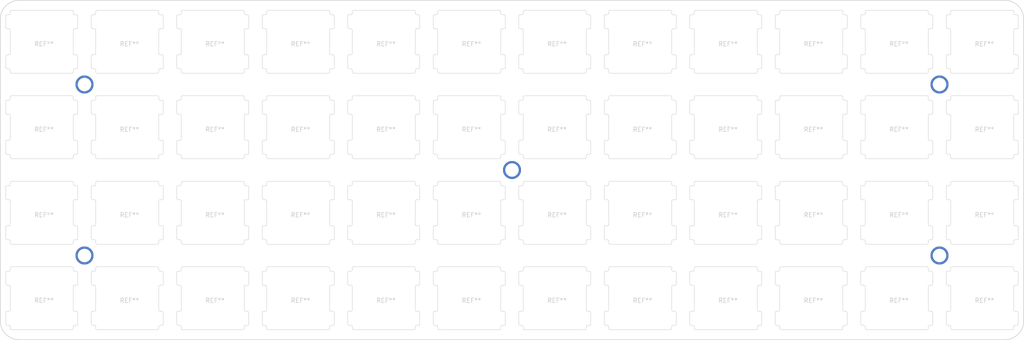
<source format=kicad_pcb>
(kicad_pcb (version 20171130) (host pcbnew 5.0.1)

  (general
    (thickness 1.6)
    (drawings 8)
    (tracks 5)
    (zones 0)
    (modules 48)
    (nets 1)
  )

  (page A4)
  (title_block
    (title SharkPCB)
    (date 2019-02-10)
    (rev V3.0.7)
    (company "Gondolin Electronics")
  )

  (layers
    (0 F.Cu signal)
    (31 B.Cu signal)
    (32 B.Adhes user hide)
    (33 F.Adhes user)
    (34 B.Paste user hide)
    (35 F.Paste user hide)
    (36 B.SilkS user)
    (37 F.SilkS user)
    (38 B.Mask user hide)
    (39 F.Mask user hide)
    (40 Dwgs.User user)
    (41 Cmts.User user)
    (42 Eco1.User user)
    (43 Eco2.User user)
    (44 Edge.Cuts user)
    (45 Margin user hide)
    (46 B.CrtYd user hide)
    (47 F.CrtYd user hide)
    (48 B.Fab user hide)
    (49 F.Fab user hide)
  )

  (setup
    (last_trace_width 0.254)
    (trace_clearance 0.13)
    (zone_clearance 0.127)
    (zone_45_only no)
    (trace_min 0.1)
    (segment_width 0.15)
    (edge_width 0.15)
    (via_size 0.45)
    (via_drill 0.2)
    (via_min_size 0.45)
    (via_min_drill 0.2)
    (uvia_size 0.45)
    (uvia_drill 0.2)
    (uvias_allowed no)
    (uvia_min_size 0.2)
    (uvia_min_drill 0.1)
    (pcb_text_width 0.3)
    (pcb_text_size 1.5 1.5)
    (mod_edge_width 0.15)
    (mod_text_size 1 1)
    (mod_text_width 0.15)
    (pad_size 1 2.2)
    (pad_drill 0.6)
    (pad_to_mask_clearance 0.051)
    (solder_mask_min_width 0.25)
    (aux_axis_origin 0 0)
    (grid_origin 148.463 102.743)
    (visible_elements FFFFFF7F)
    (pcbplotparams
      (layerselection 0x018f0_ffffffff)
      (usegerberextensions true)
      (usegerberattributes false)
      (usegerberadvancedattributes false)
      (creategerberjobfile false)
      (excludeedgelayer false)
      (linewidth 0.100000)
      (plotframeref false)
      (viasonmask false)
      (mode 1)
      (useauxorigin false)
      (hpglpennumber 1)
      (hpglpenspeed 20)
      (hpglpendiameter 15.000000)
      (psnegative false)
      (psa4output false)
      (plotreference true)
      (plotvalue true)
      (plotinvisibletext false)
      (padsonsilk false)
      (subtractmaskfromsilk false)
      (outputformat 1)
      (mirror false)
      (drillshape 0)
      (scaleselection 1)
      (outputdirectory "../../../gerbers/plates/hiPro/fullGrid/"))
  )

  (net 0 "")

  (net_class Default "This is the default net class."
    (clearance 0.13)
    (trace_width 0.254)
    (via_dia 0.45)
    (via_drill 0.2)
    (uvia_dia 0.45)
    (uvia_drill 0.2)
  )

  (net_class Fine ""
    (clearance 0.13)
    (trace_width 0.13)
    (via_dia 0.508)
    (via_drill 0.2032)
    (uvia_dia 0.45)
    (uvia_drill 0.2)
  )

  (module acheronSwitchSlots:slotMX100 (layer F.Cu) (tedit 5C8958E0) (tstamp 5C8BF1AF)
    (at 176.963 131.243)
    (fp_text reference REF** (at 0.5 0.5) (layer Edge.Cuts)
      (effects (font (size 1 1) (thickness 0.15)))
    )
    (fp_text value slotMX100 (at 0.5 -0.5) (layer F.Fab)
      (effects (font (size 1 1) (thickness 0.15)))
    )
    (fp_arc (start -7.8 -5.8) (end -7.8 -6) (angle -90) (layer Edge.Cuts) (width 0.1))
    (fp_arc (start -7.7 -3.2) (end -8 -3.2) (angle -90) (layer Edge.Cuts) (width 0.1))
    (fp_arc (start -7.3 -2.6) (end -7 -2.6) (angle -90) (layer Edge.Cuts) (width 0.1))
    (fp_arc (start -7.3 -6.3) (end -7.3 -6) (angle -90) (layer Edge.Cuts) (width 0.1))
    (fp_line (start -8 -5.8) (end -8 -3.2) (layer Edge.Cuts) (width 0.1))
    (fp_line (start -7.3 -2.9) (end -7.7 -2.9) (layer Edge.Cuts) (width 0.1))
    (fp_line (start -7.8 -6) (end -7.3 -6) (layer Edge.Cuts) (width 0.1))
    (fp_arc (start -7.3 6.3) (end -7 6.3) (angle -90) (layer Edge.Cuts) (width 0.1))
    (fp_arc (start -7.7 5.7) (end -8 5.7) (angle -90) (layer Edge.Cuts) (width 0.1))
    (fp_line (start -7.8 2.9) (end -7.3 2.9) (layer Edge.Cuts) (width 0.1))
    (fp_line (start -8 3.1) (end -8 5.7) (layer Edge.Cuts) (width 0.1))
    (fp_line (start -7.3 6) (end -7.7 6) (layer Edge.Cuts) (width 0.1))
    (fp_arc (start -7.3 2.6) (end -7.3 2.9) (angle -90) (layer Edge.Cuts) (width 0.1))
    (fp_arc (start -7.8 3.1) (end -7.8 2.9) (angle -90) (layer Edge.Cuts) (width 0.1))
    (fp_arc (start 7.8 5.8) (end 7.8 6) (angle -90) (layer Edge.Cuts) (width 0.1))
    (fp_arc (start 7.3 6.3) (end 7.3 6) (angle -90) (layer Edge.Cuts) (width 0.1))
    (fp_line (start 7.3 2.9) (end 7.7 2.9) (layer Edge.Cuts) (width 0.1))
    (fp_line (start 8 5.8) (end 8 3.2) (layer Edge.Cuts) (width 0.1))
    (fp_line (start 7.8 6) (end 7.3 6) (layer Edge.Cuts) (width 0.1))
    (fp_arc (start 7.7 3.2) (end 8 3.2) (angle -90) (layer Edge.Cuts) (width 0.1))
    (fp_arc (start 7.3 2.6) (end 7 2.6) (angle -90) (layer Edge.Cuts) (width 0.1))
    (fp_line (start 7 -6.7) (end 7 -6.3) (layer Edge.Cuts) (width 0.1))
    (fp_arc (start 7.7 -5.7) (end 8 -5.7) (angle -90) (layer Edge.Cuts) (width 0.1))
    (fp_arc (start 7.3 -6.3) (end 7 -6.3) (angle -90) (layer Edge.Cuts) (width 0.1))
    (fp_arc (start 6.7 6.7) (end 6.7 7) (angle -90) (layer Edge.Cuts) (width 0.1))
    (fp_line (start 7 2.6) (end 7 -2.6) (layer Edge.Cuts) (width 0.1))
    (fp_line (start 7.8 -2.9) (end 7.3 -2.9) (layer Edge.Cuts) (width 0.1))
    (fp_line (start 8 -3.1) (end 8 -5.7) (layer Edge.Cuts) (width 0.1))
    (fp_line (start 7.3 -6) (end 7.7 -6) (layer Edge.Cuts) (width 0.1))
    (fp_arc (start 7.3 -2.6) (end 7.3 -2.9) (angle -90) (layer Edge.Cuts) (width 0.1))
    (fp_arc (start 7.8 -3.1) (end 7.8 -2.9) (angle -90) (layer Edge.Cuts) (width 0.1))
    (fp_arc (start 6.7 -6.7) (end 7 -6.7) (angle -90) (layer Edge.Cuts) (width 0.1))
    (fp_line (start 7 6.3) (end 7 6.7) (layer Edge.Cuts) (width 0.1))
    (fp_line (start -7 -6.3) (end -7 -6.7) (layer Edge.Cuts) (width 0.1))
    (fp_line (start -7 -2.6) (end -7 2.6) (layer Edge.Cuts) (width 0.1))
    (fp_line (start 6.7 -7) (end -6.7 -7) (layer Edge.Cuts) (width 0.1))
    (fp_arc (start -6.7 -6.7) (end -6.7 -7) (angle -90) (layer Edge.Cuts) (width 0.1))
    (fp_line (start -7 6.7) (end -7 6.3) (layer Edge.Cuts) (width 0.1))
    (fp_arc (start -6.7 6.7) (end -7 6.7) (angle -90) (layer Edge.Cuts) (width 0.1))
    (fp_line (start 6.7 7) (end -6.7 7) (layer Edge.Cuts) (width 0.1))
    (model ${ACHERONLIB}/3d_models/mx_switch.step
      (offset (xyz -7.35 -7.3 1))
      (scale (xyz 1 1 1))
      (rotate (xyz -90 0 0))
    )
  )

  (module acheronSwitchSlots:slotMX100 (layer F.Cu) (tedit 5C8958E0) (tstamp 5C8BF179)
    (at 157.963 131.243)
    (fp_text reference REF** (at 0.5 0.5) (layer Edge.Cuts)
      (effects (font (size 1 1) (thickness 0.15)))
    )
    (fp_text value slotMX100 (at 0.5 -0.5) (layer F.Fab)
      (effects (font (size 1 1) (thickness 0.15)))
    )
    (fp_arc (start -7.8 -5.8) (end -7.8 -6) (angle -90) (layer Edge.Cuts) (width 0.1))
    (fp_arc (start -7.7 -3.2) (end -8 -3.2) (angle -90) (layer Edge.Cuts) (width 0.1))
    (fp_arc (start -7.3 -2.6) (end -7 -2.6) (angle -90) (layer Edge.Cuts) (width 0.1))
    (fp_arc (start -7.3 -6.3) (end -7.3 -6) (angle -90) (layer Edge.Cuts) (width 0.1))
    (fp_line (start -8 -5.8) (end -8 -3.2) (layer Edge.Cuts) (width 0.1))
    (fp_line (start -7.3 -2.9) (end -7.7 -2.9) (layer Edge.Cuts) (width 0.1))
    (fp_line (start -7.8 -6) (end -7.3 -6) (layer Edge.Cuts) (width 0.1))
    (fp_arc (start -7.3 6.3) (end -7 6.3) (angle -90) (layer Edge.Cuts) (width 0.1))
    (fp_arc (start -7.7 5.7) (end -8 5.7) (angle -90) (layer Edge.Cuts) (width 0.1))
    (fp_line (start -7.8 2.9) (end -7.3 2.9) (layer Edge.Cuts) (width 0.1))
    (fp_line (start -8 3.1) (end -8 5.7) (layer Edge.Cuts) (width 0.1))
    (fp_line (start -7.3 6) (end -7.7 6) (layer Edge.Cuts) (width 0.1))
    (fp_arc (start -7.3 2.6) (end -7.3 2.9) (angle -90) (layer Edge.Cuts) (width 0.1))
    (fp_arc (start -7.8 3.1) (end -7.8 2.9) (angle -90) (layer Edge.Cuts) (width 0.1))
    (fp_arc (start 7.8 5.8) (end 7.8 6) (angle -90) (layer Edge.Cuts) (width 0.1))
    (fp_arc (start 7.3 6.3) (end 7.3 6) (angle -90) (layer Edge.Cuts) (width 0.1))
    (fp_line (start 7.3 2.9) (end 7.7 2.9) (layer Edge.Cuts) (width 0.1))
    (fp_line (start 8 5.8) (end 8 3.2) (layer Edge.Cuts) (width 0.1))
    (fp_line (start 7.8 6) (end 7.3 6) (layer Edge.Cuts) (width 0.1))
    (fp_arc (start 7.7 3.2) (end 8 3.2) (angle -90) (layer Edge.Cuts) (width 0.1))
    (fp_arc (start 7.3 2.6) (end 7 2.6) (angle -90) (layer Edge.Cuts) (width 0.1))
    (fp_line (start 7 -6.7) (end 7 -6.3) (layer Edge.Cuts) (width 0.1))
    (fp_arc (start 7.7 -5.7) (end 8 -5.7) (angle -90) (layer Edge.Cuts) (width 0.1))
    (fp_arc (start 7.3 -6.3) (end 7 -6.3) (angle -90) (layer Edge.Cuts) (width 0.1))
    (fp_arc (start 6.7 6.7) (end 6.7 7) (angle -90) (layer Edge.Cuts) (width 0.1))
    (fp_line (start 7 2.6) (end 7 -2.6) (layer Edge.Cuts) (width 0.1))
    (fp_line (start 7.8 -2.9) (end 7.3 -2.9) (layer Edge.Cuts) (width 0.1))
    (fp_line (start 8 -3.1) (end 8 -5.7) (layer Edge.Cuts) (width 0.1))
    (fp_line (start 7.3 -6) (end 7.7 -6) (layer Edge.Cuts) (width 0.1))
    (fp_arc (start 7.3 -2.6) (end 7.3 -2.9) (angle -90) (layer Edge.Cuts) (width 0.1))
    (fp_arc (start 7.8 -3.1) (end 7.8 -2.9) (angle -90) (layer Edge.Cuts) (width 0.1))
    (fp_arc (start 6.7 -6.7) (end 7 -6.7) (angle -90) (layer Edge.Cuts) (width 0.1))
    (fp_line (start 7 6.3) (end 7 6.7) (layer Edge.Cuts) (width 0.1))
    (fp_line (start -7 -6.3) (end -7 -6.7) (layer Edge.Cuts) (width 0.1))
    (fp_line (start -7 -2.6) (end -7 2.6) (layer Edge.Cuts) (width 0.1))
    (fp_line (start 6.7 -7) (end -6.7 -7) (layer Edge.Cuts) (width 0.1))
    (fp_arc (start -6.7 -6.7) (end -6.7 -7) (angle -90) (layer Edge.Cuts) (width 0.1))
    (fp_line (start -7 6.7) (end -7 6.3) (layer Edge.Cuts) (width 0.1))
    (fp_arc (start -6.7 6.7) (end -7 6.7) (angle -90) (layer Edge.Cuts) (width 0.1))
    (fp_line (start 6.7 7) (end -6.7 7) (layer Edge.Cuts) (width 0.1))
    (model ${ACHERONLIB}/3d_models/mx_switch.step
      (offset (xyz -7.35 -7.3 1))
      (scale (xyz 1 1 1))
      (rotate (xyz -90 0 0))
    )
  )

  (module acheronSwitchSlots:slotMX100 (layer F.Cu) (tedit 5C8958E0) (tstamp 5C8BF143)
    (at 138.963 131.243)
    (fp_text reference REF** (at 0.5 0.5) (layer Edge.Cuts)
      (effects (font (size 1 1) (thickness 0.15)))
    )
    (fp_text value slotMX100 (at 0.5 -0.5) (layer F.Fab)
      (effects (font (size 1 1) (thickness 0.15)))
    )
    (fp_arc (start -7.8 -5.8) (end -7.8 -6) (angle -90) (layer Edge.Cuts) (width 0.1))
    (fp_arc (start -7.7 -3.2) (end -8 -3.2) (angle -90) (layer Edge.Cuts) (width 0.1))
    (fp_arc (start -7.3 -2.6) (end -7 -2.6) (angle -90) (layer Edge.Cuts) (width 0.1))
    (fp_arc (start -7.3 -6.3) (end -7.3 -6) (angle -90) (layer Edge.Cuts) (width 0.1))
    (fp_line (start -8 -5.8) (end -8 -3.2) (layer Edge.Cuts) (width 0.1))
    (fp_line (start -7.3 -2.9) (end -7.7 -2.9) (layer Edge.Cuts) (width 0.1))
    (fp_line (start -7.8 -6) (end -7.3 -6) (layer Edge.Cuts) (width 0.1))
    (fp_arc (start -7.3 6.3) (end -7 6.3) (angle -90) (layer Edge.Cuts) (width 0.1))
    (fp_arc (start -7.7 5.7) (end -8 5.7) (angle -90) (layer Edge.Cuts) (width 0.1))
    (fp_line (start -7.8 2.9) (end -7.3 2.9) (layer Edge.Cuts) (width 0.1))
    (fp_line (start -8 3.1) (end -8 5.7) (layer Edge.Cuts) (width 0.1))
    (fp_line (start -7.3 6) (end -7.7 6) (layer Edge.Cuts) (width 0.1))
    (fp_arc (start -7.3 2.6) (end -7.3 2.9) (angle -90) (layer Edge.Cuts) (width 0.1))
    (fp_arc (start -7.8 3.1) (end -7.8 2.9) (angle -90) (layer Edge.Cuts) (width 0.1))
    (fp_arc (start 7.8 5.8) (end 7.8 6) (angle -90) (layer Edge.Cuts) (width 0.1))
    (fp_arc (start 7.3 6.3) (end 7.3 6) (angle -90) (layer Edge.Cuts) (width 0.1))
    (fp_line (start 7.3 2.9) (end 7.7 2.9) (layer Edge.Cuts) (width 0.1))
    (fp_line (start 8 5.8) (end 8 3.2) (layer Edge.Cuts) (width 0.1))
    (fp_line (start 7.8 6) (end 7.3 6) (layer Edge.Cuts) (width 0.1))
    (fp_arc (start 7.7 3.2) (end 8 3.2) (angle -90) (layer Edge.Cuts) (width 0.1))
    (fp_arc (start 7.3 2.6) (end 7 2.6) (angle -90) (layer Edge.Cuts) (width 0.1))
    (fp_line (start 7 -6.7) (end 7 -6.3) (layer Edge.Cuts) (width 0.1))
    (fp_arc (start 7.7 -5.7) (end 8 -5.7) (angle -90) (layer Edge.Cuts) (width 0.1))
    (fp_arc (start 7.3 -6.3) (end 7 -6.3) (angle -90) (layer Edge.Cuts) (width 0.1))
    (fp_arc (start 6.7 6.7) (end 6.7 7) (angle -90) (layer Edge.Cuts) (width 0.1))
    (fp_line (start 7 2.6) (end 7 -2.6) (layer Edge.Cuts) (width 0.1))
    (fp_line (start 7.8 -2.9) (end 7.3 -2.9) (layer Edge.Cuts) (width 0.1))
    (fp_line (start 8 -3.1) (end 8 -5.7) (layer Edge.Cuts) (width 0.1))
    (fp_line (start 7.3 -6) (end 7.7 -6) (layer Edge.Cuts) (width 0.1))
    (fp_arc (start 7.3 -2.6) (end 7.3 -2.9) (angle -90) (layer Edge.Cuts) (width 0.1))
    (fp_arc (start 7.8 -3.1) (end 7.8 -2.9) (angle -90) (layer Edge.Cuts) (width 0.1))
    (fp_arc (start 6.7 -6.7) (end 7 -6.7) (angle -90) (layer Edge.Cuts) (width 0.1))
    (fp_line (start 7 6.3) (end 7 6.7) (layer Edge.Cuts) (width 0.1))
    (fp_line (start -7 -6.3) (end -7 -6.7) (layer Edge.Cuts) (width 0.1))
    (fp_line (start -7 -2.6) (end -7 2.6) (layer Edge.Cuts) (width 0.1))
    (fp_line (start 6.7 -7) (end -6.7 -7) (layer Edge.Cuts) (width 0.1))
    (fp_arc (start -6.7 -6.7) (end -6.7 -7) (angle -90) (layer Edge.Cuts) (width 0.1))
    (fp_line (start -7 6.7) (end -7 6.3) (layer Edge.Cuts) (width 0.1))
    (fp_arc (start -6.7 6.7) (end -7 6.7) (angle -90) (layer Edge.Cuts) (width 0.1))
    (fp_line (start 6.7 7) (end -6.7 7) (layer Edge.Cuts) (width 0.1))
    (model ${ACHERONLIB}/3d_models/mx_switch.step
      (offset (xyz -7.35 -7.3 1))
      (scale (xyz 1 1 1))
      (rotate (xyz -90 0 0))
    )
  )

  (module acheronSwitchSlots:slotMX100 (layer F.Cu) (tedit 5C8958E0) (tstamp 5C8BF10D)
    (at 119.963 131.243)
    (fp_text reference REF** (at 0.5 0.5) (layer Edge.Cuts)
      (effects (font (size 1 1) (thickness 0.15)))
    )
    (fp_text value slotMX100 (at 0.5 -0.5) (layer F.Fab)
      (effects (font (size 1 1) (thickness 0.15)))
    )
    (fp_arc (start -7.8 -5.8) (end -7.8 -6) (angle -90) (layer Edge.Cuts) (width 0.1))
    (fp_arc (start -7.7 -3.2) (end -8 -3.2) (angle -90) (layer Edge.Cuts) (width 0.1))
    (fp_arc (start -7.3 -2.6) (end -7 -2.6) (angle -90) (layer Edge.Cuts) (width 0.1))
    (fp_arc (start -7.3 -6.3) (end -7.3 -6) (angle -90) (layer Edge.Cuts) (width 0.1))
    (fp_line (start -8 -5.8) (end -8 -3.2) (layer Edge.Cuts) (width 0.1))
    (fp_line (start -7.3 -2.9) (end -7.7 -2.9) (layer Edge.Cuts) (width 0.1))
    (fp_line (start -7.8 -6) (end -7.3 -6) (layer Edge.Cuts) (width 0.1))
    (fp_arc (start -7.3 6.3) (end -7 6.3) (angle -90) (layer Edge.Cuts) (width 0.1))
    (fp_arc (start -7.7 5.7) (end -8 5.7) (angle -90) (layer Edge.Cuts) (width 0.1))
    (fp_line (start -7.8 2.9) (end -7.3 2.9) (layer Edge.Cuts) (width 0.1))
    (fp_line (start -8 3.1) (end -8 5.7) (layer Edge.Cuts) (width 0.1))
    (fp_line (start -7.3 6) (end -7.7 6) (layer Edge.Cuts) (width 0.1))
    (fp_arc (start -7.3 2.6) (end -7.3 2.9) (angle -90) (layer Edge.Cuts) (width 0.1))
    (fp_arc (start -7.8 3.1) (end -7.8 2.9) (angle -90) (layer Edge.Cuts) (width 0.1))
    (fp_arc (start 7.8 5.8) (end 7.8 6) (angle -90) (layer Edge.Cuts) (width 0.1))
    (fp_arc (start 7.3 6.3) (end 7.3 6) (angle -90) (layer Edge.Cuts) (width 0.1))
    (fp_line (start 7.3 2.9) (end 7.7 2.9) (layer Edge.Cuts) (width 0.1))
    (fp_line (start 8 5.8) (end 8 3.2) (layer Edge.Cuts) (width 0.1))
    (fp_line (start 7.8 6) (end 7.3 6) (layer Edge.Cuts) (width 0.1))
    (fp_arc (start 7.7 3.2) (end 8 3.2) (angle -90) (layer Edge.Cuts) (width 0.1))
    (fp_arc (start 7.3 2.6) (end 7 2.6) (angle -90) (layer Edge.Cuts) (width 0.1))
    (fp_line (start 7 -6.7) (end 7 -6.3) (layer Edge.Cuts) (width 0.1))
    (fp_arc (start 7.7 -5.7) (end 8 -5.7) (angle -90) (layer Edge.Cuts) (width 0.1))
    (fp_arc (start 7.3 -6.3) (end 7 -6.3) (angle -90) (layer Edge.Cuts) (width 0.1))
    (fp_arc (start 6.7 6.7) (end 6.7 7) (angle -90) (layer Edge.Cuts) (width 0.1))
    (fp_line (start 7 2.6) (end 7 -2.6) (layer Edge.Cuts) (width 0.1))
    (fp_line (start 7.8 -2.9) (end 7.3 -2.9) (layer Edge.Cuts) (width 0.1))
    (fp_line (start 8 -3.1) (end 8 -5.7) (layer Edge.Cuts) (width 0.1))
    (fp_line (start 7.3 -6) (end 7.7 -6) (layer Edge.Cuts) (width 0.1))
    (fp_arc (start 7.3 -2.6) (end 7.3 -2.9) (angle -90) (layer Edge.Cuts) (width 0.1))
    (fp_arc (start 7.8 -3.1) (end 7.8 -2.9) (angle -90) (layer Edge.Cuts) (width 0.1))
    (fp_arc (start 6.7 -6.7) (end 7 -6.7) (angle -90) (layer Edge.Cuts) (width 0.1))
    (fp_line (start 7 6.3) (end 7 6.7) (layer Edge.Cuts) (width 0.1))
    (fp_line (start -7 -6.3) (end -7 -6.7) (layer Edge.Cuts) (width 0.1))
    (fp_line (start -7 -2.6) (end -7 2.6) (layer Edge.Cuts) (width 0.1))
    (fp_line (start 6.7 -7) (end -6.7 -7) (layer Edge.Cuts) (width 0.1))
    (fp_arc (start -6.7 -6.7) (end -6.7 -7) (angle -90) (layer Edge.Cuts) (width 0.1))
    (fp_line (start -7 6.7) (end -7 6.3) (layer Edge.Cuts) (width 0.1))
    (fp_arc (start -6.7 6.7) (end -7 6.7) (angle -90) (layer Edge.Cuts) (width 0.1))
    (fp_line (start 6.7 7) (end -6.7 7) (layer Edge.Cuts) (width 0.1))
    (model ${ACHERONLIB}/3d_models/mx_switch.step
      (offset (xyz -7.35 -7.3 1))
      (scale (xyz 1 1 1))
      (rotate (xyz -90 0 0))
    )
  )

  (module acheronSwitchSlots:slotMX100 (layer F.Cu) (tedit 5C8958E0) (tstamp 5C70FF96)
    (at 233.963 131.243)
    (fp_text reference REF** (at 0.5 0.5) (layer Edge.Cuts)
      (effects (font (size 1 1) (thickness 0.15)))
    )
    (fp_text value slotMX100 (at 0.5 -0.5) (layer F.Fab)
      (effects (font (size 1 1) (thickness 0.15)))
    )
    (fp_arc (start -7.8 -5.8) (end -7.8 -6) (angle -90) (layer Edge.Cuts) (width 0.1))
    (fp_arc (start -7.7 -3.2) (end -8 -3.2) (angle -90) (layer Edge.Cuts) (width 0.1))
    (fp_arc (start -7.3 -2.6) (end -7 -2.6) (angle -90) (layer Edge.Cuts) (width 0.1))
    (fp_arc (start -7.3 -6.3) (end -7.3 -6) (angle -90) (layer Edge.Cuts) (width 0.1))
    (fp_line (start -8 -5.8) (end -8 -3.2) (layer Edge.Cuts) (width 0.1))
    (fp_line (start -7.3 -2.9) (end -7.7 -2.9) (layer Edge.Cuts) (width 0.1))
    (fp_line (start -7.8 -6) (end -7.3 -6) (layer Edge.Cuts) (width 0.1))
    (fp_arc (start -7.3 6.3) (end -7 6.3) (angle -90) (layer Edge.Cuts) (width 0.1))
    (fp_arc (start -7.7 5.7) (end -8 5.7) (angle -90) (layer Edge.Cuts) (width 0.1))
    (fp_line (start -7.8 2.9) (end -7.3 2.9) (layer Edge.Cuts) (width 0.1))
    (fp_line (start -8 3.1) (end -8 5.7) (layer Edge.Cuts) (width 0.1))
    (fp_line (start -7.3 6) (end -7.7 6) (layer Edge.Cuts) (width 0.1))
    (fp_arc (start -7.3 2.6) (end -7.3 2.9) (angle -90) (layer Edge.Cuts) (width 0.1))
    (fp_arc (start -7.8 3.1) (end -7.8 2.9) (angle -90) (layer Edge.Cuts) (width 0.1))
    (fp_arc (start 7.8 5.8) (end 7.8 6) (angle -90) (layer Edge.Cuts) (width 0.1))
    (fp_arc (start 7.3 6.3) (end 7.3 6) (angle -90) (layer Edge.Cuts) (width 0.1))
    (fp_line (start 7.3 2.9) (end 7.7 2.9) (layer Edge.Cuts) (width 0.1))
    (fp_line (start 8 5.8) (end 8 3.2) (layer Edge.Cuts) (width 0.1))
    (fp_line (start 7.8 6) (end 7.3 6) (layer Edge.Cuts) (width 0.1))
    (fp_arc (start 7.7 3.2) (end 8 3.2) (angle -90) (layer Edge.Cuts) (width 0.1))
    (fp_arc (start 7.3 2.6) (end 7 2.6) (angle -90) (layer Edge.Cuts) (width 0.1))
    (fp_line (start 7 -6.7) (end 7 -6.3) (layer Edge.Cuts) (width 0.1))
    (fp_arc (start 7.7 -5.7) (end 8 -5.7) (angle -90) (layer Edge.Cuts) (width 0.1))
    (fp_arc (start 7.3 -6.3) (end 7 -6.3) (angle -90) (layer Edge.Cuts) (width 0.1))
    (fp_arc (start 6.7 6.7) (end 6.7 7) (angle -90) (layer Edge.Cuts) (width 0.1))
    (fp_line (start 7 2.6) (end 7 -2.6) (layer Edge.Cuts) (width 0.1))
    (fp_line (start 7.8 -2.9) (end 7.3 -2.9) (layer Edge.Cuts) (width 0.1))
    (fp_line (start 8 -3.1) (end 8 -5.7) (layer Edge.Cuts) (width 0.1))
    (fp_line (start 7.3 -6) (end 7.7 -6) (layer Edge.Cuts) (width 0.1))
    (fp_arc (start 7.3 -2.6) (end 7.3 -2.9) (angle -90) (layer Edge.Cuts) (width 0.1))
    (fp_arc (start 7.8 -3.1) (end 7.8 -2.9) (angle -90) (layer Edge.Cuts) (width 0.1))
    (fp_arc (start 6.7 -6.7) (end 7 -6.7) (angle -90) (layer Edge.Cuts) (width 0.1))
    (fp_line (start 7 6.3) (end 7 6.7) (layer Edge.Cuts) (width 0.1))
    (fp_line (start -7 -6.3) (end -7 -6.7) (layer Edge.Cuts) (width 0.1))
    (fp_line (start -7 -2.6) (end -7 2.6) (layer Edge.Cuts) (width 0.1))
    (fp_line (start 6.7 -7) (end -6.7 -7) (layer Edge.Cuts) (width 0.1))
    (fp_arc (start -6.7 -6.7) (end -6.7 -7) (angle -90) (layer Edge.Cuts) (width 0.1))
    (fp_line (start -7 6.7) (end -7 6.3) (layer Edge.Cuts) (width 0.1))
    (fp_arc (start -6.7 6.7) (end -7 6.7) (angle -90) (layer Edge.Cuts) (width 0.1))
    (fp_line (start 6.7 7) (end -6.7 7) (layer Edge.Cuts) (width 0.1))
    (model ${ACHERONLIB}/3d_models/mx_switch.step
      (offset (xyz -7.35 -7.3 1))
      (scale (xyz 1 1 1))
      (rotate (xyz -90 0 0))
    )
  )

  (module acheronSwitchSlots:slotMX100 (layer F.Cu) (tedit 5C8958E0) (tstamp 5C70FF8B)
    (at 233.963 112.243)
    (fp_text reference REF** (at 0.5 0.5) (layer Edge.Cuts)
      (effects (font (size 1 1) (thickness 0.15)))
    )
    (fp_text value slotMX100 (at 0.5 -0.5) (layer F.Fab)
      (effects (font (size 1 1) (thickness 0.15)))
    )
    (fp_arc (start -7.8 -5.8) (end -7.8 -6) (angle -90) (layer Edge.Cuts) (width 0.1))
    (fp_arc (start -7.7 -3.2) (end -8 -3.2) (angle -90) (layer Edge.Cuts) (width 0.1))
    (fp_arc (start -7.3 -2.6) (end -7 -2.6) (angle -90) (layer Edge.Cuts) (width 0.1))
    (fp_arc (start -7.3 -6.3) (end -7.3 -6) (angle -90) (layer Edge.Cuts) (width 0.1))
    (fp_line (start -8 -5.8) (end -8 -3.2) (layer Edge.Cuts) (width 0.1))
    (fp_line (start -7.3 -2.9) (end -7.7 -2.9) (layer Edge.Cuts) (width 0.1))
    (fp_line (start -7.8 -6) (end -7.3 -6) (layer Edge.Cuts) (width 0.1))
    (fp_arc (start -7.3 6.3) (end -7 6.3) (angle -90) (layer Edge.Cuts) (width 0.1))
    (fp_arc (start -7.7 5.7) (end -8 5.7) (angle -90) (layer Edge.Cuts) (width 0.1))
    (fp_line (start -7.8 2.9) (end -7.3 2.9) (layer Edge.Cuts) (width 0.1))
    (fp_line (start -8 3.1) (end -8 5.7) (layer Edge.Cuts) (width 0.1))
    (fp_line (start -7.3 6) (end -7.7 6) (layer Edge.Cuts) (width 0.1))
    (fp_arc (start -7.3 2.6) (end -7.3 2.9) (angle -90) (layer Edge.Cuts) (width 0.1))
    (fp_arc (start -7.8 3.1) (end -7.8 2.9) (angle -90) (layer Edge.Cuts) (width 0.1))
    (fp_arc (start 7.8 5.8) (end 7.8 6) (angle -90) (layer Edge.Cuts) (width 0.1))
    (fp_arc (start 7.3 6.3) (end 7.3 6) (angle -90) (layer Edge.Cuts) (width 0.1))
    (fp_line (start 7.3 2.9) (end 7.7 2.9) (layer Edge.Cuts) (width 0.1))
    (fp_line (start 8 5.8) (end 8 3.2) (layer Edge.Cuts) (width 0.1))
    (fp_line (start 7.8 6) (end 7.3 6) (layer Edge.Cuts) (width 0.1))
    (fp_arc (start 7.7 3.2) (end 8 3.2) (angle -90) (layer Edge.Cuts) (width 0.1))
    (fp_arc (start 7.3 2.6) (end 7 2.6) (angle -90) (layer Edge.Cuts) (width 0.1))
    (fp_line (start 7 -6.7) (end 7 -6.3) (layer Edge.Cuts) (width 0.1))
    (fp_arc (start 7.7 -5.7) (end 8 -5.7) (angle -90) (layer Edge.Cuts) (width 0.1))
    (fp_arc (start 7.3 -6.3) (end 7 -6.3) (angle -90) (layer Edge.Cuts) (width 0.1))
    (fp_arc (start 6.7 6.7) (end 6.7 7) (angle -90) (layer Edge.Cuts) (width 0.1))
    (fp_line (start 7 2.6) (end 7 -2.6) (layer Edge.Cuts) (width 0.1))
    (fp_line (start 7.8 -2.9) (end 7.3 -2.9) (layer Edge.Cuts) (width 0.1))
    (fp_line (start 8 -3.1) (end 8 -5.7) (layer Edge.Cuts) (width 0.1))
    (fp_line (start 7.3 -6) (end 7.7 -6) (layer Edge.Cuts) (width 0.1))
    (fp_arc (start 7.3 -2.6) (end 7.3 -2.9) (angle -90) (layer Edge.Cuts) (width 0.1))
    (fp_arc (start 7.8 -3.1) (end 7.8 -2.9) (angle -90) (layer Edge.Cuts) (width 0.1))
    (fp_arc (start 6.7 -6.7) (end 7 -6.7) (angle -90) (layer Edge.Cuts) (width 0.1))
    (fp_line (start 7 6.3) (end 7 6.7) (layer Edge.Cuts) (width 0.1))
    (fp_line (start -7 -6.3) (end -7 -6.7) (layer Edge.Cuts) (width 0.1))
    (fp_line (start -7 -2.6) (end -7 2.6) (layer Edge.Cuts) (width 0.1))
    (fp_line (start 6.7 -7) (end -6.7 -7) (layer Edge.Cuts) (width 0.1))
    (fp_arc (start -6.7 -6.7) (end -6.7 -7) (angle -90) (layer Edge.Cuts) (width 0.1))
    (fp_line (start -7 6.7) (end -7 6.3) (layer Edge.Cuts) (width 0.1))
    (fp_arc (start -6.7 6.7) (end -7 6.7) (angle -90) (layer Edge.Cuts) (width 0.1))
    (fp_line (start 6.7 7) (end -6.7 7) (layer Edge.Cuts) (width 0.1))
    (model ${ACHERONLIB}/3d_models/mx_switch.step
      (offset (xyz -7.35 -7.3 1))
      (scale (xyz 1 1 1))
      (rotate (xyz -90 0 0))
    )
  )

  (module acheronSwitchSlots:slotMX100 (layer F.Cu) (tedit 5C8958E0) (tstamp 5C70FF80)
    (at 233.963 74.243)
    (fp_text reference REF** (at 0.5 0.5) (layer Edge.Cuts)
      (effects (font (size 1 1) (thickness 0.15)))
    )
    (fp_text value slotMX100 (at 0.5 -0.5) (layer F.Fab)
      (effects (font (size 1 1) (thickness 0.15)))
    )
    (fp_arc (start -7.8 -5.8) (end -7.8 -6) (angle -90) (layer Edge.Cuts) (width 0.1))
    (fp_arc (start -7.7 -3.2) (end -8 -3.2) (angle -90) (layer Edge.Cuts) (width 0.1))
    (fp_arc (start -7.3 -2.6) (end -7 -2.6) (angle -90) (layer Edge.Cuts) (width 0.1))
    (fp_arc (start -7.3 -6.3) (end -7.3 -6) (angle -90) (layer Edge.Cuts) (width 0.1))
    (fp_line (start -8 -5.8) (end -8 -3.2) (layer Edge.Cuts) (width 0.1))
    (fp_line (start -7.3 -2.9) (end -7.7 -2.9) (layer Edge.Cuts) (width 0.1))
    (fp_line (start -7.8 -6) (end -7.3 -6) (layer Edge.Cuts) (width 0.1))
    (fp_arc (start -7.3 6.3) (end -7 6.3) (angle -90) (layer Edge.Cuts) (width 0.1))
    (fp_arc (start -7.7 5.7) (end -8 5.7) (angle -90) (layer Edge.Cuts) (width 0.1))
    (fp_line (start -7.8 2.9) (end -7.3 2.9) (layer Edge.Cuts) (width 0.1))
    (fp_line (start -8 3.1) (end -8 5.7) (layer Edge.Cuts) (width 0.1))
    (fp_line (start -7.3 6) (end -7.7 6) (layer Edge.Cuts) (width 0.1))
    (fp_arc (start -7.3 2.6) (end -7.3 2.9) (angle -90) (layer Edge.Cuts) (width 0.1))
    (fp_arc (start -7.8 3.1) (end -7.8 2.9) (angle -90) (layer Edge.Cuts) (width 0.1))
    (fp_arc (start 7.8 5.8) (end 7.8 6) (angle -90) (layer Edge.Cuts) (width 0.1))
    (fp_arc (start 7.3 6.3) (end 7.3 6) (angle -90) (layer Edge.Cuts) (width 0.1))
    (fp_line (start 7.3 2.9) (end 7.7 2.9) (layer Edge.Cuts) (width 0.1))
    (fp_line (start 8 5.8) (end 8 3.2) (layer Edge.Cuts) (width 0.1))
    (fp_line (start 7.8 6) (end 7.3 6) (layer Edge.Cuts) (width 0.1))
    (fp_arc (start 7.7 3.2) (end 8 3.2) (angle -90) (layer Edge.Cuts) (width 0.1))
    (fp_arc (start 7.3 2.6) (end 7 2.6) (angle -90) (layer Edge.Cuts) (width 0.1))
    (fp_line (start 7 -6.7) (end 7 -6.3) (layer Edge.Cuts) (width 0.1))
    (fp_arc (start 7.7 -5.7) (end 8 -5.7) (angle -90) (layer Edge.Cuts) (width 0.1))
    (fp_arc (start 7.3 -6.3) (end 7 -6.3) (angle -90) (layer Edge.Cuts) (width 0.1))
    (fp_arc (start 6.7 6.7) (end 6.7 7) (angle -90) (layer Edge.Cuts) (width 0.1))
    (fp_line (start 7 2.6) (end 7 -2.6) (layer Edge.Cuts) (width 0.1))
    (fp_line (start 7.8 -2.9) (end 7.3 -2.9) (layer Edge.Cuts) (width 0.1))
    (fp_line (start 8 -3.1) (end 8 -5.7) (layer Edge.Cuts) (width 0.1))
    (fp_line (start 7.3 -6) (end 7.7 -6) (layer Edge.Cuts) (width 0.1))
    (fp_arc (start 7.3 -2.6) (end 7.3 -2.9) (angle -90) (layer Edge.Cuts) (width 0.1))
    (fp_arc (start 7.8 -3.1) (end 7.8 -2.9) (angle -90) (layer Edge.Cuts) (width 0.1))
    (fp_arc (start 6.7 -6.7) (end 7 -6.7) (angle -90) (layer Edge.Cuts) (width 0.1))
    (fp_line (start 7 6.3) (end 7 6.7) (layer Edge.Cuts) (width 0.1))
    (fp_line (start -7 -6.3) (end -7 -6.7) (layer Edge.Cuts) (width 0.1))
    (fp_line (start -7 -2.6) (end -7 2.6) (layer Edge.Cuts) (width 0.1))
    (fp_line (start 6.7 -7) (end -6.7 -7) (layer Edge.Cuts) (width 0.1))
    (fp_arc (start -6.7 -6.7) (end -6.7 -7) (angle -90) (layer Edge.Cuts) (width 0.1))
    (fp_line (start -7 6.7) (end -7 6.3) (layer Edge.Cuts) (width 0.1))
    (fp_arc (start -6.7 6.7) (end -7 6.7) (angle -90) (layer Edge.Cuts) (width 0.1))
    (fp_line (start 6.7 7) (end -6.7 7) (layer Edge.Cuts) (width 0.1))
    (model ${ACHERONLIB}/3d_models/mx_switch.step
      (offset (xyz -7.35 -7.3 1))
      (scale (xyz 1 1 1))
      (rotate (xyz -90 0 0))
    )
  )

  (module acheronSwitchSlots:slotMX100 (layer F.Cu) (tedit 5C8958E0) (tstamp 5C70FDE6)
    (at 81.963 131.243)
    (fp_text reference REF** (at 0.5 0.5) (layer Edge.Cuts)
      (effects (font (size 1 1) (thickness 0.15)))
    )
    (fp_text value slotMX100 (at 0.5 -0.5) (layer F.Fab)
      (effects (font (size 1 1) (thickness 0.15)))
    )
    (fp_arc (start -7.8 -5.8) (end -7.8 -6) (angle -90) (layer Edge.Cuts) (width 0.1))
    (fp_arc (start -7.7 -3.2) (end -8 -3.2) (angle -90) (layer Edge.Cuts) (width 0.1))
    (fp_arc (start -7.3 -2.6) (end -7 -2.6) (angle -90) (layer Edge.Cuts) (width 0.1))
    (fp_arc (start -7.3 -6.3) (end -7.3 -6) (angle -90) (layer Edge.Cuts) (width 0.1))
    (fp_line (start -8 -5.8) (end -8 -3.2) (layer Edge.Cuts) (width 0.1))
    (fp_line (start -7.3 -2.9) (end -7.7 -2.9) (layer Edge.Cuts) (width 0.1))
    (fp_line (start -7.8 -6) (end -7.3 -6) (layer Edge.Cuts) (width 0.1))
    (fp_arc (start -7.3 6.3) (end -7 6.3) (angle -90) (layer Edge.Cuts) (width 0.1))
    (fp_arc (start -7.7 5.7) (end -8 5.7) (angle -90) (layer Edge.Cuts) (width 0.1))
    (fp_line (start -7.8 2.9) (end -7.3 2.9) (layer Edge.Cuts) (width 0.1))
    (fp_line (start -8 3.1) (end -8 5.7) (layer Edge.Cuts) (width 0.1))
    (fp_line (start -7.3 6) (end -7.7 6) (layer Edge.Cuts) (width 0.1))
    (fp_arc (start -7.3 2.6) (end -7.3 2.9) (angle -90) (layer Edge.Cuts) (width 0.1))
    (fp_arc (start -7.8 3.1) (end -7.8 2.9) (angle -90) (layer Edge.Cuts) (width 0.1))
    (fp_arc (start 7.8 5.8) (end 7.8 6) (angle -90) (layer Edge.Cuts) (width 0.1))
    (fp_arc (start 7.3 6.3) (end 7.3 6) (angle -90) (layer Edge.Cuts) (width 0.1))
    (fp_line (start 7.3 2.9) (end 7.7 2.9) (layer Edge.Cuts) (width 0.1))
    (fp_line (start 8 5.8) (end 8 3.2) (layer Edge.Cuts) (width 0.1))
    (fp_line (start 7.8 6) (end 7.3 6) (layer Edge.Cuts) (width 0.1))
    (fp_arc (start 7.7 3.2) (end 8 3.2) (angle -90) (layer Edge.Cuts) (width 0.1))
    (fp_arc (start 7.3 2.6) (end 7 2.6) (angle -90) (layer Edge.Cuts) (width 0.1))
    (fp_line (start 7 -6.7) (end 7 -6.3) (layer Edge.Cuts) (width 0.1))
    (fp_arc (start 7.7 -5.7) (end 8 -5.7) (angle -90) (layer Edge.Cuts) (width 0.1))
    (fp_arc (start 7.3 -6.3) (end 7 -6.3) (angle -90) (layer Edge.Cuts) (width 0.1))
    (fp_arc (start 6.7 6.7) (end 6.7 7) (angle -90) (layer Edge.Cuts) (width 0.1))
    (fp_line (start 7 2.6) (end 7 -2.6) (layer Edge.Cuts) (width 0.1))
    (fp_line (start 7.8 -2.9) (end 7.3 -2.9) (layer Edge.Cuts) (width 0.1))
    (fp_line (start 8 -3.1) (end 8 -5.7) (layer Edge.Cuts) (width 0.1))
    (fp_line (start 7.3 -6) (end 7.7 -6) (layer Edge.Cuts) (width 0.1))
    (fp_arc (start 7.3 -2.6) (end 7.3 -2.9) (angle -90) (layer Edge.Cuts) (width 0.1))
    (fp_arc (start 7.8 -3.1) (end 7.8 -2.9) (angle -90) (layer Edge.Cuts) (width 0.1))
    (fp_arc (start 6.7 -6.7) (end 7 -6.7) (angle -90) (layer Edge.Cuts) (width 0.1))
    (fp_line (start 7 6.3) (end 7 6.7) (layer Edge.Cuts) (width 0.1))
    (fp_line (start -7 -6.3) (end -7 -6.7) (layer Edge.Cuts) (width 0.1))
    (fp_line (start -7 -2.6) (end -7 2.6) (layer Edge.Cuts) (width 0.1))
    (fp_line (start 6.7 -7) (end -6.7 -7) (layer Edge.Cuts) (width 0.1))
    (fp_arc (start -6.7 -6.7) (end -6.7 -7) (angle -90) (layer Edge.Cuts) (width 0.1))
    (fp_line (start -7 6.7) (end -7 6.3) (layer Edge.Cuts) (width 0.1))
    (fp_arc (start -6.7 6.7) (end -7 6.7) (angle -90) (layer Edge.Cuts) (width 0.1))
    (fp_line (start 6.7 7) (end -6.7 7) (layer Edge.Cuts) (width 0.1))
    (model ${ACHERONLIB}/3d_models/mx_switch.step
      (offset (xyz -7.35 -7.3 1))
      (scale (xyz 1 1 1))
      (rotate (xyz -90 0 0))
    )
  )

  (module acheronSwitchSlots:slotMX100 (layer F.Cu) (tedit 5C8958E0) (tstamp 5C70FDDB)
    (at 252.963 131.243)
    (fp_text reference REF** (at 0.5 0.5) (layer Edge.Cuts)
      (effects (font (size 1 1) (thickness 0.15)))
    )
    (fp_text value slotMX100 (at 0.5 -0.5) (layer F.Fab)
      (effects (font (size 1 1) (thickness 0.15)))
    )
    (fp_arc (start -7.8 -5.8) (end -7.8 -6) (angle -90) (layer Edge.Cuts) (width 0.1))
    (fp_arc (start -7.7 -3.2) (end -8 -3.2) (angle -90) (layer Edge.Cuts) (width 0.1))
    (fp_arc (start -7.3 -2.6) (end -7 -2.6) (angle -90) (layer Edge.Cuts) (width 0.1))
    (fp_arc (start -7.3 -6.3) (end -7.3 -6) (angle -90) (layer Edge.Cuts) (width 0.1))
    (fp_line (start -8 -5.8) (end -8 -3.2) (layer Edge.Cuts) (width 0.1))
    (fp_line (start -7.3 -2.9) (end -7.7 -2.9) (layer Edge.Cuts) (width 0.1))
    (fp_line (start -7.8 -6) (end -7.3 -6) (layer Edge.Cuts) (width 0.1))
    (fp_arc (start -7.3 6.3) (end -7 6.3) (angle -90) (layer Edge.Cuts) (width 0.1))
    (fp_arc (start -7.7 5.7) (end -8 5.7) (angle -90) (layer Edge.Cuts) (width 0.1))
    (fp_line (start -7.8 2.9) (end -7.3 2.9) (layer Edge.Cuts) (width 0.1))
    (fp_line (start -8 3.1) (end -8 5.7) (layer Edge.Cuts) (width 0.1))
    (fp_line (start -7.3 6) (end -7.7 6) (layer Edge.Cuts) (width 0.1))
    (fp_arc (start -7.3 2.6) (end -7.3 2.9) (angle -90) (layer Edge.Cuts) (width 0.1))
    (fp_arc (start -7.8 3.1) (end -7.8 2.9) (angle -90) (layer Edge.Cuts) (width 0.1))
    (fp_arc (start 7.8 5.8) (end 7.8 6) (angle -90) (layer Edge.Cuts) (width 0.1))
    (fp_arc (start 7.3 6.3) (end 7.3 6) (angle -90) (layer Edge.Cuts) (width 0.1))
    (fp_line (start 7.3 2.9) (end 7.7 2.9) (layer Edge.Cuts) (width 0.1))
    (fp_line (start 8 5.8) (end 8 3.2) (layer Edge.Cuts) (width 0.1))
    (fp_line (start 7.8 6) (end 7.3 6) (layer Edge.Cuts) (width 0.1))
    (fp_arc (start 7.7 3.2) (end 8 3.2) (angle -90) (layer Edge.Cuts) (width 0.1))
    (fp_arc (start 7.3 2.6) (end 7 2.6) (angle -90) (layer Edge.Cuts) (width 0.1))
    (fp_line (start 7 -6.7) (end 7 -6.3) (layer Edge.Cuts) (width 0.1))
    (fp_arc (start 7.7 -5.7) (end 8 -5.7) (angle -90) (layer Edge.Cuts) (width 0.1))
    (fp_arc (start 7.3 -6.3) (end 7 -6.3) (angle -90) (layer Edge.Cuts) (width 0.1))
    (fp_arc (start 6.7 6.7) (end 6.7 7) (angle -90) (layer Edge.Cuts) (width 0.1))
    (fp_line (start 7 2.6) (end 7 -2.6) (layer Edge.Cuts) (width 0.1))
    (fp_line (start 7.8 -2.9) (end 7.3 -2.9) (layer Edge.Cuts) (width 0.1))
    (fp_line (start 8 -3.1) (end 8 -5.7) (layer Edge.Cuts) (width 0.1))
    (fp_line (start 7.3 -6) (end 7.7 -6) (layer Edge.Cuts) (width 0.1))
    (fp_arc (start 7.3 -2.6) (end 7.3 -2.9) (angle -90) (layer Edge.Cuts) (width 0.1))
    (fp_arc (start 7.8 -3.1) (end 7.8 -2.9) (angle -90) (layer Edge.Cuts) (width 0.1))
    (fp_arc (start 6.7 -6.7) (end 7 -6.7) (angle -90) (layer Edge.Cuts) (width 0.1))
    (fp_line (start 7 6.3) (end 7 6.7) (layer Edge.Cuts) (width 0.1))
    (fp_line (start -7 -6.3) (end -7 -6.7) (layer Edge.Cuts) (width 0.1))
    (fp_line (start -7 -2.6) (end -7 2.6) (layer Edge.Cuts) (width 0.1))
    (fp_line (start 6.7 -7) (end -6.7 -7) (layer Edge.Cuts) (width 0.1))
    (fp_arc (start -6.7 -6.7) (end -6.7 -7) (angle -90) (layer Edge.Cuts) (width 0.1))
    (fp_line (start -7 6.7) (end -7 6.3) (layer Edge.Cuts) (width 0.1))
    (fp_arc (start -6.7 6.7) (end -7 6.7) (angle -90) (layer Edge.Cuts) (width 0.1))
    (fp_line (start 6.7 7) (end -6.7 7) (layer Edge.Cuts) (width 0.1))
    (model ${ACHERONLIB}/3d_models/mx_switch.step
      (offset (xyz -7.35 -7.3 1))
      (scale (xyz 1 1 1))
      (rotate (xyz -90 0 0))
    )
  )

  (module acheronSwitchSlots:slotMX100 (layer F.Cu) (tedit 5C8958E0) (tstamp 5C70FDC5)
    (at 195.963 131.243)
    (fp_text reference REF** (at 0.5 0.5) (layer Edge.Cuts)
      (effects (font (size 1 1) (thickness 0.15)))
    )
    (fp_text value slotMX100 (at 0.5 -0.5) (layer F.Fab)
      (effects (font (size 1 1) (thickness 0.15)))
    )
    (fp_arc (start -7.8 -5.8) (end -7.8 -6) (angle -90) (layer Edge.Cuts) (width 0.1))
    (fp_arc (start -7.7 -3.2) (end -8 -3.2) (angle -90) (layer Edge.Cuts) (width 0.1))
    (fp_arc (start -7.3 -2.6) (end -7 -2.6) (angle -90) (layer Edge.Cuts) (width 0.1))
    (fp_arc (start -7.3 -6.3) (end -7.3 -6) (angle -90) (layer Edge.Cuts) (width 0.1))
    (fp_line (start -8 -5.8) (end -8 -3.2) (layer Edge.Cuts) (width 0.1))
    (fp_line (start -7.3 -2.9) (end -7.7 -2.9) (layer Edge.Cuts) (width 0.1))
    (fp_line (start -7.8 -6) (end -7.3 -6) (layer Edge.Cuts) (width 0.1))
    (fp_arc (start -7.3 6.3) (end -7 6.3) (angle -90) (layer Edge.Cuts) (width 0.1))
    (fp_arc (start -7.7 5.7) (end -8 5.7) (angle -90) (layer Edge.Cuts) (width 0.1))
    (fp_line (start -7.8 2.9) (end -7.3 2.9) (layer Edge.Cuts) (width 0.1))
    (fp_line (start -8 3.1) (end -8 5.7) (layer Edge.Cuts) (width 0.1))
    (fp_line (start -7.3 6) (end -7.7 6) (layer Edge.Cuts) (width 0.1))
    (fp_arc (start -7.3 2.6) (end -7.3 2.9) (angle -90) (layer Edge.Cuts) (width 0.1))
    (fp_arc (start -7.8 3.1) (end -7.8 2.9) (angle -90) (layer Edge.Cuts) (width 0.1))
    (fp_arc (start 7.8 5.8) (end 7.8 6) (angle -90) (layer Edge.Cuts) (width 0.1))
    (fp_arc (start 7.3 6.3) (end 7.3 6) (angle -90) (layer Edge.Cuts) (width 0.1))
    (fp_line (start 7.3 2.9) (end 7.7 2.9) (layer Edge.Cuts) (width 0.1))
    (fp_line (start 8 5.8) (end 8 3.2) (layer Edge.Cuts) (width 0.1))
    (fp_line (start 7.8 6) (end 7.3 6) (layer Edge.Cuts) (width 0.1))
    (fp_arc (start 7.7 3.2) (end 8 3.2) (angle -90) (layer Edge.Cuts) (width 0.1))
    (fp_arc (start 7.3 2.6) (end 7 2.6) (angle -90) (layer Edge.Cuts) (width 0.1))
    (fp_line (start 7 -6.7) (end 7 -6.3) (layer Edge.Cuts) (width 0.1))
    (fp_arc (start 7.7 -5.7) (end 8 -5.7) (angle -90) (layer Edge.Cuts) (width 0.1))
    (fp_arc (start 7.3 -6.3) (end 7 -6.3) (angle -90) (layer Edge.Cuts) (width 0.1))
    (fp_arc (start 6.7 6.7) (end 6.7 7) (angle -90) (layer Edge.Cuts) (width 0.1))
    (fp_line (start 7 2.6) (end 7 -2.6) (layer Edge.Cuts) (width 0.1))
    (fp_line (start 7.8 -2.9) (end 7.3 -2.9) (layer Edge.Cuts) (width 0.1))
    (fp_line (start 8 -3.1) (end 8 -5.7) (layer Edge.Cuts) (width 0.1))
    (fp_line (start 7.3 -6) (end 7.7 -6) (layer Edge.Cuts) (width 0.1))
    (fp_arc (start 7.3 -2.6) (end 7.3 -2.9) (angle -90) (layer Edge.Cuts) (width 0.1))
    (fp_arc (start 7.8 -3.1) (end 7.8 -2.9) (angle -90) (layer Edge.Cuts) (width 0.1))
    (fp_arc (start 6.7 -6.7) (end 7 -6.7) (angle -90) (layer Edge.Cuts) (width 0.1))
    (fp_line (start 7 6.3) (end 7 6.7) (layer Edge.Cuts) (width 0.1))
    (fp_line (start -7 -6.3) (end -7 -6.7) (layer Edge.Cuts) (width 0.1))
    (fp_line (start -7 -2.6) (end -7 2.6) (layer Edge.Cuts) (width 0.1))
    (fp_line (start 6.7 -7) (end -6.7 -7) (layer Edge.Cuts) (width 0.1))
    (fp_arc (start -6.7 -6.7) (end -6.7 -7) (angle -90) (layer Edge.Cuts) (width 0.1))
    (fp_line (start -7 6.7) (end -7 6.3) (layer Edge.Cuts) (width 0.1))
    (fp_arc (start -6.7 6.7) (end -7 6.7) (angle -90) (layer Edge.Cuts) (width 0.1))
    (fp_line (start 6.7 7) (end -6.7 7) (layer Edge.Cuts) (width 0.1))
    (model ${ACHERONLIB}/3d_models/mx_switch.step
      (offset (xyz -7.35 -7.3 1))
      (scale (xyz 1 1 1))
      (rotate (xyz -90 0 0))
    )
  )

  (module acheronSwitchSlots:slotMX100 (layer F.Cu) (tedit 5C8958E0) (tstamp 5C70FDA4)
    (at 100.963 131.243)
    (fp_text reference REF** (at 0.5 0.5) (layer Edge.Cuts)
      (effects (font (size 1 1) (thickness 0.15)))
    )
    (fp_text value slotMX100 (at 0.5 -0.5) (layer F.Fab)
      (effects (font (size 1 1) (thickness 0.15)))
    )
    (fp_arc (start -7.8 -5.8) (end -7.8 -6) (angle -90) (layer Edge.Cuts) (width 0.1))
    (fp_arc (start -7.7 -3.2) (end -8 -3.2) (angle -90) (layer Edge.Cuts) (width 0.1))
    (fp_arc (start -7.3 -2.6) (end -7 -2.6) (angle -90) (layer Edge.Cuts) (width 0.1))
    (fp_arc (start -7.3 -6.3) (end -7.3 -6) (angle -90) (layer Edge.Cuts) (width 0.1))
    (fp_line (start -8 -5.8) (end -8 -3.2) (layer Edge.Cuts) (width 0.1))
    (fp_line (start -7.3 -2.9) (end -7.7 -2.9) (layer Edge.Cuts) (width 0.1))
    (fp_line (start -7.8 -6) (end -7.3 -6) (layer Edge.Cuts) (width 0.1))
    (fp_arc (start -7.3 6.3) (end -7 6.3) (angle -90) (layer Edge.Cuts) (width 0.1))
    (fp_arc (start -7.7 5.7) (end -8 5.7) (angle -90) (layer Edge.Cuts) (width 0.1))
    (fp_line (start -7.8 2.9) (end -7.3 2.9) (layer Edge.Cuts) (width 0.1))
    (fp_line (start -8 3.1) (end -8 5.7) (layer Edge.Cuts) (width 0.1))
    (fp_line (start -7.3 6) (end -7.7 6) (layer Edge.Cuts) (width 0.1))
    (fp_arc (start -7.3 2.6) (end -7.3 2.9) (angle -90) (layer Edge.Cuts) (width 0.1))
    (fp_arc (start -7.8 3.1) (end -7.8 2.9) (angle -90) (layer Edge.Cuts) (width 0.1))
    (fp_arc (start 7.8 5.8) (end 7.8 6) (angle -90) (layer Edge.Cuts) (width 0.1))
    (fp_arc (start 7.3 6.3) (end 7.3 6) (angle -90) (layer Edge.Cuts) (width 0.1))
    (fp_line (start 7.3 2.9) (end 7.7 2.9) (layer Edge.Cuts) (width 0.1))
    (fp_line (start 8 5.8) (end 8 3.2) (layer Edge.Cuts) (width 0.1))
    (fp_line (start 7.8 6) (end 7.3 6) (layer Edge.Cuts) (width 0.1))
    (fp_arc (start 7.7 3.2) (end 8 3.2) (angle -90) (layer Edge.Cuts) (width 0.1))
    (fp_arc (start 7.3 2.6) (end 7 2.6) (angle -90) (layer Edge.Cuts) (width 0.1))
    (fp_line (start 7 -6.7) (end 7 -6.3) (layer Edge.Cuts) (width 0.1))
    (fp_arc (start 7.7 -5.7) (end 8 -5.7) (angle -90) (layer Edge.Cuts) (width 0.1))
    (fp_arc (start 7.3 -6.3) (end 7 -6.3) (angle -90) (layer Edge.Cuts) (width 0.1))
    (fp_arc (start 6.7 6.7) (end 6.7 7) (angle -90) (layer Edge.Cuts) (width 0.1))
    (fp_line (start 7 2.6) (end 7 -2.6) (layer Edge.Cuts) (width 0.1))
    (fp_line (start 7.8 -2.9) (end 7.3 -2.9) (layer Edge.Cuts) (width 0.1))
    (fp_line (start 8 -3.1) (end 8 -5.7) (layer Edge.Cuts) (width 0.1))
    (fp_line (start 7.3 -6) (end 7.7 -6) (layer Edge.Cuts) (width 0.1))
    (fp_arc (start 7.3 -2.6) (end 7.3 -2.9) (angle -90) (layer Edge.Cuts) (width 0.1))
    (fp_arc (start 7.8 -3.1) (end 7.8 -2.9) (angle -90) (layer Edge.Cuts) (width 0.1))
    (fp_arc (start 6.7 -6.7) (end 7 -6.7) (angle -90) (layer Edge.Cuts) (width 0.1))
    (fp_line (start 7 6.3) (end 7 6.7) (layer Edge.Cuts) (width 0.1))
    (fp_line (start -7 -6.3) (end -7 -6.7) (layer Edge.Cuts) (width 0.1))
    (fp_line (start -7 -2.6) (end -7 2.6) (layer Edge.Cuts) (width 0.1))
    (fp_line (start 6.7 -7) (end -6.7 -7) (layer Edge.Cuts) (width 0.1))
    (fp_arc (start -6.7 -6.7) (end -6.7 -7) (angle -90) (layer Edge.Cuts) (width 0.1))
    (fp_line (start -7 6.7) (end -7 6.3) (layer Edge.Cuts) (width 0.1))
    (fp_arc (start -6.7 6.7) (end -7 6.7) (angle -90) (layer Edge.Cuts) (width 0.1))
    (fp_line (start 6.7 7) (end -6.7 7) (layer Edge.Cuts) (width 0.1))
    (model ${ACHERONLIB}/3d_models/mx_switch.step
      (offset (xyz -7.35 -7.3 1))
      (scale (xyz 1 1 1))
      (rotate (xyz -90 0 0))
    )
  )

  (module acheronSwitchSlots:slotMX100 (layer F.Cu) (tedit 5C8958E0) (tstamp 5C70FD8E)
    (at 214.963 131.243)
    (fp_text reference REF** (at 0.5 0.5) (layer Edge.Cuts)
      (effects (font (size 1 1) (thickness 0.15)))
    )
    (fp_text value slotMX100 (at 0.5 -0.5) (layer F.Fab)
      (effects (font (size 1 1) (thickness 0.15)))
    )
    (fp_arc (start -7.8 -5.8) (end -7.8 -6) (angle -90) (layer Edge.Cuts) (width 0.1))
    (fp_arc (start -7.7 -3.2) (end -8 -3.2) (angle -90) (layer Edge.Cuts) (width 0.1))
    (fp_arc (start -7.3 -2.6) (end -7 -2.6) (angle -90) (layer Edge.Cuts) (width 0.1))
    (fp_arc (start -7.3 -6.3) (end -7.3 -6) (angle -90) (layer Edge.Cuts) (width 0.1))
    (fp_line (start -8 -5.8) (end -8 -3.2) (layer Edge.Cuts) (width 0.1))
    (fp_line (start -7.3 -2.9) (end -7.7 -2.9) (layer Edge.Cuts) (width 0.1))
    (fp_line (start -7.8 -6) (end -7.3 -6) (layer Edge.Cuts) (width 0.1))
    (fp_arc (start -7.3 6.3) (end -7 6.3) (angle -90) (layer Edge.Cuts) (width 0.1))
    (fp_arc (start -7.7 5.7) (end -8 5.7) (angle -90) (layer Edge.Cuts) (width 0.1))
    (fp_line (start -7.8 2.9) (end -7.3 2.9) (layer Edge.Cuts) (width 0.1))
    (fp_line (start -8 3.1) (end -8 5.7) (layer Edge.Cuts) (width 0.1))
    (fp_line (start -7.3 6) (end -7.7 6) (layer Edge.Cuts) (width 0.1))
    (fp_arc (start -7.3 2.6) (end -7.3 2.9) (angle -90) (layer Edge.Cuts) (width 0.1))
    (fp_arc (start -7.8 3.1) (end -7.8 2.9) (angle -90) (layer Edge.Cuts) (width 0.1))
    (fp_arc (start 7.8 5.8) (end 7.8 6) (angle -90) (layer Edge.Cuts) (width 0.1))
    (fp_arc (start 7.3 6.3) (end 7.3 6) (angle -90) (layer Edge.Cuts) (width 0.1))
    (fp_line (start 7.3 2.9) (end 7.7 2.9) (layer Edge.Cuts) (width 0.1))
    (fp_line (start 8 5.8) (end 8 3.2) (layer Edge.Cuts) (width 0.1))
    (fp_line (start 7.8 6) (end 7.3 6) (layer Edge.Cuts) (width 0.1))
    (fp_arc (start 7.7 3.2) (end 8 3.2) (angle -90) (layer Edge.Cuts) (width 0.1))
    (fp_arc (start 7.3 2.6) (end 7 2.6) (angle -90) (layer Edge.Cuts) (width 0.1))
    (fp_line (start 7 -6.7) (end 7 -6.3) (layer Edge.Cuts) (width 0.1))
    (fp_arc (start 7.7 -5.7) (end 8 -5.7) (angle -90) (layer Edge.Cuts) (width 0.1))
    (fp_arc (start 7.3 -6.3) (end 7 -6.3) (angle -90) (layer Edge.Cuts) (width 0.1))
    (fp_arc (start 6.7 6.7) (end 6.7 7) (angle -90) (layer Edge.Cuts) (width 0.1))
    (fp_line (start 7 2.6) (end 7 -2.6) (layer Edge.Cuts) (width 0.1))
    (fp_line (start 7.8 -2.9) (end 7.3 -2.9) (layer Edge.Cuts) (width 0.1))
    (fp_line (start 8 -3.1) (end 8 -5.7) (layer Edge.Cuts) (width 0.1))
    (fp_line (start 7.3 -6) (end 7.7 -6) (layer Edge.Cuts) (width 0.1))
    (fp_arc (start 7.3 -2.6) (end 7.3 -2.9) (angle -90) (layer Edge.Cuts) (width 0.1))
    (fp_arc (start 7.8 -3.1) (end 7.8 -2.9) (angle -90) (layer Edge.Cuts) (width 0.1))
    (fp_arc (start 6.7 -6.7) (end 7 -6.7) (angle -90) (layer Edge.Cuts) (width 0.1))
    (fp_line (start 7 6.3) (end 7 6.7) (layer Edge.Cuts) (width 0.1))
    (fp_line (start -7 -6.3) (end -7 -6.7) (layer Edge.Cuts) (width 0.1))
    (fp_line (start -7 -2.6) (end -7 2.6) (layer Edge.Cuts) (width 0.1))
    (fp_line (start 6.7 -7) (end -6.7 -7) (layer Edge.Cuts) (width 0.1))
    (fp_arc (start -6.7 -6.7) (end -6.7 -7) (angle -90) (layer Edge.Cuts) (width 0.1))
    (fp_line (start -7 6.7) (end -7 6.3) (layer Edge.Cuts) (width 0.1))
    (fp_arc (start -6.7 6.7) (end -7 6.7) (angle -90) (layer Edge.Cuts) (width 0.1))
    (fp_line (start 6.7 7) (end -6.7 7) (layer Edge.Cuts) (width 0.1))
    (model ${ACHERONLIB}/3d_models/mx_switch.step
      (offset (xyz -7.35 -7.3 1))
      (scale (xyz 1 1 1))
      (rotate (xyz -90 0 0))
    )
  )

  (module acheronSwitchSlots:slotMX100 (layer F.Cu) (tedit 5C8958E0) (tstamp 5C70FD83)
    (at 62.963 131.243)
    (fp_text reference REF** (at 0.5 0.5) (layer Edge.Cuts)
      (effects (font (size 1 1) (thickness 0.15)))
    )
    (fp_text value slotMX100 (at 0.5 -0.5) (layer F.Fab)
      (effects (font (size 1 1) (thickness 0.15)))
    )
    (fp_arc (start -7.8 -5.8) (end -7.8 -6) (angle -90) (layer Edge.Cuts) (width 0.1))
    (fp_arc (start -7.7 -3.2) (end -8 -3.2) (angle -90) (layer Edge.Cuts) (width 0.1))
    (fp_arc (start -7.3 -2.6) (end -7 -2.6) (angle -90) (layer Edge.Cuts) (width 0.1))
    (fp_arc (start -7.3 -6.3) (end -7.3 -6) (angle -90) (layer Edge.Cuts) (width 0.1))
    (fp_line (start -8 -5.8) (end -8 -3.2) (layer Edge.Cuts) (width 0.1))
    (fp_line (start -7.3 -2.9) (end -7.7 -2.9) (layer Edge.Cuts) (width 0.1))
    (fp_line (start -7.8 -6) (end -7.3 -6) (layer Edge.Cuts) (width 0.1))
    (fp_arc (start -7.3 6.3) (end -7 6.3) (angle -90) (layer Edge.Cuts) (width 0.1))
    (fp_arc (start -7.7 5.7) (end -8 5.7) (angle -90) (layer Edge.Cuts) (width 0.1))
    (fp_line (start -7.8 2.9) (end -7.3 2.9) (layer Edge.Cuts) (width 0.1))
    (fp_line (start -8 3.1) (end -8 5.7) (layer Edge.Cuts) (width 0.1))
    (fp_line (start -7.3 6) (end -7.7 6) (layer Edge.Cuts) (width 0.1))
    (fp_arc (start -7.3 2.6) (end -7.3 2.9) (angle -90) (layer Edge.Cuts) (width 0.1))
    (fp_arc (start -7.8 3.1) (end -7.8 2.9) (angle -90) (layer Edge.Cuts) (width 0.1))
    (fp_arc (start 7.8 5.8) (end 7.8 6) (angle -90) (layer Edge.Cuts) (width 0.1))
    (fp_arc (start 7.3 6.3) (end 7.3 6) (angle -90) (layer Edge.Cuts) (width 0.1))
    (fp_line (start 7.3 2.9) (end 7.7 2.9) (layer Edge.Cuts) (width 0.1))
    (fp_line (start 8 5.8) (end 8 3.2) (layer Edge.Cuts) (width 0.1))
    (fp_line (start 7.8 6) (end 7.3 6) (layer Edge.Cuts) (width 0.1))
    (fp_arc (start 7.7 3.2) (end 8 3.2) (angle -90) (layer Edge.Cuts) (width 0.1))
    (fp_arc (start 7.3 2.6) (end 7 2.6) (angle -90) (layer Edge.Cuts) (width 0.1))
    (fp_line (start 7 -6.7) (end 7 -6.3) (layer Edge.Cuts) (width 0.1))
    (fp_arc (start 7.7 -5.7) (end 8 -5.7) (angle -90) (layer Edge.Cuts) (width 0.1))
    (fp_arc (start 7.3 -6.3) (end 7 -6.3) (angle -90) (layer Edge.Cuts) (width 0.1))
    (fp_arc (start 6.7 6.7) (end 6.7 7) (angle -90) (layer Edge.Cuts) (width 0.1))
    (fp_line (start 7 2.6) (end 7 -2.6) (layer Edge.Cuts) (width 0.1))
    (fp_line (start 7.8 -2.9) (end 7.3 -2.9) (layer Edge.Cuts) (width 0.1))
    (fp_line (start 8 -3.1) (end 8 -5.7) (layer Edge.Cuts) (width 0.1))
    (fp_line (start 7.3 -6) (end 7.7 -6) (layer Edge.Cuts) (width 0.1))
    (fp_arc (start 7.3 -2.6) (end 7.3 -2.9) (angle -90) (layer Edge.Cuts) (width 0.1))
    (fp_arc (start 7.8 -3.1) (end 7.8 -2.9) (angle -90) (layer Edge.Cuts) (width 0.1))
    (fp_arc (start 6.7 -6.7) (end 7 -6.7) (angle -90) (layer Edge.Cuts) (width 0.1))
    (fp_line (start 7 6.3) (end 7 6.7) (layer Edge.Cuts) (width 0.1))
    (fp_line (start -7 -6.3) (end -7 -6.7) (layer Edge.Cuts) (width 0.1))
    (fp_line (start -7 -2.6) (end -7 2.6) (layer Edge.Cuts) (width 0.1))
    (fp_line (start 6.7 -7) (end -6.7 -7) (layer Edge.Cuts) (width 0.1))
    (fp_arc (start -6.7 -6.7) (end -6.7 -7) (angle -90) (layer Edge.Cuts) (width 0.1))
    (fp_line (start -7 6.7) (end -7 6.3) (layer Edge.Cuts) (width 0.1))
    (fp_arc (start -6.7 6.7) (end -7 6.7) (angle -90) (layer Edge.Cuts) (width 0.1))
    (fp_line (start 6.7 7) (end -6.7 7) (layer Edge.Cuts) (width 0.1))
    (model ${ACHERONLIB}/3d_models/mx_switch.step
      (offset (xyz -7.35 -7.3 1))
      (scale (xyz 1 1 1))
      (rotate (xyz -90 0 0))
    )
  )

  (module acheronSwitchSlots:slotMX100 (layer F.Cu) (tedit 5C8958E0) (tstamp 5C70FD78)
    (at 43.963 131.243)
    (fp_text reference REF** (at 0.5 0.5) (layer Edge.Cuts)
      (effects (font (size 1 1) (thickness 0.15)))
    )
    (fp_text value slotMX100 (at 0.5 -0.5) (layer F.Fab)
      (effects (font (size 1 1) (thickness 0.15)))
    )
    (fp_arc (start -7.8 -5.8) (end -7.8 -6) (angle -90) (layer Edge.Cuts) (width 0.1))
    (fp_arc (start -7.7 -3.2) (end -8 -3.2) (angle -90) (layer Edge.Cuts) (width 0.1))
    (fp_arc (start -7.3 -2.6) (end -7 -2.6) (angle -90) (layer Edge.Cuts) (width 0.1))
    (fp_arc (start -7.3 -6.3) (end -7.3 -6) (angle -90) (layer Edge.Cuts) (width 0.1))
    (fp_line (start -8 -5.8) (end -8 -3.2) (layer Edge.Cuts) (width 0.1))
    (fp_line (start -7.3 -2.9) (end -7.7 -2.9) (layer Edge.Cuts) (width 0.1))
    (fp_line (start -7.8 -6) (end -7.3 -6) (layer Edge.Cuts) (width 0.1))
    (fp_arc (start -7.3 6.3) (end -7 6.3) (angle -90) (layer Edge.Cuts) (width 0.1))
    (fp_arc (start -7.7 5.7) (end -8 5.7) (angle -90) (layer Edge.Cuts) (width 0.1))
    (fp_line (start -7.8 2.9) (end -7.3 2.9) (layer Edge.Cuts) (width 0.1))
    (fp_line (start -8 3.1) (end -8 5.7) (layer Edge.Cuts) (width 0.1))
    (fp_line (start -7.3 6) (end -7.7 6) (layer Edge.Cuts) (width 0.1))
    (fp_arc (start -7.3 2.6) (end -7.3 2.9) (angle -90) (layer Edge.Cuts) (width 0.1))
    (fp_arc (start -7.8 3.1) (end -7.8 2.9) (angle -90) (layer Edge.Cuts) (width 0.1))
    (fp_arc (start 7.8 5.8) (end 7.8 6) (angle -90) (layer Edge.Cuts) (width 0.1))
    (fp_arc (start 7.3 6.3) (end 7.3 6) (angle -90) (layer Edge.Cuts) (width 0.1))
    (fp_line (start 7.3 2.9) (end 7.7 2.9) (layer Edge.Cuts) (width 0.1))
    (fp_line (start 8 5.8) (end 8 3.2) (layer Edge.Cuts) (width 0.1))
    (fp_line (start 7.8 6) (end 7.3 6) (layer Edge.Cuts) (width 0.1))
    (fp_arc (start 7.7 3.2) (end 8 3.2) (angle -90) (layer Edge.Cuts) (width 0.1))
    (fp_arc (start 7.3 2.6) (end 7 2.6) (angle -90) (layer Edge.Cuts) (width 0.1))
    (fp_line (start 7 -6.7) (end 7 -6.3) (layer Edge.Cuts) (width 0.1))
    (fp_arc (start 7.7 -5.7) (end 8 -5.7) (angle -90) (layer Edge.Cuts) (width 0.1))
    (fp_arc (start 7.3 -6.3) (end 7 -6.3) (angle -90) (layer Edge.Cuts) (width 0.1))
    (fp_arc (start 6.7 6.7) (end 6.7 7) (angle -90) (layer Edge.Cuts) (width 0.1))
    (fp_line (start 7 2.6) (end 7 -2.6) (layer Edge.Cuts) (width 0.1))
    (fp_line (start 7.8 -2.9) (end 7.3 -2.9) (layer Edge.Cuts) (width 0.1))
    (fp_line (start 8 -3.1) (end 8 -5.7) (layer Edge.Cuts) (width 0.1))
    (fp_line (start 7.3 -6) (end 7.7 -6) (layer Edge.Cuts) (width 0.1))
    (fp_arc (start 7.3 -2.6) (end 7.3 -2.9) (angle -90) (layer Edge.Cuts) (width 0.1))
    (fp_arc (start 7.8 -3.1) (end 7.8 -2.9) (angle -90) (layer Edge.Cuts) (width 0.1))
    (fp_arc (start 6.7 -6.7) (end 7 -6.7) (angle -90) (layer Edge.Cuts) (width 0.1))
    (fp_line (start 7 6.3) (end 7 6.7) (layer Edge.Cuts) (width 0.1))
    (fp_line (start -7 -6.3) (end -7 -6.7) (layer Edge.Cuts) (width 0.1))
    (fp_line (start -7 -2.6) (end -7 2.6) (layer Edge.Cuts) (width 0.1))
    (fp_line (start 6.7 -7) (end -6.7 -7) (layer Edge.Cuts) (width 0.1))
    (fp_arc (start -6.7 -6.7) (end -6.7 -7) (angle -90) (layer Edge.Cuts) (width 0.1))
    (fp_line (start -7 6.7) (end -7 6.3) (layer Edge.Cuts) (width 0.1))
    (fp_arc (start -6.7 6.7) (end -7 6.7) (angle -90) (layer Edge.Cuts) (width 0.1))
    (fp_line (start 6.7 7) (end -6.7 7) (layer Edge.Cuts) (width 0.1))
    (model ${ACHERONLIB}/3d_models/mx_switch.step
      (offset (xyz -7.35 -7.3 1))
      (scale (xyz 1 1 1))
      (rotate (xyz -90 0 0))
    )
  )

  (module acheronSwitchSlots:slotMX100 (layer F.Cu) (tedit 5C8958E0) (tstamp 5C70FCF4)
    (at 195.963 112.243)
    (fp_text reference REF** (at 0.5 0.5) (layer Edge.Cuts)
      (effects (font (size 1 1) (thickness 0.15)))
    )
    (fp_text value slotMX100 (at 0.5 -0.5) (layer F.Fab)
      (effects (font (size 1 1) (thickness 0.15)))
    )
    (fp_arc (start -7.8 -5.8) (end -7.8 -6) (angle -90) (layer Edge.Cuts) (width 0.1))
    (fp_arc (start -7.7 -3.2) (end -8 -3.2) (angle -90) (layer Edge.Cuts) (width 0.1))
    (fp_arc (start -7.3 -2.6) (end -7 -2.6) (angle -90) (layer Edge.Cuts) (width 0.1))
    (fp_arc (start -7.3 -6.3) (end -7.3 -6) (angle -90) (layer Edge.Cuts) (width 0.1))
    (fp_line (start -8 -5.8) (end -8 -3.2) (layer Edge.Cuts) (width 0.1))
    (fp_line (start -7.3 -2.9) (end -7.7 -2.9) (layer Edge.Cuts) (width 0.1))
    (fp_line (start -7.8 -6) (end -7.3 -6) (layer Edge.Cuts) (width 0.1))
    (fp_arc (start -7.3 6.3) (end -7 6.3) (angle -90) (layer Edge.Cuts) (width 0.1))
    (fp_arc (start -7.7 5.7) (end -8 5.7) (angle -90) (layer Edge.Cuts) (width 0.1))
    (fp_line (start -7.8 2.9) (end -7.3 2.9) (layer Edge.Cuts) (width 0.1))
    (fp_line (start -8 3.1) (end -8 5.7) (layer Edge.Cuts) (width 0.1))
    (fp_line (start -7.3 6) (end -7.7 6) (layer Edge.Cuts) (width 0.1))
    (fp_arc (start -7.3 2.6) (end -7.3 2.9) (angle -90) (layer Edge.Cuts) (width 0.1))
    (fp_arc (start -7.8 3.1) (end -7.8 2.9) (angle -90) (layer Edge.Cuts) (width 0.1))
    (fp_arc (start 7.8 5.8) (end 7.8 6) (angle -90) (layer Edge.Cuts) (width 0.1))
    (fp_arc (start 7.3 6.3) (end 7.3 6) (angle -90) (layer Edge.Cuts) (width 0.1))
    (fp_line (start 7.3 2.9) (end 7.7 2.9) (layer Edge.Cuts) (width 0.1))
    (fp_line (start 8 5.8) (end 8 3.2) (layer Edge.Cuts) (width 0.1))
    (fp_line (start 7.8 6) (end 7.3 6) (layer Edge.Cuts) (width 0.1))
    (fp_arc (start 7.7 3.2) (end 8 3.2) (angle -90) (layer Edge.Cuts) (width 0.1))
    (fp_arc (start 7.3 2.6) (end 7 2.6) (angle -90) (layer Edge.Cuts) (width 0.1))
    (fp_line (start 7 -6.7) (end 7 -6.3) (layer Edge.Cuts) (width 0.1))
    (fp_arc (start 7.7 -5.7) (end 8 -5.7) (angle -90) (layer Edge.Cuts) (width 0.1))
    (fp_arc (start 7.3 -6.3) (end 7 -6.3) (angle -90) (layer Edge.Cuts) (width 0.1))
    (fp_arc (start 6.7 6.7) (end 6.7 7) (angle -90) (layer Edge.Cuts) (width 0.1))
    (fp_line (start 7 2.6) (end 7 -2.6) (layer Edge.Cuts) (width 0.1))
    (fp_line (start 7.8 -2.9) (end 7.3 -2.9) (layer Edge.Cuts) (width 0.1))
    (fp_line (start 8 -3.1) (end 8 -5.7) (layer Edge.Cuts) (width 0.1))
    (fp_line (start 7.3 -6) (end 7.7 -6) (layer Edge.Cuts) (width 0.1))
    (fp_arc (start 7.3 -2.6) (end 7.3 -2.9) (angle -90) (layer Edge.Cuts) (width 0.1))
    (fp_arc (start 7.8 -3.1) (end 7.8 -2.9) (angle -90) (layer Edge.Cuts) (width 0.1))
    (fp_arc (start 6.7 -6.7) (end 7 -6.7) (angle -90) (layer Edge.Cuts) (width 0.1))
    (fp_line (start 7 6.3) (end 7 6.7) (layer Edge.Cuts) (width 0.1))
    (fp_line (start -7 -6.3) (end -7 -6.7) (layer Edge.Cuts) (width 0.1))
    (fp_line (start -7 -2.6) (end -7 2.6) (layer Edge.Cuts) (width 0.1))
    (fp_line (start 6.7 -7) (end -6.7 -7) (layer Edge.Cuts) (width 0.1))
    (fp_arc (start -6.7 -6.7) (end -6.7 -7) (angle -90) (layer Edge.Cuts) (width 0.1))
    (fp_line (start -7 6.7) (end -7 6.3) (layer Edge.Cuts) (width 0.1))
    (fp_arc (start -6.7 6.7) (end -7 6.7) (angle -90) (layer Edge.Cuts) (width 0.1))
    (fp_line (start 6.7 7) (end -6.7 7) (layer Edge.Cuts) (width 0.1))
    (model ${ACHERONLIB}/3d_models/mx_switch.step
      (offset (xyz -7.35 -7.3 1))
      (scale (xyz 1 1 1))
      (rotate (xyz -90 0 0))
    )
  )

  (module acheronSwitchSlots:slotMX100 (layer F.Cu) (tedit 5C8958E0) (tstamp 5C70FCE9)
    (at 252.963 112.243)
    (fp_text reference REF** (at 0.5 0.5) (layer Edge.Cuts)
      (effects (font (size 1 1) (thickness 0.15)))
    )
    (fp_text value slotMX100 (at 0.5 -0.5) (layer F.Fab)
      (effects (font (size 1 1) (thickness 0.15)))
    )
    (fp_arc (start -7.8 -5.8) (end -7.8 -6) (angle -90) (layer Edge.Cuts) (width 0.1))
    (fp_arc (start -7.7 -3.2) (end -8 -3.2) (angle -90) (layer Edge.Cuts) (width 0.1))
    (fp_arc (start -7.3 -2.6) (end -7 -2.6) (angle -90) (layer Edge.Cuts) (width 0.1))
    (fp_arc (start -7.3 -6.3) (end -7.3 -6) (angle -90) (layer Edge.Cuts) (width 0.1))
    (fp_line (start -8 -5.8) (end -8 -3.2) (layer Edge.Cuts) (width 0.1))
    (fp_line (start -7.3 -2.9) (end -7.7 -2.9) (layer Edge.Cuts) (width 0.1))
    (fp_line (start -7.8 -6) (end -7.3 -6) (layer Edge.Cuts) (width 0.1))
    (fp_arc (start -7.3 6.3) (end -7 6.3) (angle -90) (layer Edge.Cuts) (width 0.1))
    (fp_arc (start -7.7 5.7) (end -8 5.7) (angle -90) (layer Edge.Cuts) (width 0.1))
    (fp_line (start -7.8 2.9) (end -7.3 2.9) (layer Edge.Cuts) (width 0.1))
    (fp_line (start -8 3.1) (end -8 5.7) (layer Edge.Cuts) (width 0.1))
    (fp_line (start -7.3 6) (end -7.7 6) (layer Edge.Cuts) (width 0.1))
    (fp_arc (start -7.3 2.6) (end -7.3 2.9) (angle -90) (layer Edge.Cuts) (width 0.1))
    (fp_arc (start -7.8 3.1) (end -7.8 2.9) (angle -90) (layer Edge.Cuts) (width 0.1))
    (fp_arc (start 7.8 5.8) (end 7.8 6) (angle -90) (layer Edge.Cuts) (width 0.1))
    (fp_arc (start 7.3 6.3) (end 7.3 6) (angle -90) (layer Edge.Cuts) (width 0.1))
    (fp_line (start 7.3 2.9) (end 7.7 2.9) (layer Edge.Cuts) (width 0.1))
    (fp_line (start 8 5.8) (end 8 3.2) (layer Edge.Cuts) (width 0.1))
    (fp_line (start 7.8 6) (end 7.3 6) (layer Edge.Cuts) (width 0.1))
    (fp_arc (start 7.7 3.2) (end 8 3.2) (angle -90) (layer Edge.Cuts) (width 0.1))
    (fp_arc (start 7.3 2.6) (end 7 2.6) (angle -90) (layer Edge.Cuts) (width 0.1))
    (fp_line (start 7 -6.7) (end 7 -6.3) (layer Edge.Cuts) (width 0.1))
    (fp_arc (start 7.7 -5.7) (end 8 -5.7) (angle -90) (layer Edge.Cuts) (width 0.1))
    (fp_arc (start 7.3 -6.3) (end 7 -6.3) (angle -90) (layer Edge.Cuts) (width 0.1))
    (fp_arc (start 6.7 6.7) (end 6.7 7) (angle -90) (layer Edge.Cuts) (width 0.1))
    (fp_line (start 7 2.6) (end 7 -2.6) (layer Edge.Cuts) (width 0.1))
    (fp_line (start 7.8 -2.9) (end 7.3 -2.9) (layer Edge.Cuts) (width 0.1))
    (fp_line (start 8 -3.1) (end 8 -5.7) (layer Edge.Cuts) (width 0.1))
    (fp_line (start 7.3 -6) (end 7.7 -6) (layer Edge.Cuts) (width 0.1))
    (fp_arc (start 7.3 -2.6) (end 7.3 -2.9) (angle -90) (layer Edge.Cuts) (width 0.1))
    (fp_arc (start 7.8 -3.1) (end 7.8 -2.9) (angle -90) (layer Edge.Cuts) (width 0.1))
    (fp_arc (start 6.7 -6.7) (end 7 -6.7) (angle -90) (layer Edge.Cuts) (width 0.1))
    (fp_line (start 7 6.3) (end 7 6.7) (layer Edge.Cuts) (width 0.1))
    (fp_line (start -7 -6.3) (end -7 -6.7) (layer Edge.Cuts) (width 0.1))
    (fp_line (start -7 -2.6) (end -7 2.6) (layer Edge.Cuts) (width 0.1))
    (fp_line (start 6.7 -7) (end -6.7 -7) (layer Edge.Cuts) (width 0.1))
    (fp_arc (start -6.7 -6.7) (end -6.7 -7) (angle -90) (layer Edge.Cuts) (width 0.1))
    (fp_line (start -7 6.7) (end -7 6.3) (layer Edge.Cuts) (width 0.1))
    (fp_arc (start -6.7 6.7) (end -7 6.7) (angle -90) (layer Edge.Cuts) (width 0.1))
    (fp_line (start 6.7 7) (end -6.7 7) (layer Edge.Cuts) (width 0.1))
    (model ${ACHERONLIB}/3d_models/mx_switch.step
      (offset (xyz -7.35 -7.3 1))
      (scale (xyz 1 1 1))
      (rotate (xyz -90 0 0))
    )
  )

  (module acheronSwitchSlots:slotMX100 (layer F.Cu) (tedit 5C8958E0) (tstamp 5C70FCDE)
    (at 81.963 112.243)
    (fp_text reference REF** (at 0.5 0.5) (layer Edge.Cuts)
      (effects (font (size 1 1) (thickness 0.15)))
    )
    (fp_text value slotMX100 (at 0.5 -0.5) (layer F.Fab)
      (effects (font (size 1 1) (thickness 0.15)))
    )
    (fp_arc (start -7.8 -5.8) (end -7.8 -6) (angle -90) (layer Edge.Cuts) (width 0.1))
    (fp_arc (start -7.7 -3.2) (end -8 -3.2) (angle -90) (layer Edge.Cuts) (width 0.1))
    (fp_arc (start -7.3 -2.6) (end -7 -2.6) (angle -90) (layer Edge.Cuts) (width 0.1))
    (fp_arc (start -7.3 -6.3) (end -7.3 -6) (angle -90) (layer Edge.Cuts) (width 0.1))
    (fp_line (start -8 -5.8) (end -8 -3.2) (layer Edge.Cuts) (width 0.1))
    (fp_line (start -7.3 -2.9) (end -7.7 -2.9) (layer Edge.Cuts) (width 0.1))
    (fp_line (start -7.8 -6) (end -7.3 -6) (layer Edge.Cuts) (width 0.1))
    (fp_arc (start -7.3 6.3) (end -7 6.3) (angle -90) (layer Edge.Cuts) (width 0.1))
    (fp_arc (start -7.7 5.7) (end -8 5.7) (angle -90) (layer Edge.Cuts) (width 0.1))
    (fp_line (start -7.8 2.9) (end -7.3 2.9) (layer Edge.Cuts) (width 0.1))
    (fp_line (start -8 3.1) (end -8 5.7) (layer Edge.Cuts) (width 0.1))
    (fp_line (start -7.3 6) (end -7.7 6) (layer Edge.Cuts) (width 0.1))
    (fp_arc (start -7.3 2.6) (end -7.3 2.9) (angle -90) (layer Edge.Cuts) (width 0.1))
    (fp_arc (start -7.8 3.1) (end -7.8 2.9) (angle -90) (layer Edge.Cuts) (width 0.1))
    (fp_arc (start 7.8 5.8) (end 7.8 6) (angle -90) (layer Edge.Cuts) (width 0.1))
    (fp_arc (start 7.3 6.3) (end 7.3 6) (angle -90) (layer Edge.Cuts) (width 0.1))
    (fp_line (start 7.3 2.9) (end 7.7 2.9) (layer Edge.Cuts) (width 0.1))
    (fp_line (start 8 5.8) (end 8 3.2) (layer Edge.Cuts) (width 0.1))
    (fp_line (start 7.8 6) (end 7.3 6) (layer Edge.Cuts) (width 0.1))
    (fp_arc (start 7.7 3.2) (end 8 3.2) (angle -90) (layer Edge.Cuts) (width 0.1))
    (fp_arc (start 7.3 2.6) (end 7 2.6) (angle -90) (layer Edge.Cuts) (width 0.1))
    (fp_line (start 7 -6.7) (end 7 -6.3) (layer Edge.Cuts) (width 0.1))
    (fp_arc (start 7.7 -5.7) (end 8 -5.7) (angle -90) (layer Edge.Cuts) (width 0.1))
    (fp_arc (start 7.3 -6.3) (end 7 -6.3) (angle -90) (layer Edge.Cuts) (width 0.1))
    (fp_arc (start 6.7 6.7) (end 6.7 7) (angle -90) (layer Edge.Cuts) (width 0.1))
    (fp_line (start 7 2.6) (end 7 -2.6) (layer Edge.Cuts) (width 0.1))
    (fp_line (start 7.8 -2.9) (end 7.3 -2.9) (layer Edge.Cuts) (width 0.1))
    (fp_line (start 8 -3.1) (end 8 -5.7) (layer Edge.Cuts) (width 0.1))
    (fp_line (start 7.3 -6) (end 7.7 -6) (layer Edge.Cuts) (width 0.1))
    (fp_arc (start 7.3 -2.6) (end 7.3 -2.9) (angle -90) (layer Edge.Cuts) (width 0.1))
    (fp_arc (start 7.8 -3.1) (end 7.8 -2.9) (angle -90) (layer Edge.Cuts) (width 0.1))
    (fp_arc (start 6.7 -6.7) (end 7 -6.7) (angle -90) (layer Edge.Cuts) (width 0.1))
    (fp_line (start 7 6.3) (end 7 6.7) (layer Edge.Cuts) (width 0.1))
    (fp_line (start -7 -6.3) (end -7 -6.7) (layer Edge.Cuts) (width 0.1))
    (fp_line (start -7 -2.6) (end -7 2.6) (layer Edge.Cuts) (width 0.1))
    (fp_line (start 6.7 -7) (end -6.7 -7) (layer Edge.Cuts) (width 0.1))
    (fp_arc (start -6.7 -6.7) (end -6.7 -7) (angle -90) (layer Edge.Cuts) (width 0.1))
    (fp_line (start -7 6.7) (end -7 6.3) (layer Edge.Cuts) (width 0.1))
    (fp_arc (start -6.7 6.7) (end -7 6.7) (angle -90) (layer Edge.Cuts) (width 0.1))
    (fp_line (start 6.7 7) (end -6.7 7) (layer Edge.Cuts) (width 0.1))
    (model ${ACHERONLIB}/3d_models/mx_switch.step
      (offset (xyz -7.35 -7.3 1))
      (scale (xyz 1 1 1))
      (rotate (xyz -90 0 0))
    )
  )

  (module acheronSwitchSlots:slotMX100 (layer F.Cu) (tedit 5C8958E0) (tstamp 5C70FCD3)
    (at 176.963 112.243)
    (fp_text reference REF** (at 0.5 0.5) (layer Edge.Cuts)
      (effects (font (size 1 1) (thickness 0.15)))
    )
    (fp_text value slotMX100 (at 0.5 -0.5) (layer F.Fab)
      (effects (font (size 1 1) (thickness 0.15)))
    )
    (fp_arc (start -7.8 -5.8) (end -7.8 -6) (angle -90) (layer Edge.Cuts) (width 0.1))
    (fp_arc (start -7.7 -3.2) (end -8 -3.2) (angle -90) (layer Edge.Cuts) (width 0.1))
    (fp_arc (start -7.3 -2.6) (end -7 -2.6) (angle -90) (layer Edge.Cuts) (width 0.1))
    (fp_arc (start -7.3 -6.3) (end -7.3 -6) (angle -90) (layer Edge.Cuts) (width 0.1))
    (fp_line (start -8 -5.8) (end -8 -3.2) (layer Edge.Cuts) (width 0.1))
    (fp_line (start -7.3 -2.9) (end -7.7 -2.9) (layer Edge.Cuts) (width 0.1))
    (fp_line (start -7.8 -6) (end -7.3 -6) (layer Edge.Cuts) (width 0.1))
    (fp_arc (start -7.3 6.3) (end -7 6.3) (angle -90) (layer Edge.Cuts) (width 0.1))
    (fp_arc (start -7.7 5.7) (end -8 5.7) (angle -90) (layer Edge.Cuts) (width 0.1))
    (fp_line (start -7.8 2.9) (end -7.3 2.9) (layer Edge.Cuts) (width 0.1))
    (fp_line (start -8 3.1) (end -8 5.7) (layer Edge.Cuts) (width 0.1))
    (fp_line (start -7.3 6) (end -7.7 6) (layer Edge.Cuts) (width 0.1))
    (fp_arc (start -7.3 2.6) (end -7.3 2.9) (angle -90) (layer Edge.Cuts) (width 0.1))
    (fp_arc (start -7.8 3.1) (end -7.8 2.9) (angle -90) (layer Edge.Cuts) (width 0.1))
    (fp_arc (start 7.8 5.8) (end 7.8 6) (angle -90) (layer Edge.Cuts) (width 0.1))
    (fp_arc (start 7.3 6.3) (end 7.3 6) (angle -90) (layer Edge.Cuts) (width 0.1))
    (fp_line (start 7.3 2.9) (end 7.7 2.9) (layer Edge.Cuts) (width 0.1))
    (fp_line (start 8 5.8) (end 8 3.2) (layer Edge.Cuts) (width 0.1))
    (fp_line (start 7.8 6) (end 7.3 6) (layer Edge.Cuts) (width 0.1))
    (fp_arc (start 7.7 3.2) (end 8 3.2) (angle -90) (layer Edge.Cuts) (width 0.1))
    (fp_arc (start 7.3 2.6) (end 7 2.6) (angle -90) (layer Edge.Cuts) (width 0.1))
    (fp_line (start 7 -6.7) (end 7 -6.3) (layer Edge.Cuts) (width 0.1))
    (fp_arc (start 7.7 -5.7) (end 8 -5.7) (angle -90) (layer Edge.Cuts) (width 0.1))
    (fp_arc (start 7.3 -6.3) (end 7 -6.3) (angle -90) (layer Edge.Cuts) (width 0.1))
    (fp_arc (start 6.7 6.7) (end 6.7 7) (angle -90) (layer Edge.Cuts) (width 0.1))
    (fp_line (start 7 2.6) (end 7 -2.6) (layer Edge.Cuts) (width 0.1))
    (fp_line (start 7.8 -2.9) (end 7.3 -2.9) (layer Edge.Cuts) (width 0.1))
    (fp_line (start 8 -3.1) (end 8 -5.7) (layer Edge.Cuts) (width 0.1))
    (fp_line (start 7.3 -6) (end 7.7 -6) (layer Edge.Cuts) (width 0.1))
    (fp_arc (start 7.3 -2.6) (end 7.3 -2.9) (angle -90) (layer Edge.Cuts) (width 0.1))
    (fp_arc (start 7.8 -3.1) (end 7.8 -2.9) (angle -90) (layer Edge.Cuts) (width 0.1))
    (fp_arc (start 6.7 -6.7) (end 7 -6.7) (angle -90) (layer Edge.Cuts) (width 0.1))
    (fp_line (start 7 6.3) (end 7 6.7) (layer Edge.Cuts) (width 0.1))
    (fp_line (start -7 -6.3) (end -7 -6.7) (layer Edge.Cuts) (width 0.1))
    (fp_line (start -7 -2.6) (end -7 2.6) (layer Edge.Cuts) (width 0.1))
    (fp_line (start 6.7 -7) (end -6.7 -7) (layer Edge.Cuts) (width 0.1))
    (fp_arc (start -6.7 -6.7) (end -6.7 -7) (angle -90) (layer Edge.Cuts) (width 0.1))
    (fp_line (start -7 6.7) (end -7 6.3) (layer Edge.Cuts) (width 0.1))
    (fp_arc (start -6.7 6.7) (end -7 6.7) (angle -90) (layer Edge.Cuts) (width 0.1))
    (fp_line (start 6.7 7) (end -6.7 7) (layer Edge.Cuts) (width 0.1))
    (model ${ACHERONLIB}/3d_models/mx_switch.step
      (offset (xyz -7.35 -7.3 1))
      (scale (xyz 1 1 1))
      (rotate (xyz -90 0 0))
    )
  )

  (module acheronSwitchSlots:slotMX100 (layer F.Cu) (tedit 5C8958E0) (tstamp 5C70FCC8)
    (at 62.963 112.243)
    (fp_text reference REF** (at 0.5 0.5) (layer Edge.Cuts)
      (effects (font (size 1 1) (thickness 0.15)))
    )
    (fp_text value slotMX100 (at 0.5 -0.5) (layer F.Fab)
      (effects (font (size 1 1) (thickness 0.15)))
    )
    (fp_arc (start -7.8 -5.8) (end -7.8 -6) (angle -90) (layer Edge.Cuts) (width 0.1))
    (fp_arc (start -7.7 -3.2) (end -8 -3.2) (angle -90) (layer Edge.Cuts) (width 0.1))
    (fp_arc (start -7.3 -2.6) (end -7 -2.6) (angle -90) (layer Edge.Cuts) (width 0.1))
    (fp_arc (start -7.3 -6.3) (end -7.3 -6) (angle -90) (layer Edge.Cuts) (width 0.1))
    (fp_line (start -8 -5.8) (end -8 -3.2) (layer Edge.Cuts) (width 0.1))
    (fp_line (start -7.3 -2.9) (end -7.7 -2.9) (layer Edge.Cuts) (width 0.1))
    (fp_line (start -7.8 -6) (end -7.3 -6) (layer Edge.Cuts) (width 0.1))
    (fp_arc (start -7.3 6.3) (end -7 6.3) (angle -90) (layer Edge.Cuts) (width 0.1))
    (fp_arc (start -7.7 5.7) (end -8 5.7) (angle -90) (layer Edge.Cuts) (width 0.1))
    (fp_line (start -7.8 2.9) (end -7.3 2.9) (layer Edge.Cuts) (width 0.1))
    (fp_line (start -8 3.1) (end -8 5.7) (layer Edge.Cuts) (width 0.1))
    (fp_line (start -7.3 6) (end -7.7 6) (layer Edge.Cuts) (width 0.1))
    (fp_arc (start -7.3 2.6) (end -7.3 2.9) (angle -90) (layer Edge.Cuts) (width 0.1))
    (fp_arc (start -7.8 3.1) (end -7.8 2.9) (angle -90) (layer Edge.Cuts) (width 0.1))
    (fp_arc (start 7.8 5.8) (end 7.8 6) (angle -90) (layer Edge.Cuts) (width 0.1))
    (fp_arc (start 7.3 6.3) (end 7.3 6) (angle -90) (layer Edge.Cuts) (width 0.1))
    (fp_line (start 7.3 2.9) (end 7.7 2.9) (layer Edge.Cuts) (width 0.1))
    (fp_line (start 8 5.8) (end 8 3.2) (layer Edge.Cuts) (width 0.1))
    (fp_line (start 7.8 6) (end 7.3 6) (layer Edge.Cuts) (width 0.1))
    (fp_arc (start 7.7 3.2) (end 8 3.2) (angle -90) (layer Edge.Cuts) (width 0.1))
    (fp_arc (start 7.3 2.6) (end 7 2.6) (angle -90) (layer Edge.Cuts) (width 0.1))
    (fp_line (start 7 -6.7) (end 7 -6.3) (layer Edge.Cuts) (width 0.1))
    (fp_arc (start 7.7 -5.7) (end 8 -5.7) (angle -90) (layer Edge.Cuts) (width 0.1))
    (fp_arc (start 7.3 -6.3) (end 7 -6.3) (angle -90) (layer Edge.Cuts) (width 0.1))
    (fp_arc (start 6.7 6.7) (end 6.7 7) (angle -90) (layer Edge.Cuts) (width 0.1))
    (fp_line (start 7 2.6) (end 7 -2.6) (layer Edge.Cuts) (width 0.1))
    (fp_line (start 7.8 -2.9) (end 7.3 -2.9) (layer Edge.Cuts) (width 0.1))
    (fp_line (start 8 -3.1) (end 8 -5.7) (layer Edge.Cuts) (width 0.1))
    (fp_line (start 7.3 -6) (end 7.7 -6) (layer Edge.Cuts) (width 0.1))
    (fp_arc (start 7.3 -2.6) (end 7.3 -2.9) (angle -90) (layer Edge.Cuts) (width 0.1))
    (fp_arc (start 7.8 -3.1) (end 7.8 -2.9) (angle -90) (layer Edge.Cuts) (width 0.1))
    (fp_arc (start 6.7 -6.7) (end 7 -6.7) (angle -90) (layer Edge.Cuts) (width 0.1))
    (fp_line (start 7 6.3) (end 7 6.7) (layer Edge.Cuts) (width 0.1))
    (fp_line (start -7 -6.3) (end -7 -6.7) (layer Edge.Cuts) (width 0.1))
    (fp_line (start -7 -2.6) (end -7 2.6) (layer Edge.Cuts) (width 0.1))
    (fp_line (start 6.7 -7) (end -6.7 -7) (layer Edge.Cuts) (width 0.1))
    (fp_arc (start -6.7 -6.7) (end -6.7 -7) (angle -90) (layer Edge.Cuts) (width 0.1))
    (fp_line (start -7 6.7) (end -7 6.3) (layer Edge.Cuts) (width 0.1))
    (fp_arc (start -6.7 6.7) (end -7 6.7) (angle -90) (layer Edge.Cuts) (width 0.1))
    (fp_line (start 6.7 7) (end -6.7 7) (layer Edge.Cuts) (width 0.1))
    (model ${ACHERONLIB}/3d_models/mx_switch.step
      (offset (xyz -7.35 -7.3 1))
      (scale (xyz 1 1 1))
      (rotate (xyz -90 0 0))
    )
  )

  (module acheronSwitchSlots:slotMX100 (layer F.Cu) (tedit 5C8958E0) (tstamp 5C70FCBD)
    (at 43.963 112.243)
    (fp_text reference REF** (at 0.5 0.5) (layer Edge.Cuts)
      (effects (font (size 1 1) (thickness 0.15)))
    )
    (fp_text value slotMX100 (at 0.5 -0.5) (layer F.Fab)
      (effects (font (size 1 1) (thickness 0.15)))
    )
    (fp_arc (start -7.8 -5.8) (end -7.8 -6) (angle -90) (layer Edge.Cuts) (width 0.1))
    (fp_arc (start -7.7 -3.2) (end -8 -3.2) (angle -90) (layer Edge.Cuts) (width 0.1))
    (fp_arc (start -7.3 -2.6) (end -7 -2.6) (angle -90) (layer Edge.Cuts) (width 0.1))
    (fp_arc (start -7.3 -6.3) (end -7.3 -6) (angle -90) (layer Edge.Cuts) (width 0.1))
    (fp_line (start -8 -5.8) (end -8 -3.2) (layer Edge.Cuts) (width 0.1))
    (fp_line (start -7.3 -2.9) (end -7.7 -2.9) (layer Edge.Cuts) (width 0.1))
    (fp_line (start -7.8 -6) (end -7.3 -6) (layer Edge.Cuts) (width 0.1))
    (fp_arc (start -7.3 6.3) (end -7 6.3) (angle -90) (layer Edge.Cuts) (width 0.1))
    (fp_arc (start -7.7 5.7) (end -8 5.7) (angle -90) (layer Edge.Cuts) (width 0.1))
    (fp_line (start -7.8 2.9) (end -7.3 2.9) (layer Edge.Cuts) (width 0.1))
    (fp_line (start -8 3.1) (end -8 5.7) (layer Edge.Cuts) (width 0.1))
    (fp_line (start -7.3 6) (end -7.7 6) (layer Edge.Cuts) (width 0.1))
    (fp_arc (start -7.3 2.6) (end -7.3 2.9) (angle -90) (layer Edge.Cuts) (width 0.1))
    (fp_arc (start -7.8 3.1) (end -7.8 2.9) (angle -90) (layer Edge.Cuts) (width 0.1))
    (fp_arc (start 7.8 5.8) (end 7.8 6) (angle -90) (layer Edge.Cuts) (width 0.1))
    (fp_arc (start 7.3 6.3) (end 7.3 6) (angle -90) (layer Edge.Cuts) (width 0.1))
    (fp_line (start 7.3 2.9) (end 7.7 2.9) (layer Edge.Cuts) (width 0.1))
    (fp_line (start 8 5.8) (end 8 3.2) (layer Edge.Cuts) (width 0.1))
    (fp_line (start 7.8 6) (end 7.3 6) (layer Edge.Cuts) (width 0.1))
    (fp_arc (start 7.7 3.2) (end 8 3.2) (angle -90) (layer Edge.Cuts) (width 0.1))
    (fp_arc (start 7.3 2.6) (end 7 2.6) (angle -90) (layer Edge.Cuts) (width 0.1))
    (fp_line (start 7 -6.7) (end 7 -6.3) (layer Edge.Cuts) (width 0.1))
    (fp_arc (start 7.7 -5.7) (end 8 -5.7) (angle -90) (layer Edge.Cuts) (width 0.1))
    (fp_arc (start 7.3 -6.3) (end 7 -6.3) (angle -90) (layer Edge.Cuts) (width 0.1))
    (fp_arc (start 6.7 6.7) (end 6.7 7) (angle -90) (layer Edge.Cuts) (width 0.1))
    (fp_line (start 7 2.6) (end 7 -2.6) (layer Edge.Cuts) (width 0.1))
    (fp_line (start 7.8 -2.9) (end 7.3 -2.9) (layer Edge.Cuts) (width 0.1))
    (fp_line (start 8 -3.1) (end 8 -5.7) (layer Edge.Cuts) (width 0.1))
    (fp_line (start 7.3 -6) (end 7.7 -6) (layer Edge.Cuts) (width 0.1))
    (fp_arc (start 7.3 -2.6) (end 7.3 -2.9) (angle -90) (layer Edge.Cuts) (width 0.1))
    (fp_arc (start 7.8 -3.1) (end 7.8 -2.9) (angle -90) (layer Edge.Cuts) (width 0.1))
    (fp_arc (start 6.7 -6.7) (end 7 -6.7) (angle -90) (layer Edge.Cuts) (width 0.1))
    (fp_line (start 7 6.3) (end 7 6.7) (layer Edge.Cuts) (width 0.1))
    (fp_line (start -7 -6.3) (end -7 -6.7) (layer Edge.Cuts) (width 0.1))
    (fp_line (start -7 -2.6) (end -7 2.6) (layer Edge.Cuts) (width 0.1))
    (fp_line (start 6.7 -7) (end -6.7 -7) (layer Edge.Cuts) (width 0.1))
    (fp_arc (start -6.7 -6.7) (end -6.7 -7) (angle -90) (layer Edge.Cuts) (width 0.1))
    (fp_line (start -7 6.7) (end -7 6.3) (layer Edge.Cuts) (width 0.1))
    (fp_arc (start -6.7 6.7) (end -7 6.7) (angle -90) (layer Edge.Cuts) (width 0.1))
    (fp_line (start 6.7 7) (end -6.7 7) (layer Edge.Cuts) (width 0.1))
    (model ${ACHERONLIB}/3d_models/mx_switch.step
      (offset (xyz -7.35 -7.3 1))
      (scale (xyz 1 1 1))
      (rotate (xyz -90 0 0))
    )
  )

  (module acheronSwitchSlots:slotMX100 (layer F.Cu) (tedit 5C8958E0) (tstamp 5C70FCB2)
    (at 138.963 112.243)
    (fp_text reference REF** (at 0.5 0.5) (layer Edge.Cuts)
      (effects (font (size 1 1) (thickness 0.15)))
    )
    (fp_text value slotMX100 (at 0.5 -0.5) (layer F.Fab)
      (effects (font (size 1 1) (thickness 0.15)))
    )
    (fp_arc (start -7.8 -5.8) (end -7.8 -6) (angle -90) (layer Edge.Cuts) (width 0.1))
    (fp_arc (start -7.7 -3.2) (end -8 -3.2) (angle -90) (layer Edge.Cuts) (width 0.1))
    (fp_arc (start -7.3 -2.6) (end -7 -2.6) (angle -90) (layer Edge.Cuts) (width 0.1))
    (fp_arc (start -7.3 -6.3) (end -7.3 -6) (angle -90) (layer Edge.Cuts) (width 0.1))
    (fp_line (start -8 -5.8) (end -8 -3.2) (layer Edge.Cuts) (width 0.1))
    (fp_line (start -7.3 -2.9) (end -7.7 -2.9) (layer Edge.Cuts) (width 0.1))
    (fp_line (start -7.8 -6) (end -7.3 -6) (layer Edge.Cuts) (width 0.1))
    (fp_arc (start -7.3 6.3) (end -7 6.3) (angle -90) (layer Edge.Cuts) (width 0.1))
    (fp_arc (start -7.7 5.7) (end -8 5.7) (angle -90) (layer Edge.Cuts) (width 0.1))
    (fp_line (start -7.8 2.9) (end -7.3 2.9) (layer Edge.Cuts) (width 0.1))
    (fp_line (start -8 3.1) (end -8 5.7) (layer Edge.Cuts) (width 0.1))
    (fp_line (start -7.3 6) (end -7.7 6) (layer Edge.Cuts) (width 0.1))
    (fp_arc (start -7.3 2.6) (end -7.3 2.9) (angle -90) (layer Edge.Cuts) (width 0.1))
    (fp_arc (start -7.8 3.1) (end -7.8 2.9) (angle -90) (layer Edge.Cuts) (width 0.1))
    (fp_arc (start 7.8 5.8) (end 7.8 6) (angle -90) (layer Edge.Cuts) (width 0.1))
    (fp_arc (start 7.3 6.3) (end 7.3 6) (angle -90) (layer Edge.Cuts) (width 0.1))
    (fp_line (start 7.3 2.9) (end 7.7 2.9) (layer Edge.Cuts) (width 0.1))
    (fp_line (start 8 5.8) (end 8 3.2) (layer Edge.Cuts) (width 0.1))
    (fp_line (start 7.8 6) (end 7.3 6) (layer Edge.Cuts) (width 0.1))
    (fp_arc (start 7.7 3.2) (end 8 3.2) (angle -90) (layer Edge.Cuts) (width 0.1))
    (fp_arc (start 7.3 2.6) (end 7 2.6) (angle -90) (layer Edge.Cuts) (width 0.1))
    (fp_line (start 7 -6.7) (end 7 -6.3) (layer Edge.Cuts) (width 0.1))
    (fp_arc (start 7.7 -5.7) (end 8 -5.7) (angle -90) (layer Edge.Cuts) (width 0.1))
    (fp_arc (start 7.3 -6.3) (end 7 -6.3) (angle -90) (layer Edge.Cuts) (width 0.1))
    (fp_arc (start 6.7 6.7) (end 6.7 7) (angle -90) (layer Edge.Cuts) (width 0.1))
    (fp_line (start 7 2.6) (end 7 -2.6) (layer Edge.Cuts) (width 0.1))
    (fp_line (start 7.8 -2.9) (end 7.3 -2.9) (layer Edge.Cuts) (width 0.1))
    (fp_line (start 8 -3.1) (end 8 -5.7) (layer Edge.Cuts) (width 0.1))
    (fp_line (start 7.3 -6) (end 7.7 -6) (layer Edge.Cuts) (width 0.1))
    (fp_arc (start 7.3 -2.6) (end 7.3 -2.9) (angle -90) (layer Edge.Cuts) (width 0.1))
    (fp_arc (start 7.8 -3.1) (end 7.8 -2.9) (angle -90) (layer Edge.Cuts) (width 0.1))
    (fp_arc (start 6.7 -6.7) (end 7 -6.7) (angle -90) (layer Edge.Cuts) (width 0.1))
    (fp_line (start 7 6.3) (end 7 6.7) (layer Edge.Cuts) (width 0.1))
    (fp_line (start -7 -6.3) (end -7 -6.7) (layer Edge.Cuts) (width 0.1))
    (fp_line (start -7 -2.6) (end -7 2.6) (layer Edge.Cuts) (width 0.1))
    (fp_line (start 6.7 -7) (end -6.7 -7) (layer Edge.Cuts) (width 0.1))
    (fp_arc (start -6.7 -6.7) (end -6.7 -7) (angle -90) (layer Edge.Cuts) (width 0.1))
    (fp_line (start -7 6.7) (end -7 6.3) (layer Edge.Cuts) (width 0.1))
    (fp_arc (start -6.7 6.7) (end -7 6.7) (angle -90) (layer Edge.Cuts) (width 0.1))
    (fp_line (start 6.7 7) (end -6.7 7) (layer Edge.Cuts) (width 0.1))
    (model ${ACHERONLIB}/3d_models/mx_switch.step
      (offset (xyz -7.35 -7.3 1))
      (scale (xyz 1 1 1))
      (rotate (xyz -90 0 0))
    )
  )

  (module acheronSwitchSlots:slotMX100 (layer F.Cu) (tedit 5C8958E0) (tstamp 5C70FCA7)
    (at 157.963 112.243)
    (fp_text reference REF** (at 0.5 0.5) (layer Edge.Cuts)
      (effects (font (size 1 1) (thickness 0.15)))
    )
    (fp_text value slotMX100 (at 0.5 -0.5) (layer F.Fab)
      (effects (font (size 1 1) (thickness 0.15)))
    )
    (fp_arc (start -7.8 -5.8) (end -7.8 -6) (angle -90) (layer Edge.Cuts) (width 0.1))
    (fp_arc (start -7.7 -3.2) (end -8 -3.2) (angle -90) (layer Edge.Cuts) (width 0.1))
    (fp_arc (start -7.3 -2.6) (end -7 -2.6) (angle -90) (layer Edge.Cuts) (width 0.1))
    (fp_arc (start -7.3 -6.3) (end -7.3 -6) (angle -90) (layer Edge.Cuts) (width 0.1))
    (fp_line (start -8 -5.8) (end -8 -3.2) (layer Edge.Cuts) (width 0.1))
    (fp_line (start -7.3 -2.9) (end -7.7 -2.9) (layer Edge.Cuts) (width 0.1))
    (fp_line (start -7.8 -6) (end -7.3 -6) (layer Edge.Cuts) (width 0.1))
    (fp_arc (start -7.3 6.3) (end -7 6.3) (angle -90) (layer Edge.Cuts) (width 0.1))
    (fp_arc (start -7.7 5.7) (end -8 5.7) (angle -90) (layer Edge.Cuts) (width 0.1))
    (fp_line (start -7.8 2.9) (end -7.3 2.9) (layer Edge.Cuts) (width 0.1))
    (fp_line (start -8 3.1) (end -8 5.7) (layer Edge.Cuts) (width 0.1))
    (fp_line (start -7.3 6) (end -7.7 6) (layer Edge.Cuts) (width 0.1))
    (fp_arc (start -7.3 2.6) (end -7.3 2.9) (angle -90) (layer Edge.Cuts) (width 0.1))
    (fp_arc (start -7.8 3.1) (end -7.8 2.9) (angle -90) (layer Edge.Cuts) (width 0.1))
    (fp_arc (start 7.8 5.8) (end 7.8 6) (angle -90) (layer Edge.Cuts) (width 0.1))
    (fp_arc (start 7.3 6.3) (end 7.3 6) (angle -90) (layer Edge.Cuts) (width 0.1))
    (fp_line (start 7.3 2.9) (end 7.7 2.9) (layer Edge.Cuts) (width 0.1))
    (fp_line (start 8 5.8) (end 8 3.2) (layer Edge.Cuts) (width 0.1))
    (fp_line (start 7.8 6) (end 7.3 6) (layer Edge.Cuts) (width 0.1))
    (fp_arc (start 7.7 3.2) (end 8 3.2) (angle -90) (layer Edge.Cuts) (width 0.1))
    (fp_arc (start 7.3 2.6) (end 7 2.6) (angle -90) (layer Edge.Cuts) (width 0.1))
    (fp_line (start 7 -6.7) (end 7 -6.3) (layer Edge.Cuts) (width 0.1))
    (fp_arc (start 7.7 -5.7) (end 8 -5.7) (angle -90) (layer Edge.Cuts) (width 0.1))
    (fp_arc (start 7.3 -6.3) (end 7 -6.3) (angle -90) (layer Edge.Cuts) (width 0.1))
    (fp_arc (start 6.7 6.7) (end 6.7 7) (angle -90) (layer Edge.Cuts) (width 0.1))
    (fp_line (start 7 2.6) (end 7 -2.6) (layer Edge.Cuts) (width 0.1))
    (fp_line (start 7.8 -2.9) (end 7.3 -2.9) (layer Edge.Cuts) (width 0.1))
    (fp_line (start 8 -3.1) (end 8 -5.7) (layer Edge.Cuts) (width 0.1))
    (fp_line (start 7.3 -6) (end 7.7 -6) (layer Edge.Cuts) (width 0.1))
    (fp_arc (start 7.3 -2.6) (end 7.3 -2.9) (angle -90) (layer Edge.Cuts) (width 0.1))
    (fp_arc (start 7.8 -3.1) (end 7.8 -2.9) (angle -90) (layer Edge.Cuts) (width 0.1))
    (fp_arc (start 6.7 -6.7) (end 7 -6.7) (angle -90) (layer Edge.Cuts) (width 0.1))
    (fp_line (start 7 6.3) (end 7 6.7) (layer Edge.Cuts) (width 0.1))
    (fp_line (start -7 -6.3) (end -7 -6.7) (layer Edge.Cuts) (width 0.1))
    (fp_line (start -7 -2.6) (end -7 2.6) (layer Edge.Cuts) (width 0.1))
    (fp_line (start 6.7 -7) (end -6.7 -7) (layer Edge.Cuts) (width 0.1))
    (fp_arc (start -6.7 -6.7) (end -6.7 -7) (angle -90) (layer Edge.Cuts) (width 0.1))
    (fp_line (start -7 6.7) (end -7 6.3) (layer Edge.Cuts) (width 0.1))
    (fp_arc (start -6.7 6.7) (end -7 6.7) (angle -90) (layer Edge.Cuts) (width 0.1))
    (fp_line (start 6.7 7) (end -6.7 7) (layer Edge.Cuts) (width 0.1))
    (model ${ACHERONLIB}/3d_models/mx_switch.step
      (offset (xyz -7.35 -7.3 1))
      (scale (xyz 1 1 1))
      (rotate (xyz -90 0 0))
    )
  )

  (module acheronSwitchSlots:slotMX100 (layer F.Cu) (tedit 5C8958E0) (tstamp 5C70FC9C)
    (at 100.963 112.243)
    (fp_text reference REF** (at 0.5 0.5) (layer Edge.Cuts)
      (effects (font (size 1 1) (thickness 0.15)))
    )
    (fp_text value slotMX100 (at 0.5 -0.5) (layer F.Fab)
      (effects (font (size 1 1) (thickness 0.15)))
    )
    (fp_arc (start -7.8 -5.8) (end -7.8 -6) (angle -90) (layer Edge.Cuts) (width 0.1))
    (fp_arc (start -7.7 -3.2) (end -8 -3.2) (angle -90) (layer Edge.Cuts) (width 0.1))
    (fp_arc (start -7.3 -2.6) (end -7 -2.6) (angle -90) (layer Edge.Cuts) (width 0.1))
    (fp_arc (start -7.3 -6.3) (end -7.3 -6) (angle -90) (layer Edge.Cuts) (width 0.1))
    (fp_line (start -8 -5.8) (end -8 -3.2) (layer Edge.Cuts) (width 0.1))
    (fp_line (start -7.3 -2.9) (end -7.7 -2.9) (layer Edge.Cuts) (width 0.1))
    (fp_line (start -7.8 -6) (end -7.3 -6) (layer Edge.Cuts) (width 0.1))
    (fp_arc (start -7.3 6.3) (end -7 6.3) (angle -90) (layer Edge.Cuts) (width 0.1))
    (fp_arc (start -7.7 5.7) (end -8 5.7) (angle -90) (layer Edge.Cuts) (width 0.1))
    (fp_line (start -7.8 2.9) (end -7.3 2.9) (layer Edge.Cuts) (width 0.1))
    (fp_line (start -8 3.1) (end -8 5.7) (layer Edge.Cuts) (width 0.1))
    (fp_line (start -7.3 6) (end -7.7 6) (layer Edge.Cuts) (width 0.1))
    (fp_arc (start -7.3 2.6) (end -7.3 2.9) (angle -90) (layer Edge.Cuts) (width 0.1))
    (fp_arc (start -7.8 3.1) (end -7.8 2.9) (angle -90) (layer Edge.Cuts) (width 0.1))
    (fp_arc (start 7.8 5.8) (end 7.8 6) (angle -90) (layer Edge.Cuts) (width 0.1))
    (fp_arc (start 7.3 6.3) (end 7.3 6) (angle -90) (layer Edge.Cuts) (width 0.1))
    (fp_line (start 7.3 2.9) (end 7.7 2.9) (layer Edge.Cuts) (width 0.1))
    (fp_line (start 8 5.8) (end 8 3.2) (layer Edge.Cuts) (width 0.1))
    (fp_line (start 7.8 6) (end 7.3 6) (layer Edge.Cuts) (width 0.1))
    (fp_arc (start 7.7 3.2) (end 8 3.2) (angle -90) (layer Edge.Cuts) (width 0.1))
    (fp_arc (start 7.3 2.6) (end 7 2.6) (angle -90) (layer Edge.Cuts) (width 0.1))
    (fp_line (start 7 -6.7) (end 7 -6.3) (layer Edge.Cuts) (width 0.1))
    (fp_arc (start 7.7 -5.7) (end 8 -5.7) (angle -90) (layer Edge.Cuts) (width 0.1))
    (fp_arc (start 7.3 -6.3) (end 7 -6.3) (angle -90) (layer Edge.Cuts) (width 0.1))
    (fp_arc (start 6.7 6.7) (end 6.7 7) (angle -90) (layer Edge.Cuts) (width 0.1))
    (fp_line (start 7 2.6) (end 7 -2.6) (layer Edge.Cuts) (width 0.1))
    (fp_line (start 7.8 -2.9) (end 7.3 -2.9) (layer Edge.Cuts) (width 0.1))
    (fp_line (start 8 -3.1) (end 8 -5.7) (layer Edge.Cuts) (width 0.1))
    (fp_line (start 7.3 -6) (end 7.7 -6) (layer Edge.Cuts) (width 0.1))
    (fp_arc (start 7.3 -2.6) (end 7.3 -2.9) (angle -90) (layer Edge.Cuts) (width 0.1))
    (fp_arc (start 7.8 -3.1) (end 7.8 -2.9) (angle -90) (layer Edge.Cuts) (width 0.1))
    (fp_arc (start 6.7 -6.7) (end 7 -6.7) (angle -90) (layer Edge.Cuts) (width 0.1))
    (fp_line (start 7 6.3) (end 7 6.7) (layer Edge.Cuts) (width 0.1))
    (fp_line (start -7 -6.3) (end -7 -6.7) (layer Edge.Cuts) (width 0.1))
    (fp_line (start -7 -2.6) (end -7 2.6) (layer Edge.Cuts) (width 0.1))
    (fp_line (start 6.7 -7) (end -6.7 -7) (layer Edge.Cuts) (width 0.1))
    (fp_arc (start -6.7 -6.7) (end -6.7 -7) (angle -90) (layer Edge.Cuts) (width 0.1))
    (fp_line (start -7 6.7) (end -7 6.3) (layer Edge.Cuts) (width 0.1))
    (fp_arc (start -6.7 6.7) (end -7 6.7) (angle -90) (layer Edge.Cuts) (width 0.1))
    (fp_line (start 6.7 7) (end -6.7 7) (layer Edge.Cuts) (width 0.1))
    (model ${ACHERONLIB}/3d_models/mx_switch.step
      (offset (xyz -7.35 -7.3 1))
      (scale (xyz 1 1 1))
      (rotate (xyz -90 0 0))
    )
  )

  (module acheronSwitchSlots:slotMX100 (layer F.Cu) (tedit 5C8958E0) (tstamp 5C70FC91)
    (at 214.963 112.243)
    (fp_text reference REF** (at 0.5 0.5) (layer Edge.Cuts)
      (effects (font (size 1 1) (thickness 0.15)))
    )
    (fp_text value slotMX100 (at 0.5 -0.5) (layer F.Fab)
      (effects (font (size 1 1) (thickness 0.15)))
    )
    (fp_arc (start -7.8 -5.8) (end -7.8 -6) (angle -90) (layer Edge.Cuts) (width 0.1))
    (fp_arc (start -7.7 -3.2) (end -8 -3.2) (angle -90) (layer Edge.Cuts) (width 0.1))
    (fp_arc (start -7.3 -2.6) (end -7 -2.6) (angle -90) (layer Edge.Cuts) (width 0.1))
    (fp_arc (start -7.3 -6.3) (end -7.3 -6) (angle -90) (layer Edge.Cuts) (width 0.1))
    (fp_line (start -8 -5.8) (end -8 -3.2) (layer Edge.Cuts) (width 0.1))
    (fp_line (start -7.3 -2.9) (end -7.7 -2.9) (layer Edge.Cuts) (width 0.1))
    (fp_line (start -7.8 -6) (end -7.3 -6) (layer Edge.Cuts) (width 0.1))
    (fp_arc (start -7.3 6.3) (end -7 6.3) (angle -90) (layer Edge.Cuts) (width 0.1))
    (fp_arc (start -7.7 5.7) (end -8 5.7) (angle -90) (layer Edge.Cuts) (width 0.1))
    (fp_line (start -7.8 2.9) (end -7.3 2.9) (layer Edge.Cuts) (width 0.1))
    (fp_line (start -8 3.1) (end -8 5.7) (layer Edge.Cuts) (width 0.1))
    (fp_line (start -7.3 6) (end -7.7 6) (layer Edge.Cuts) (width 0.1))
    (fp_arc (start -7.3 2.6) (end -7.3 2.9) (angle -90) (layer Edge.Cuts) (width 0.1))
    (fp_arc (start -7.8 3.1) (end -7.8 2.9) (angle -90) (layer Edge.Cuts) (width 0.1))
    (fp_arc (start 7.8 5.8) (end 7.8 6) (angle -90) (layer Edge.Cuts) (width 0.1))
    (fp_arc (start 7.3 6.3) (end 7.3 6) (angle -90) (layer Edge.Cuts) (width 0.1))
    (fp_line (start 7.3 2.9) (end 7.7 2.9) (layer Edge.Cuts) (width 0.1))
    (fp_line (start 8 5.8) (end 8 3.2) (layer Edge.Cuts) (width 0.1))
    (fp_line (start 7.8 6) (end 7.3 6) (layer Edge.Cuts) (width 0.1))
    (fp_arc (start 7.7 3.2) (end 8 3.2) (angle -90) (layer Edge.Cuts) (width 0.1))
    (fp_arc (start 7.3 2.6) (end 7 2.6) (angle -90) (layer Edge.Cuts) (width 0.1))
    (fp_line (start 7 -6.7) (end 7 -6.3) (layer Edge.Cuts) (width 0.1))
    (fp_arc (start 7.7 -5.7) (end 8 -5.7) (angle -90) (layer Edge.Cuts) (width 0.1))
    (fp_arc (start 7.3 -6.3) (end 7 -6.3) (angle -90) (layer Edge.Cuts) (width 0.1))
    (fp_arc (start 6.7 6.7) (end 6.7 7) (angle -90) (layer Edge.Cuts) (width 0.1))
    (fp_line (start 7 2.6) (end 7 -2.6) (layer Edge.Cuts) (width 0.1))
    (fp_line (start 7.8 -2.9) (end 7.3 -2.9) (layer Edge.Cuts) (width 0.1))
    (fp_line (start 8 -3.1) (end 8 -5.7) (layer Edge.Cuts) (width 0.1))
    (fp_line (start 7.3 -6) (end 7.7 -6) (layer Edge.Cuts) (width 0.1))
    (fp_arc (start 7.3 -2.6) (end 7.3 -2.9) (angle -90) (layer Edge.Cuts) (width 0.1))
    (fp_arc (start 7.8 -3.1) (end 7.8 -2.9) (angle -90) (layer Edge.Cuts) (width 0.1))
    (fp_arc (start 6.7 -6.7) (end 7 -6.7) (angle -90) (layer Edge.Cuts) (width 0.1))
    (fp_line (start 7 6.3) (end 7 6.7) (layer Edge.Cuts) (width 0.1))
    (fp_line (start -7 -6.3) (end -7 -6.7) (layer Edge.Cuts) (width 0.1))
    (fp_line (start -7 -2.6) (end -7 2.6) (layer Edge.Cuts) (width 0.1))
    (fp_line (start 6.7 -7) (end -6.7 -7) (layer Edge.Cuts) (width 0.1))
    (fp_arc (start -6.7 -6.7) (end -6.7 -7) (angle -90) (layer Edge.Cuts) (width 0.1))
    (fp_line (start -7 6.7) (end -7 6.3) (layer Edge.Cuts) (width 0.1))
    (fp_arc (start -6.7 6.7) (end -7 6.7) (angle -90) (layer Edge.Cuts) (width 0.1))
    (fp_line (start 6.7 7) (end -6.7 7) (layer Edge.Cuts) (width 0.1))
    (model ${ACHERONLIB}/3d_models/mx_switch.step
      (offset (xyz -7.35 -7.3 1))
      (scale (xyz 1 1 1))
      (rotate (xyz -90 0 0))
    )
  )

  (module acheronSwitchSlots:slotMX100 (layer F.Cu) (tedit 5C8958E0) (tstamp 5C70FC86)
    (at 119.963 112.243)
    (fp_text reference REF** (at 0.5 0.5) (layer Edge.Cuts)
      (effects (font (size 1 1) (thickness 0.15)))
    )
    (fp_text value slotMX100 (at 0.5 -0.5) (layer F.Fab)
      (effects (font (size 1 1) (thickness 0.15)))
    )
    (fp_arc (start -7.8 -5.8) (end -7.8 -6) (angle -90) (layer Edge.Cuts) (width 0.1))
    (fp_arc (start -7.7 -3.2) (end -8 -3.2) (angle -90) (layer Edge.Cuts) (width 0.1))
    (fp_arc (start -7.3 -2.6) (end -7 -2.6) (angle -90) (layer Edge.Cuts) (width 0.1))
    (fp_arc (start -7.3 -6.3) (end -7.3 -6) (angle -90) (layer Edge.Cuts) (width 0.1))
    (fp_line (start -8 -5.8) (end -8 -3.2) (layer Edge.Cuts) (width 0.1))
    (fp_line (start -7.3 -2.9) (end -7.7 -2.9) (layer Edge.Cuts) (width 0.1))
    (fp_line (start -7.8 -6) (end -7.3 -6) (layer Edge.Cuts) (width 0.1))
    (fp_arc (start -7.3 6.3) (end -7 6.3) (angle -90) (layer Edge.Cuts) (width 0.1))
    (fp_arc (start -7.7 5.7) (end -8 5.7) (angle -90) (layer Edge.Cuts) (width 0.1))
    (fp_line (start -7.8 2.9) (end -7.3 2.9) (layer Edge.Cuts) (width 0.1))
    (fp_line (start -8 3.1) (end -8 5.7) (layer Edge.Cuts) (width 0.1))
    (fp_line (start -7.3 6) (end -7.7 6) (layer Edge.Cuts) (width 0.1))
    (fp_arc (start -7.3 2.6) (end -7.3 2.9) (angle -90) (layer Edge.Cuts) (width 0.1))
    (fp_arc (start -7.8 3.1) (end -7.8 2.9) (angle -90) (layer Edge.Cuts) (width 0.1))
    (fp_arc (start 7.8 5.8) (end 7.8 6) (angle -90) (layer Edge.Cuts) (width 0.1))
    (fp_arc (start 7.3 6.3) (end 7.3 6) (angle -90) (layer Edge.Cuts) (width 0.1))
    (fp_line (start 7.3 2.9) (end 7.7 2.9) (layer Edge.Cuts) (width 0.1))
    (fp_line (start 8 5.8) (end 8 3.2) (layer Edge.Cuts) (width 0.1))
    (fp_line (start 7.8 6) (end 7.3 6) (layer Edge.Cuts) (width 0.1))
    (fp_arc (start 7.7 3.2) (end 8 3.2) (angle -90) (layer Edge.Cuts) (width 0.1))
    (fp_arc (start 7.3 2.6) (end 7 2.6) (angle -90) (layer Edge.Cuts) (width 0.1))
    (fp_line (start 7 -6.7) (end 7 -6.3) (layer Edge.Cuts) (width 0.1))
    (fp_arc (start 7.7 -5.7) (end 8 -5.7) (angle -90) (layer Edge.Cuts) (width 0.1))
    (fp_arc (start 7.3 -6.3) (end 7 -6.3) (angle -90) (layer Edge.Cuts) (width 0.1))
    (fp_arc (start 6.7 6.7) (end 6.7 7) (angle -90) (layer Edge.Cuts) (width 0.1))
    (fp_line (start 7 2.6) (end 7 -2.6) (layer Edge.Cuts) (width 0.1))
    (fp_line (start 7.8 -2.9) (end 7.3 -2.9) (layer Edge.Cuts) (width 0.1))
    (fp_line (start 8 -3.1) (end 8 -5.7) (layer Edge.Cuts) (width 0.1))
    (fp_line (start 7.3 -6) (end 7.7 -6) (layer Edge.Cuts) (width 0.1))
    (fp_arc (start 7.3 -2.6) (end 7.3 -2.9) (angle -90) (layer Edge.Cuts) (width 0.1))
    (fp_arc (start 7.8 -3.1) (end 7.8 -2.9) (angle -90) (layer Edge.Cuts) (width 0.1))
    (fp_arc (start 6.7 -6.7) (end 7 -6.7) (angle -90) (layer Edge.Cuts) (width 0.1))
    (fp_line (start 7 6.3) (end 7 6.7) (layer Edge.Cuts) (width 0.1))
    (fp_line (start -7 -6.3) (end -7 -6.7) (layer Edge.Cuts) (width 0.1))
    (fp_line (start -7 -2.6) (end -7 2.6) (layer Edge.Cuts) (width 0.1))
    (fp_line (start 6.7 -7) (end -6.7 -7) (layer Edge.Cuts) (width 0.1))
    (fp_arc (start -6.7 -6.7) (end -6.7 -7) (angle -90) (layer Edge.Cuts) (width 0.1))
    (fp_line (start -7 6.7) (end -7 6.3) (layer Edge.Cuts) (width 0.1))
    (fp_arc (start -6.7 6.7) (end -7 6.7) (angle -90) (layer Edge.Cuts) (width 0.1))
    (fp_line (start 6.7 7) (end -6.7 7) (layer Edge.Cuts) (width 0.1))
    (model ${ACHERONLIB}/3d_models/mx_switch.step
      (offset (xyz -7.35 -7.3 1))
      (scale (xyz 1 1 1))
      (rotate (xyz -90 0 0))
    )
  )

  (module acheronSwitchSlots:slotMX100 (layer F.Cu) (tedit 5C8958E0) (tstamp 5C70FC02)
    (at 119.963 74.243)
    (fp_text reference REF** (at 0.5 0.5) (layer Edge.Cuts)
      (effects (font (size 1 1) (thickness 0.15)))
    )
    (fp_text value slotMX100 (at 0.5 -0.5) (layer F.Fab)
      (effects (font (size 1 1) (thickness 0.15)))
    )
    (fp_arc (start -7.8 -5.8) (end -7.8 -6) (angle -90) (layer Edge.Cuts) (width 0.1))
    (fp_arc (start -7.7 -3.2) (end -8 -3.2) (angle -90) (layer Edge.Cuts) (width 0.1))
    (fp_arc (start -7.3 -2.6) (end -7 -2.6) (angle -90) (layer Edge.Cuts) (width 0.1))
    (fp_arc (start -7.3 -6.3) (end -7.3 -6) (angle -90) (layer Edge.Cuts) (width 0.1))
    (fp_line (start -8 -5.8) (end -8 -3.2) (layer Edge.Cuts) (width 0.1))
    (fp_line (start -7.3 -2.9) (end -7.7 -2.9) (layer Edge.Cuts) (width 0.1))
    (fp_line (start -7.8 -6) (end -7.3 -6) (layer Edge.Cuts) (width 0.1))
    (fp_arc (start -7.3 6.3) (end -7 6.3) (angle -90) (layer Edge.Cuts) (width 0.1))
    (fp_arc (start -7.7 5.7) (end -8 5.7) (angle -90) (layer Edge.Cuts) (width 0.1))
    (fp_line (start -7.8 2.9) (end -7.3 2.9) (layer Edge.Cuts) (width 0.1))
    (fp_line (start -8 3.1) (end -8 5.7) (layer Edge.Cuts) (width 0.1))
    (fp_line (start -7.3 6) (end -7.7 6) (layer Edge.Cuts) (width 0.1))
    (fp_arc (start -7.3 2.6) (end -7.3 2.9) (angle -90) (layer Edge.Cuts) (width 0.1))
    (fp_arc (start -7.8 3.1) (end -7.8 2.9) (angle -90) (layer Edge.Cuts) (width 0.1))
    (fp_arc (start 7.8 5.8) (end 7.8 6) (angle -90) (layer Edge.Cuts) (width 0.1))
    (fp_arc (start 7.3 6.3) (end 7.3 6) (angle -90) (layer Edge.Cuts) (width 0.1))
    (fp_line (start 7.3 2.9) (end 7.7 2.9) (layer Edge.Cuts) (width 0.1))
    (fp_line (start 8 5.8) (end 8 3.2) (layer Edge.Cuts) (width 0.1))
    (fp_line (start 7.8 6) (end 7.3 6) (layer Edge.Cuts) (width 0.1))
    (fp_arc (start 7.7 3.2) (end 8 3.2) (angle -90) (layer Edge.Cuts) (width 0.1))
    (fp_arc (start 7.3 2.6) (end 7 2.6) (angle -90) (layer Edge.Cuts) (width 0.1))
    (fp_line (start 7 -6.7) (end 7 -6.3) (layer Edge.Cuts) (width 0.1))
    (fp_arc (start 7.7 -5.7) (end 8 -5.7) (angle -90) (layer Edge.Cuts) (width 0.1))
    (fp_arc (start 7.3 -6.3) (end 7 -6.3) (angle -90) (layer Edge.Cuts) (width 0.1))
    (fp_arc (start 6.7 6.7) (end 6.7 7) (angle -90) (layer Edge.Cuts) (width 0.1))
    (fp_line (start 7 2.6) (end 7 -2.6) (layer Edge.Cuts) (width 0.1))
    (fp_line (start 7.8 -2.9) (end 7.3 -2.9) (layer Edge.Cuts) (width 0.1))
    (fp_line (start 8 -3.1) (end 8 -5.7) (layer Edge.Cuts) (width 0.1))
    (fp_line (start 7.3 -6) (end 7.7 -6) (layer Edge.Cuts) (width 0.1))
    (fp_arc (start 7.3 -2.6) (end 7.3 -2.9) (angle -90) (layer Edge.Cuts) (width 0.1))
    (fp_arc (start 7.8 -3.1) (end 7.8 -2.9) (angle -90) (layer Edge.Cuts) (width 0.1))
    (fp_arc (start 6.7 -6.7) (end 7 -6.7) (angle -90) (layer Edge.Cuts) (width 0.1))
    (fp_line (start 7 6.3) (end 7 6.7) (layer Edge.Cuts) (width 0.1))
    (fp_line (start -7 -6.3) (end -7 -6.7) (layer Edge.Cuts) (width 0.1))
    (fp_line (start -7 -2.6) (end -7 2.6) (layer Edge.Cuts) (width 0.1))
    (fp_line (start 6.7 -7) (end -6.7 -7) (layer Edge.Cuts) (width 0.1))
    (fp_arc (start -6.7 -6.7) (end -6.7 -7) (angle -90) (layer Edge.Cuts) (width 0.1))
    (fp_line (start -7 6.7) (end -7 6.3) (layer Edge.Cuts) (width 0.1))
    (fp_arc (start -6.7 6.7) (end -7 6.7) (angle -90) (layer Edge.Cuts) (width 0.1))
    (fp_line (start 6.7 7) (end -6.7 7) (layer Edge.Cuts) (width 0.1))
    (model ${ACHERONLIB}/3d_models/mx_switch.step
      (offset (xyz -7.35 -7.3 1))
      (scale (xyz 1 1 1))
      (rotate (xyz -90 0 0))
    )
  )

  (module acheronSwitchSlots:slotMX100 (layer F.Cu) (tedit 5C8958E0) (tstamp 5C70FBF7)
    (at 157.963 74.243)
    (fp_text reference REF** (at 0.5 0.5) (layer Edge.Cuts)
      (effects (font (size 1 1) (thickness 0.15)))
    )
    (fp_text value slotMX100 (at 0.5 -0.5) (layer F.Fab)
      (effects (font (size 1 1) (thickness 0.15)))
    )
    (fp_arc (start -7.8 -5.8) (end -7.8 -6) (angle -90) (layer Edge.Cuts) (width 0.1))
    (fp_arc (start -7.7 -3.2) (end -8 -3.2) (angle -90) (layer Edge.Cuts) (width 0.1))
    (fp_arc (start -7.3 -2.6) (end -7 -2.6) (angle -90) (layer Edge.Cuts) (width 0.1))
    (fp_arc (start -7.3 -6.3) (end -7.3 -6) (angle -90) (layer Edge.Cuts) (width 0.1))
    (fp_line (start -8 -5.8) (end -8 -3.2) (layer Edge.Cuts) (width 0.1))
    (fp_line (start -7.3 -2.9) (end -7.7 -2.9) (layer Edge.Cuts) (width 0.1))
    (fp_line (start -7.8 -6) (end -7.3 -6) (layer Edge.Cuts) (width 0.1))
    (fp_arc (start -7.3 6.3) (end -7 6.3) (angle -90) (layer Edge.Cuts) (width 0.1))
    (fp_arc (start -7.7 5.7) (end -8 5.7) (angle -90) (layer Edge.Cuts) (width 0.1))
    (fp_line (start -7.8 2.9) (end -7.3 2.9) (layer Edge.Cuts) (width 0.1))
    (fp_line (start -8 3.1) (end -8 5.7) (layer Edge.Cuts) (width 0.1))
    (fp_line (start -7.3 6) (end -7.7 6) (layer Edge.Cuts) (width 0.1))
    (fp_arc (start -7.3 2.6) (end -7.3 2.9) (angle -90) (layer Edge.Cuts) (width 0.1))
    (fp_arc (start -7.8 3.1) (end -7.8 2.9) (angle -90) (layer Edge.Cuts) (width 0.1))
    (fp_arc (start 7.8 5.8) (end 7.8 6) (angle -90) (layer Edge.Cuts) (width 0.1))
    (fp_arc (start 7.3 6.3) (end 7.3 6) (angle -90) (layer Edge.Cuts) (width 0.1))
    (fp_line (start 7.3 2.9) (end 7.7 2.9) (layer Edge.Cuts) (width 0.1))
    (fp_line (start 8 5.8) (end 8 3.2) (layer Edge.Cuts) (width 0.1))
    (fp_line (start 7.8 6) (end 7.3 6) (layer Edge.Cuts) (width 0.1))
    (fp_arc (start 7.7 3.2) (end 8 3.2) (angle -90) (layer Edge.Cuts) (width 0.1))
    (fp_arc (start 7.3 2.6) (end 7 2.6) (angle -90) (layer Edge.Cuts) (width 0.1))
    (fp_line (start 7 -6.7) (end 7 -6.3) (layer Edge.Cuts) (width 0.1))
    (fp_arc (start 7.7 -5.7) (end 8 -5.7) (angle -90) (layer Edge.Cuts) (width 0.1))
    (fp_arc (start 7.3 -6.3) (end 7 -6.3) (angle -90) (layer Edge.Cuts) (width 0.1))
    (fp_arc (start 6.7 6.7) (end 6.7 7) (angle -90) (layer Edge.Cuts) (width 0.1))
    (fp_line (start 7 2.6) (end 7 -2.6) (layer Edge.Cuts) (width 0.1))
    (fp_line (start 7.8 -2.9) (end 7.3 -2.9) (layer Edge.Cuts) (width 0.1))
    (fp_line (start 8 -3.1) (end 8 -5.7) (layer Edge.Cuts) (width 0.1))
    (fp_line (start 7.3 -6) (end 7.7 -6) (layer Edge.Cuts) (width 0.1))
    (fp_arc (start 7.3 -2.6) (end 7.3 -2.9) (angle -90) (layer Edge.Cuts) (width 0.1))
    (fp_arc (start 7.8 -3.1) (end 7.8 -2.9) (angle -90) (layer Edge.Cuts) (width 0.1))
    (fp_arc (start 6.7 -6.7) (end 7 -6.7) (angle -90) (layer Edge.Cuts) (width 0.1))
    (fp_line (start 7 6.3) (end 7 6.7) (layer Edge.Cuts) (width 0.1))
    (fp_line (start -7 -6.3) (end -7 -6.7) (layer Edge.Cuts) (width 0.1))
    (fp_line (start -7 -2.6) (end -7 2.6) (layer Edge.Cuts) (width 0.1))
    (fp_line (start 6.7 -7) (end -6.7 -7) (layer Edge.Cuts) (width 0.1))
    (fp_arc (start -6.7 -6.7) (end -6.7 -7) (angle -90) (layer Edge.Cuts) (width 0.1))
    (fp_line (start -7 6.7) (end -7 6.3) (layer Edge.Cuts) (width 0.1))
    (fp_arc (start -6.7 6.7) (end -7 6.7) (angle -90) (layer Edge.Cuts) (width 0.1))
    (fp_line (start 6.7 7) (end -6.7 7) (layer Edge.Cuts) (width 0.1))
    (model ${ACHERONLIB}/3d_models/mx_switch.step
      (offset (xyz -7.35 -7.3 1))
      (scale (xyz 1 1 1))
      (rotate (xyz -90 0 0))
    )
  )

  (module acheronSwitchSlots:slotMX100 (layer F.Cu) (tedit 5C8958E0) (tstamp 5C70FBEC)
    (at 138.963 74.243)
    (fp_text reference REF** (at 0.5 0.5) (layer Edge.Cuts)
      (effects (font (size 1 1) (thickness 0.15)))
    )
    (fp_text value slotMX100 (at 0.5 -0.5) (layer F.Fab)
      (effects (font (size 1 1) (thickness 0.15)))
    )
    (fp_arc (start -7.8 -5.8) (end -7.8 -6) (angle -90) (layer Edge.Cuts) (width 0.1))
    (fp_arc (start -7.7 -3.2) (end -8 -3.2) (angle -90) (layer Edge.Cuts) (width 0.1))
    (fp_arc (start -7.3 -2.6) (end -7 -2.6) (angle -90) (layer Edge.Cuts) (width 0.1))
    (fp_arc (start -7.3 -6.3) (end -7.3 -6) (angle -90) (layer Edge.Cuts) (width 0.1))
    (fp_line (start -8 -5.8) (end -8 -3.2) (layer Edge.Cuts) (width 0.1))
    (fp_line (start -7.3 -2.9) (end -7.7 -2.9) (layer Edge.Cuts) (width 0.1))
    (fp_line (start -7.8 -6) (end -7.3 -6) (layer Edge.Cuts) (width 0.1))
    (fp_arc (start -7.3 6.3) (end -7 6.3) (angle -90) (layer Edge.Cuts) (width 0.1))
    (fp_arc (start -7.7 5.7) (end -8 5.7) (angle -90) (layer Edge.Cuts) (width 0.1))
    (fp_line (start -7.8 2.9) (end -7.3 2.9) (layer Edge.Cuts) (width 0.1))
    (fp_line (start -8 3.1) (end -8 5.7) (layer Edge.Cuts) (width 0.1))
    (fp_line (start -7.3 6) (end -7.7 6) (layer Edge.Cuts) (width 0.1))
    (fp_arc (start -7.3 2.6) (end -7.3 2.9) (angle -90) (layer Edge.Cuts) (width 0.1))
    (fp_arc (start -7.8 3.1) (end -7.8 2.9) (angle -90) (layer Edge.Cuts) (width 0.1))
    (fp_arc (start 7.8 5.8) (end 7.8 6) (angle -90) (layer Edge.Cuts) (width 0.1))
    (fp_arc (start 7.3 6.3) (end 7.3 6) (angle -90) (layer Edge.Cuts) (width 0.1))
    (fp_line (start 7.3 2.9) (end 7.7 2.9) (layer Edge.Cuts) (width 0.1))
    (fp_line (start 8 5.8) (end 8 3.2) (layer Edge.Cuts) (width 0.1))
    (fp_line (start 7.8 6) (end 7.3 6) (layer Edge.Cuts) (width 0.1))
    (fp_arc (start 7.7 3.2) (end 8 3.2) (angle -90) (layer Edge.Cuts) (width 0.1))
    (fp_arc (start 7.3 2.6) (end 7 2.6) (angle -90) (layer Edge.Cuts) (width 0.1))
    (fp_line (start 7 -6.7) (end 7 -6.3) (layer Edge.Cuts) (width 0.1))
    (fp_arc (start 7.7 -5.7) (end 8 -5.7) (angle -90) (layer Edge.Cuts) (width 0.1))
    (fp_arc (start 7.3 -6.3) (end 7 -6.3) (angle -90) (layer Edge.Cuts) (width 0.1))
    (fp_arc (start 6.7 6.7) (end 6.7 7) (angle -90) (layer Edge.Cuts) (width 0.1))
    (fp_line (start 7 2.6) (end 7 -2.6) (layer Edge.Cuts) (width 0.1))
    (fp_line (start 7.8 -2.9) (end 7.3 -2.9) (layer Edge.Cuts) (width 0.1))
    (fp_line (start 8 -3.1) (end 8 -5.7) (layer Edge.Cuts) (width 0.1))
    (fp_line (start 7.3 -6) (end 7.7 -6) (layer Edge.Cuts) (width 0.1))
    (fp_arc (start 7.3 -2.6) (end 7.3 -2.9) (angle -90) (layer Edge.Cuts) (width 0.1))
    (fp_arc (start 7.8 -3.1) (end 7.8 -2.9) (angle -90) (layer Edge.Cuts) (width 0.1))
    (fp_arc (start 6.7 -6.7) (end 7 -6.7) (angle -90) (layer Edge.Cuts) (width 0.1))
    (fp_line (start 7 6.3) (end 7 6.7) (layer Edge.Cuts) (width 0.1))
    (fp_line (start -7 -6.3) (end -7 -6.7) (layer Edge.Cuts) (width 0.1))
    (fp_line (start -7 -2.6) (end -7 2.6) (layer Edge.Cuts) (width 0.1))
    (fp_line (start 6.7 -7) (end -6.7 -7) (layer Edge.Cuts) (width 0.1))
    (fp_arc (start -6.7 -6.7) (end -6.7 -7) (angle -90) (layer Edge.Cuts) (width 0.1))
    (fp_line (start -7 6.7) (end -7 6.3) (layer Edge.Cuts) (width 0.1))
    (fp_arc (start -6.7 6.7) (end -7 6.7) (angle -90) (layer Edge.Cuts) (width 0.1))
    (fp_line (start 6.7 7) (end -6.7 7) (layer Edge.Cuts) (width 0.1))
    (model ${ACHERONLIB}/3d_models/mx_switch.step
      (offset (xyz -7.35 -7.3 1))
      (scale (xyz 1 1 1))
      (rotate (xyz -90 0 0))
    )
  )

  (module acheronSwitchSlots:slotMX100 (layer F.Cu) (tedit 5C8958E0) (tstamp 5C70FBE1)
    (at 100.963 74.243)
    (fp_text reference REF** (at 0.5 0.5) (layer Edge.Cuts)
      (effects (font (size 1 1) (thickness 0.15)))
    )
    (fp_text value slotMX100 (at 0.5 -0.5) (layer F.Fab)
      (effects (font (size 1 1) (thickness 0.15)))
    )
    (fp_arc (start -7.8 -5.8) (end -7.8 -6) (angle -90) (layer Edge.Cuts) (width 0.1))
    (fp_arc (start -7.7 -3.2) (end -8 -3.2) (angle -90) (layer Edge.Cuts) (width 0.1))
    (fp_arc (start -7.3 -2.6) (end -7 -2.6) (angle -90) (layer Edge.Cuts) (width 0.1))
    (fp_arc (start -7.3 -6.3) (end -7.3 -6) (angle -90) (layer Edge.Cuts) (width 0.1))
    (fp_line (start -8 -5.8) (end -8 -3.2) (layer Edge.Cuts) (width 0.1))
    (fp_line (start -7.3 -2.9) (end -7.7 -2.9) (layer Edge.Cuts) (width 0.1))
    (fp_line (start -7.8 -6) (end -7.3 -6) (layer Edge.Cuts) (width 0.1))
    (fp_arc (start -7.3 6.3) (end -7 6.3) (angle -90) (layer Edge.Cuts) (width 0.1))
    (fp_arc (start -7.7 5.7) (end -8 5.7) (angle -90) (layer Edge.Cuts) (width 0.1))
    (fp_line (start -7.8 2.9) (end -7.3 2.9) (layer Edge.Cuts) (width 0.1))
    (fp_line (start -8 3.1) (end -8 5.7) (layer Edge.Cuts) (width 0.1))
    (fp_line (start -7.3 6) (end -7.7 6) (layer Edge.Cuts) (width 0.1))
    (fp_arc (start -7.3 2.6) (end -7.3 2.9) (angle -90) (layer Edge.Cuts) (width 0.1))
    (fp_arc (start -7.8 3.1) (end -7.8 2.9) (angle -90) (layer Edge.Cuts) (width 0.1))
    (fp_arc (start 7.8 5.8) (end 7.8 6) (angle -90) (layer Edge.Cuts) (width 0.1))
    (fp_arc (start 7.3 6.3) (end 7.3 6) (angle -90) (layer Edge.Cuts) (width 0.1))
    (fp_line (start 7.3 2.9) (end 7.7 2.9) (layer Edge.Cuts) (width 0.1))
    (fp_line (start 8 5.8) (end 8 3.2) (layer Edge.Cuts) (width 0.1))
    (fp_line (start 7.8 6) (end 7.3 6) (layer Edge.Cuts) (width 0.1))
    (fp_arc (start 7.7 3.2) (end 8 3.2) (angle -90) (layer Edge.Cuts) (width 0.1))
    (fp_arc (start 7.3 2.6) (end 7 2.6) (angle -90) (layer Edge.Cuts) (width 0.1))
    (fp_line (start 7 -6.7) (end 7 -6.3) (layer Edge.Cuts) (width 0.1))
    (fp_arc (start 7.7 -5.7) (end 8 -5.7) (angle -90) (layer Edge.Cuts) (width 0.1))
    (fp_arc (start 7.3 -6.3) (end 7 -6.3) (angle -90) (layer Edge.Cuts) (width 0.1))
    (fp_arc (start 6.7 6.7) (end 6.7 7) (angle -90) (layer Edge.Cuts) (width 0.1))
    (fp_line (start 7 2.6) (end 7 -2.6) (layer Edge.Cuts) (width 0.1))
    (fp_line (start 7.8 -2.9) (end 7.3 -2.9) (layer Edge.Cuts) (width 0.1))
    (fp_line (start 8 -3.1) (end 8 -5.7) (layer Edge.Cuts) (width 0.1))
    (fp_line (start 7.3 -6) (end 7.7 -6) (layer Edge.Cuts) (width 0.1))
    (fp_arc (start 7.3 -2.6) (end 7.3 -2.9) (angle -90) (layer Edge.Cuts) (width 0.1))
    (fp_arc (start 7.8 -3.1) (end 7.8 -2.9) (angle -90) (layer Edge.Cuts) (width 0.1))
    (fp_arc (start 6.7 -6.7) (end 7 -6.7) (angle -90) (layer Edge.Cuts) (width 0.1))
    (fp_line (start 7 6.3) (end 7 6.7) (layer Edge.Cuts) (width 0.1))
    (fp_line (start -7 -6.3) (end -7 -6.7) (layer Edge.Cuts) (width 0.1))
    (fp_line (start -7 -2.6) (end -7 2.6) (layer Edge.Cuts) (width 0.1))
    (fp_line (start 6.7 -7) (end -6.7 -7) (layer Edge.Cuts) (width 0.1))
    (fp_arc (start -6.7 -6.7) (end -6.7 -7) (angle -90) (layer Edge.Cuts) (width 0.1))
    (fp_line (start -7 6.7) (end -7 6.3) (layer Edge.Cuts) (width 0.1))
    (fp_arc (start -6.7 6.7) (end -7 6.7) (angle -90) (layer Edge.Cuts) (width 0.1))
    (fp_line (start 6.7 7) (end -6.7 7) (layer Edge.Cuts) (width 0.1))
    (model ${ACHERONLIB}/3d_models/mx_switch.step
      (offset (xyz -7.35 -7.3 1))
      (scale (xyz 1 1 1))
      (rotate (xyz -90 0 0))
    )
  )

  (module acheronSwitchSlots:slotMX100 (layer F.Cu) (tedit 5C8958E0) (tstamp 5C70FBD6)
    (at 195.963 74.243)
    (fp_text reference REF** (at 0.5 0.5) (layer Edge.Cuts)
      (effects (font (size 1 1) (thickness 0.15)))
    )
    (fp_text value slotMX100 (at 0.5 -0.5) (layer F.Fab)
      (effects (font (size 1 1) (thickness 0.15)))
    )
    (fp_arc (start -7.8 -5.8) (end -7.8 -6) (angle -90) (layer Edge.Cuts) (width 0.1))
    (fp_arc (start -7.7 -3.2) (end -8 -3.2) (angle -90) (layer Edge.Cuts) (width 0.1))
    (fp_arc (start -7.3 -2.6) (end -7 -2.6) (angle -90) (layer Edge.Cuts) (width 0.1))
    (fp_arc (start -7.3 -6.3) (end -7.3 -6) (angle -90) (layer Edge.Cuts) (width 0.1))
    (fp_line (start -8 -5.8) (end -8 -3.2) (layer Edge.Cuts) (width 0.1))
    (fp_line (start -7.3 -2.9) (end -7.7 -2.9) (layer Edge.Cuts) (width 0.1))
    (fp_line (start -7.8 -6) (end -7.3 -6) (layer Edge.Cuts) (width 0.1))
    (fp_arc (start -7.3 6.3) (end -7 6.3) (angle -90) (layer Edge.Cuts) (width 0.1))
    (fp_arc (start -7.7 5.7) (end -8 5.7) (angle -90) (layer Edge.Cuts) (width 0.1))
    (fp_line (start -7.8 2.9) (end -7.3 2.9) (layer Edge.Cuts) (width 0.1))
    (fp_line (start -8 3.1) (end -8 5.7) (layer Edge.Cuts) (width 0.1))
    (fp_line (start -7.3 6) (end -7.7 6) (layer Edge.Cuts) (width 0.1))
    (fp_arc (start -7.3 2.6) (end -7.3 2.9) (angle -90) (layer Edge.Cuts) (width 0.1))
    (fp_arc (start -7.8 3.1) (end -7.8 2.9) (angle -90) (layer Edge.Cuts) (width 0.1))
    (fp_arc (start 7.8 5.8) (end 7.8 6) (angle -90) (layer Edge.Cuts) (width 0.1))
    (fp_arc (start 7.3 6.3) (end 7.3 6) (angle -90) (layer Edge.Cuts) (width 0.1))
    (fp_line (start 7.3 2.9) (end 7.7 2.9) (layer Edge.Cuts) (width 0.1))
    (fp_line (start 8 5.8) (end 8 3.2) (layer Edge.Cuts) (width 0.1))
    (fp_line (start 7.8 6) (end 7.3 6) (layer Edge.Cuts) (width 0.1))
    (fp_arc (start 7.7 3.2) (end 8 3.2) (angle -90) (layer Edge.Cuts) (width 0.1))
    (fp_arc (start 7.3 2.6) (end 7 2.6) (angle -90) (layer Edge.Cuts) (width 0.1))
    (fp_line (start 7 -6.7) (end 7 -6.3) (layer Edge.Cuts) (width 0.1))
    (fp_arc (start 7.7 -5.7) (end 8 -5.7) (angle -90) (layer Edge.Cuts) (width 0.1))
    (fp_arc (start 7.3 -6.3) (end 7 -6.3) (angle -90) (layer Edge.Cuts) (width 0.1))
    (fp_arc (start 6.7 6.7) (end 6.7 7) (angle -90) (layer Edge.Cuts) (width 0.1))
    (fp_line (start 7 2.6) (end 7 -2.6) (layer Edge.Cuts) (width 0.1))
    (fp_line (start 7.8 -2.9) (end 7.3 -2.9) (layer Edge.Cuts) (width 0.1))
    (fp_line (start 8 -3.1) (end 8 -5.7) (layer Edge.Cuts) (width 0.1))
    (fp_line (start 7.3 -6) (end 7.7 -6) (layer Edge.Cuts) (width 0.1))
    (fp_arc (start 7.3 -2.6) (end 7.3 -2.9) (angle -90) (layer Edge.Cuts) (width 0.1))
    (fp_arc (start 7.8 -3.1) (end 7.8 -2.9) (angle -90) (layer Edge.Cuts) (width 0.1))
    (fp_arc (start 6.7 -6.7) (end 7 -6.7) (angle -90) (layer Edge.Cuts) (width 0.1))
    (fp_line (start 7 6.3) (end 7 6.7) (layer Edge.Cuts) (width 0.1))
    (fp_line (start -7 -6.3) (end -7 -6.7) (layer Edge.Cuts) (width 0.1))
    (fp_line (start -7 -2.6) (end -7 2.6) (layer Edge.Cuts) (width 0.1))
    (fp_line (start 6.7 -7) (end -6.7 -7) (layer Edge.Cuts) (width 0.1))
    (fp_arc (start -6.7 -6.7) (end -6.7 -7) (angle -90) (layer Edge.Cuts) (width 0.1))
    (fp_line (start -7 6.7) (end -7 6.3) (layer Edge.Cuts) (width 0.1))
    (fp_arc (start -6.7 6.7) (end -7 6.7) (angle -90) (layer Edge.Cuts) (width 0.1))
    (fp_line (start 6.7 7) (end -6.7 7) (layer Edge.Cuts) (width 0.1))
    (model ${ACHERONLIB}/3d_models/mx_switch.step
      (offset (xyz -7.35 -7.3 1))
      (scale (xyz 1 1 1))
      (rotate (xyz -90 0 0))
    )
  )

  (module acheronSwitchSlots:slotMX100 (layer F.Cu) (tedit 5C8958E0) (tstamp 5C70FBCB)
    (at 176.963 74.243)
    (fp_text reference REF** (at 0.5 0.5) (layer Edge.Cuts)
      (effects (font (size 1 1) (thickness 0.15)))
    )
    (fp_text value slotMX100 (at 0.5 -0.5) (layer F.Fab)
      (effects (font (size 1 1) (thickness 0.15)))
    )
    (fp_arc (start -7.8 -5.8) (end -7.8 -6) (angle -90) (layer Edge.Cuts) (width 0.1))
    (fp_arc (start -7.7 -3.2) (end -8 -3.2) (angle -90) (layer Edge.Cuts) (width 0.1))
    (fp_arc (start -7.3 -2.6) (end -7 -2.6) (angle -90) (layer Edge.Cuts) (width 0.1))
    (fp_arc (start -7.3 -6.3) (end -7.3 -6) (angle -90) (layer Edge.Cuts) (width 0.1))
    (fp_line (start -8 -5.8) (end -8 -3.2) (layer Edge.Cuts) (width 0.1))
    (fp_line (start -7.3 -2.9) (end -7.7 -2.9) (layer Edge.Cuts) (width 0.1))
    (fp_line (start -7.8 -6) (end -7.3 -6) (layer Edge.Cuts) (width 0.1))
    (fp_arc (start -7.3 6.3) (end -7 6.3) (angle -90) (layer Edge.Cuts) (width 0.1))
    (fp_arc (start -7.7 5.7) (end -8 5.7) (angle -90) (layer Edge.Cuts) (width 0.1))
    (fp_line (start -7.8 2.9) (end -7.3 2.9) (layer Edge.Cuts) (width 0.1))
    (fp_line (start -8 3.1) (end -8 5.7) (layer Edge.Cuts) (width 0.1))
    (fp_line (start -7.3 6) (end -7.7 6) (layer Edge.Cuts) (width 0.1))
    (fp_arc (start -7.3 2.6) (end -7.3 2.9) (angle -90) (layer Edge.Cuts) (width 0.1))
    (fp_arc (start -7.8 3.1) (end -7.8 2.9) (angle -90) (layer Edge.Cuts) (width 0.1))
    (fp_arc (start 7.8 5.8) (end 7.8 6) (angle -90) (layer Edge.Cuts) (width 0.1))
    (fp_arc (start 7.3 6.3) (end 7.3 6) (angle -90) (layer Edge.Cuts) (width 0.1))
    (fp_line (start 7.3 2.9) (end 7.7 2.9) (layer Edge.Cuts) (width 0.1))
    (fp_line (start 8 5.8) (end 8 3.2) (layer Edge.Cuts) (width 0.1))
    (fp_line (start 7.8 6) (end 7.3 6) (layer Edge.Cuts) (width 0.1))
    (fp_arc (start 7.7 3.2) (end 8 3.2) (angle -90) (layer Edge.Cuts) (width 0.1))
    (fp_arc (start 7.3 2.6) (end 7 2.6) (angle -90) (layer Edge.Cuts) (width 0.1))
    (fp_line (start 7 -6.7) (end 7 -6.3) (layer Edge.Cuts) (width 0.1))
    (fp_arc (start 7.7 -5.7) (end 8 -5.7) (angle -90) (layer Edge.Cuts) (width 0.1))
    (fp_arc (start 7.3 -6.3) (end 7 -6.3) (angle -90) (layer Edge.Cuts) (width 0.1))
    (fp_arc (start 6.7 6.7) (end 6.7 7) (angle -90) (layer Edge.Cuts) (width 0.1))
    (fp_line (start 7 2.6) (end 7 -2.6) (layer Edge.Cuts) (width 0.1))
    (fp_line (start 7.8 -2.9) (end 7.3 -2.9) (layer Edge.Cuts) (width 0.1))
    (fp_line (start 8 -3.1) (end 8 -5.7) (layer Edge.Cuts) (width 0.1))
    (fp_line (start 7.3 -6) (end 7.7 -6) (layer Edge.Cuts) (width 0.1))
    (fp_arc (start 7.3 -2.6) (end 7.3 -2.9) (angle -90) (layer Edge.Cuts) (width 0.1))
    (fp_arc (start 7.8 -3.1) (end 7.8 -2.9) (angle -90) (layer Edge.Cuts) (width 0.1))
    (fp_arc (start 6.7 -6.7) (end 7 -6.7) (angle -90) (layer Edge.Cuts) (width 0.1))
    (fp_line (start 7 6.3) (end 7 6.7) (layer Edge.Cuts) (width 0.1))
    (fp_line (start -7 -6.3) (end -7 -6.7) (layer Edge.Cuts) (width 0.1))
    (fp_line (start -7 -2.6) (end -7 2.6) (layer Edge.Cuts) (width 0.1))
    (fp_line (start 6.7 -7) (end -6.7 -7) (layer Edge.Cuts) (width 0.1))
    (fp_arc (start -6.7 -6.7) (end -6.7 -7) (angle -90) (layer Edge.Cuts) (width 0.1))
    (fp_line (start -7 6.7) (end -7 6.3) (layer Edge.Cuts) (width 0.1))
    (fp_arc (start -6.7 6.7) (end -7 6.7) (angle -90) (layer Edge.Cuts) (width 0.1))
    (fp_line (start 6.7 7) (end -6.7 7) (layer Edge.Cuts) (width 0.1))
    (model ${ACHERONLIB}/3d_models/mx_switch.step
      (offset (xyz -7.35 -7.3 1))
      (scale (xyz 1 1 1))
      (rotate (xyz -90 0 0))
    )
  )

  (module acheronSwitchSlots:slotMX100 (layer F.Cu) (tedit 5C8958E0) (tstamp 5C70FBC0)
    (at 252.963 74.243)
    (fp_text reference REF** (at 0.5 0.5) (layer Edge.Cuts)
      (effects (font (size 1 1) (thickness 0.15)))
    )
    (fp_text value slotMX100 (at 0.5 -0.5) (layer F.Fab)
      (effects (font (size 1 1) (thickness 0.15)))
    )
    (fp_arc (start -7.8 -5.8) (end -7.8 -6) (angle -90) (layer Edge.Cuts) (width 0.1))
    (fp_arc (start -7.7 -3.2) (end -8 -3.2) (angle -90) (layer Edge.Cuts) (width 0.1))
    (fp_arc (start -7.3 -2.6) (end -7 -2.6) (angle -90) (layer Edge.Cuts) (width 0.1))
    (fp_arc (start -7.3 -6.3) (end -7.3 -6) (angle -90) (layer Edge.Cuts) (width 0.1))
    (fp_line (start -8 -5.8) (end -8 -3.2) (layer Edge.Cuts) (width 0.1))
    (fp_line (start -7.3 -2.9) (end -7.7 -2.9) (layer Edge.Cuts) (width 0.1))
    (fp_line (start -7.8 -6) (end -7.3 -6) (layer Edge.Cuts) (width 0.1))
    (fp_arc (start -7.3 6.3) (end -7 6.3) (angle -90) (layer Edge.Cuts) (width 0.1))
    (fp_arc (start -7.7 5.7) (end -8 5.7) (angle -90) (layer Edge.Cuts) (width 0.1))
    (fp_line (start -7.8 2.9) (end -7.3 2.9) (layer Edge.Cuts) (width 0.1))
    (fp_line (start -8 3.1) (end -8 5.7) (layer Edge.Cuts) (width 0.1))
    (fp_line (start -7.3 6) (end -7.7 6) (layer Edge.Cuts) (width 0.1))
    (fp_arc (start -7.3 2.6) (end -7.3 2.9) (angle -90) (layer Edge.Cuts) (width 0.1))
    (fp_arc (start -7.8 3.1) (end -7.8 2.9) (angle -90) (layer Edge.Cuts) (width 0.1))
    (fp_arc (start 7.8 5.8) (end 7.8 6) (angle -90) (layer Edge.Cuts) (width 0.1))
    (fp_arc (start 7.3 6.3) (end 7.3 6) (angle -90) (layer Edge.Cuts) (width 0.1))
    (fp_line (start 7.3 2.9) (end 7.7 2.9) (layer Edge.Cuts) (width 0.1))
    (fp_line (start 8 5.8) (end 8 3.2) (layer Edge.Cuts) (width 0.1))
    (fp_line (start 7.8 6) (end 7.3 6) (layer Edge.Cuts) (width 0.1))
    (fp_arc (start 7.7 3.2) (end 8 3.2) (angle -90) (layer Edge.Cuts) (width 0.1))
    (fp_arc (start 7.3 2.6) (end 7 2.6) (angle -90) (layer Edge.Cuts) (width 0.1))
    (fp_line (start 7 -6.7) (end 7 -6.3) (layer Edge.Cuts) (width 0.1))
    (fp_arc (start 7.7 -5.7) (end 8 -5.7) (angle -90) (layer Edge.Cuts) (width 0.1))
    (fp_arc (start 7.3 -6.3) (end 7 -6.3) (angle -90) (layer Edge.Cuts) (width 0.1))
    (fp_arc (start 6.7 6.7) (end 6.7 7) (angle -90) (layer Edge.Cuts) (width 0.1))
    (fp_line (start 7 2.6) (end 7 -2.6) (layer Edge.Cuts) (width 0.1))
    (fp_line (start 7.8 -2.9) (end 7.3 -2.9) (layer Edge.Cuts) (width 0.1))
    (fp_line (start 8 -3.1) (end 8 -5.7) (layer Edge.Cuts) (width 0.1))
    (fp_line (start 7.3 -6) (end 7.7 -6) (layer Edge.Cuts) (width 0.1))
    (fp_arc (start 7.3 -2.6) (end 7.3 -2.9) (angle -90) (layer Edge.Cuts) (width 0.1))
    (fp_arc (start 7.8 -3.1) (end 7.8 -2.9) (angle -90) (layer Edge.Cuts) (width 0.1))
    (fp_arc (start 6.7 -6.7) (end 7 -6.7) (angle -90) (layer Edge.Cuts) (width 0.1))
    (fp_line (start 7 6.3) (end 7 6.7) (layer Edge.Cuts) (width 0.1))
    (fp_line (start -7 -6.3) (end -7 -6.7) (layer Edge.Cuts) (width 0.1))
    (fp_line (start -7 -2.6) (end -7 2.6) (layer Edge.Cuts) (width 0.1))
    (fp_line (start 6.7 -7) (end -6.7 -7) (layer Edge.Cuts) (width 0.1))
    (fp_arc (start -6.7 -6.7) (end -6.7 -7) (angle -90) (layer Edge.Cuts) (width 0.1))
    (fp_line (start -7 6.7) (end -7 6.3) (layer Edge.Cuts) (width 0.1))
    (fp_arc (start -6.7 6.7) (end -7 6.7) (angle -90) (layer Edge.Cuts) (width 0.1))
    (fp_line (start 6.7 7) (end -6.7 7) (layer Edge.Cuts) (width 0.1))
    (model ${ACHERONLIB}/3d_models/mx_switch.step
      (offset (xyz -7.35 -7.3 1))
      (scale (xyz 1 1 1))
      (rotate (xyz -90 0 0))
    )
  )

  (module acheronSwitchSlots:slotMX100 (layer F.Cu) (tedit 5C8958E0) (tstamp 5C70FBB5)
    (at 81.963 74.243)
    (fp_text reference REF** (at 0.5 0.5) (layer Edge.Cuts)
      (effects (font (size 1 1) (thickness 0.15)))
    )
    (fp_text value slotMX100 (at 0.5 -0.5) (layer F.Fab)
      (effects (font (size 1 1) (thickness 0.15)))
    )
    (fp_arc (start -7.8 -5.8) (end -7.8 -6) (angle -90) (layer Edge.Cuts) (width 0.1))
    (fp_arc (start -7.7 -3.2) (end -8 -3.2) (angle -90) (layer Edge.Cuts) (width 0.1))
    (fp_arc (start -7.3 -2.6) (end -7 -2.6) (angle -90) (layer Edge.Cuts) (width 0.1))
    (fp_arc (start -7.3 -6.3) (end -7.3 -6) (angle -90) (layer Edge.Cuts) (width 0.1))
    (fp_line (start -8 -5.8) (end -8 -3.2) (layer Edge.Cuts) (width 0.1))
    (fp_line (start -7.3 -2.9) (end -7.7 -2.9) (layer Edge.Cuts) (width 0.1))
    (fp_line (start -7.8 -6) (end -7.3 -6) (layer Edge.Cuts) (width 0.1))
    (fp_arc (start -7.3 6.3) (end -7 6.3) (angle -90) (layer Edge.Cuts) (width 0.1))
    (fp_arc (start -7.7 5.7) (end -8 5.7) (angle -90) (layer Edge.Cuts) (width 0.1))
    (fp_line (start -7.8 2.9) (end -7.3 2.9) (layer Edge.Cuts) (width 0.1))
    (fp_line (start -8 3.1) (end -8 5.7) (layer Edge.Cuts) (width 0.1))
    (fp_line (start -7.3 6) (end -7.7 6) (layer Edge.Cuts) (width 0.1))
    (fp_arc (start -7.3 2.6) (end -7.3 2.9) (angle -90) (layer Edge.Cuts) (width 0.1))
    (fp_arc (start -7.8 3.1) (end -7.8 2.9) (angle -90) (layer Edge.Cuts) (width 0.1))
    (fp_arc (start 7.8 5.8) (end 7.8 6) (angle -90) (layer Edge.Cuts) (width 0.1))
    (fp_arc (start 7.3 6.3) (end 7.3 6) (angle -90) (layer Edge.Cuts) (width 0.1))
    (fp_line (start 7.3 2.9) (end 7.7 2.9) (layer Edge.Cuts) (width 0.1))
    (fp_line (start 8 5.8) (end 8 3.2) (layer Edge.Cuts) (width 0.1))
    (fp_line (start 7.8 6) (end 7.3 6) (layer Edge.Cuts) (width 0.1))
    (fp_arc (start 7.7 3.2) (end 8 3.2) (angle -90) (layer Edge.Cuts) (width 0.1))
    (fp_arc (start 7.3 2.6) (end 7 2.6) (angle -90) (layer Edge.Cuts) (width 0.1))
    (fp_line (start 7 -6.7) (end 7 -6.3) (layer Edge.Cuts) (width 0.1))
    (fp_arc (start 7.7 -5.7) (end 8 -5.7) (angle -90) (layer Edge.Cuts) (width 0.1))
    (fp_arc (start 7.3 -6.3) (end 7 -6.3) (angle -90) (layer Edge.Cuts) (width 0.1))
    (fp_arc (start 6.7 6.7) (end 6.7 7) (angle -90) (layer Edge.Cuts) (width 0.1))
    (fp_line (start 7 2.6) (end 7 -2.6) (layer Edge.Cuts) (width 0.1))
    (fp_line (start 7.8 -2.9) (end 7.3 -2.9) (layer Edge.Cuts) (width 0.1))
    (fp_line (start 8 -3.1) (end 8 -5.7) (layer Edge.Cuts) (width 0.1))
    (fp_line (start 7.3 -6) (end 7.7 -6) (layer Edge.Cuts) (width 0.1))
    (fp_arc (start 7.3 -2.6) (end 7.3 -2.9) (angle -90) (layer Edge.Cuts) (width 0.1))
    (fp_arc (start 7.8 -3.1) (end 7.8 -2.9) (angle -90) (layer Edge.Cuts) (width 0.1))
    (fp_arc (start 6.7 -6.7) (end 7 -6.7) (angle -90) (layer Edge.Cuts) (width 0.1))
    (fp_line (start 7 6.3) (end 7 6.7) (layer Edge.Cuts) (width 0.1))
    (fp_line (start -7 -6.3) (end -7 -6.7) (layer Edge.Cuts) (width 0.1))
    (fp_line (start -7 -2.6) (end -7 2.6) (layer Edge.Cuts) (width 0.1))
    (fp_line (start 6.7 -7) (end -6.7 -7) (layer Edge.Cuts) (width 0.1))
    (fp_arc (start -6.7 -6.7) (end -6.7 -7) (angle -90) (layer Edge.Cuts) (width 0.1))
    (fp_line (start -7 6.7) (end -7 6.3) (layer Edge.Cuts) (width 0.1))
    (fp_arc (start -6.7 6.7) (end -7 6.7) (angle -90) (layer Edge.Cuts) (width 0.1))
    (fp_line (start 6.7 7) (end -6.7 7) (layer Edge.Cuts) (width 0.1))
    (model ${ACHERONLIB}/3d_models/mx_switch.step
      (offset (xyz -7.35 -7.3 1))
      (scale (xyz 1 1 1))
      (rotate (xyz -90 0 0))
    )
  )

  (module acheronSwitchSlots:slotMX100 (layer F.Cu) (tedit 5C8958E0) (tstamp 5C70FBAA)
    (at 62.963 74.243)
    (fp_text reference REF** (at 0.5 0.5) (layer Edge.Cuts)
      (effects (font (size 1 1) (thickness 0.15)))
    )
    (fp_text value slotMX100 (at 0.5 -0.5) (layer F.Fab)
      (effects (font (size 1 1) (thickness 0.15)))
    )
    (fp_arc (start -7.8 -5.8) (end -7.8 -6) (angle -90) (layer Edge.Cuts) (width 0.1))
    (fp_arc (start -7.7 -3.2) (end -8 -3.2) (angle -90) (layer Edge.Cuts) (width 0.1))
    (fp_arc (start -7.3 -2.6) (end -7 -2.6) (angle -90) (layer Edge.Cuts) (width 0.1))
    (fp_arc (start -7.3 -6.3) (end -7.3 -6) (angle -90) (layer Edge.Cuts) (width 0.1))
    (fp_line (start -8 -5.8) (end -8 -3.2) (layer Edge.Cuts) (width 0.1))
    (fp_line (start -7.3 -2.9) (end -7.7 -2.9) (layer Edge.Cuts) (width 0.1))
    (fp_line (start -7.8 -6) (end -7.3 -6) (layer Edge.Cuts) (width 0.1))
    (fp_arc (start -7.3 6.3) (end -7 6.3) (angle -90) (layer Edge.Cuts) (width 0.1))
    (fp_arc (start -7.7 5.7) (end -8 5.7) (angle -90) (layer Edge.Cuts) (width 0.1))
    (fp_line (start -7.8 2.9) (end -7.3 2.9) (layer Edge.Cuts) (width 0.1))
    (fp_line (start -8 3.1) (end -8 5.7) (layer Edge.Cuts) (width 0.1))
    (fp_line (start -7.3 6) (end -7.7 6) (layer Edge.Cuts) (width 0.1))
    (fp_arc (start -7.3 2.6) (end -7.3 2.9) (angle -90) (layer Edge.Cuts) (width 0.1))
    (fp_arc (start -7.8 3.1) (end -7.8 2.9) (angle -90) (layer Edge.Cuts) (width 0.1))
    (fp_arc (start 7.8 5.8) (end 7.8 6) (angle -90) (layer Edge.Cuts) (width 0.1))
    (fp_arc (start 7.3 6.3) (end 7.3 6) (angle -90) (layer Edge.Cuts) (width 0.1))
    (fp_line (start 7.3 2.9) (end 7.7 2.9) (layer Edge.Cuts) (width 0.1))
    (fp_line (start 8 5.8) (end 8 3.2) (layer Edge.Cuts) (width 0.1))
    (fp_line (start 7.8 6) (end 7.3 6) (layer Edge.Cuts) (width 0.1))
    (fp_arc (start 7.7 3.2) (end 8 3.2) (angle -90) (layer Edge.Cuts) (width 0.1))
    (fp_arc (start 7.3 2.6) (end 7 2.6) (angle -90) (layer Edge.Cuts) (width 0.1))
    (fp_line (start 7 -6.7) (end 7 -6.3) (layer Edge.Cuts) (width 0.1))
    (fp_arc (start 7.7 -5.7) (end 8 -5.7) (angle -90) (layer Edge.Cuts) (width 0.1))
    (fp_arc (start 7.3 -6.3) (end 7 -6.3) (angle -90) (layer Edge.Cuts) (width 0.1))
    (fp_arc (start 6.7 6.7) (end 6.7 7) (angle -90) (layer Edge.Cuts) (width 0.1))
    (fp_line (start 7 2.6) (end 7 -2.6) (layer Edge.Cuts) (width 0.1))
    (fp_line (start 7.8 -2.9) (end 7.3 -2.9) (layer Edge.Cuts) (width 0.1))
    (fp_line (start 8 -3.1) (end 8 -5.7) (layer Edge.Cuts) (width 0.1))
    (fp_line (start 7.3 -6) (end 7.7 -6) (layer Edge.Cuts) (width 0.1))
    (fp_arc (start 7.3 -2.6) (end 7.3 -2.9) (angle -90) (layer Edge.Cuts) (width 0.1))
    (fp_arc (start 7.8 -3.1) (end 7.8 -2.9) (angle -90) (layer Edge.Cuts) (width 0.1))
    (fp_arc (start 6.7 -6.7) (end 7 -6.7) (angle -90) (layer Edge.Cuts) (width 0.1))
    (fp_line (start 7 6.3) (end 7 6.7) (layer Edge.Cuts) (width 0.1))
    (fp_line (start -7 -6.3) (end -7 -6.7) (layer Edge.Cuts) (width 0.1))
    (fp_line (start -7 -2.6) (end -7 2.6) (layer Edge.Cuts) (width 0.1))
    (fp_line (start 6.7 -7) (end -6.7 -7) (layer Edge.Cuts) (width 0.1))
    (fp_arc (start -6.7 -6.7) (end -6.7 -7) (angle -90) (layer Edge.Cuts) (width 0.1))
    (fp_line (start -7 6.7) (end -7 6.3) (layer Edge.Cuts) (width 0.1))
    (fp_arc (start -6.7 6.7) (end -7 6.7) (angle -90) (layer Edge.Cuts) (width 0.1))
    (fp_line (start 6.7 7) (end -6.7 7) (layer Edge.Cuts) (width 0.1))
    (model ${ACHERONLIB}/3d_models/mx_switch.step
      (offset (xyz -7.35 -7.3 1))
      (scale (xyz 1 1 1))
      (rotate (xyz -90 0 0))
    )
  )

  (module acheronSwitchSlots:slotMX100 (layer F.Cu) (tedit 5C8958E0) (tstamp 5C70FB9F)
    (at 214.963 74.243)
    (fp_text reference REF** (at 0.5 0.5) (layer Edge.Cuts)
      (effects (font (size 1 1) (thickness 0.15)))
    )
    (fp_text value slotMX100 (at 0.5 -0.5) (layer F.Fab)
      (effects (font (size 1 1) (thickness 0.15)))
    )
    (fp_arc (start -7.8 -5.8) (end -7.8 -6) (angle -90) (layer Edge.Cuts) (width 0.1))
    (fp_arc (start -7.7 -3.2) (end -8 -3.2) (angle -90) (layer Edge.Cuts) (width 0.1))
    (fp_arc (start -7.3 -2.6) (end -7 -2.6) (angle -90) (layer Edge.Cuts) (width 0.1))
    (fp_arc (start -7.3 -6.3) (end -7.3 -6) (angle -90) (layer Edge.Cuts) (width 0.1))
    (fp_line (start -8 -5.8) (end -8 -3.2) (layer Edge.Cuts) (width 0.1))
    (fp_line (start -7.3 -2.9) (end -7.7 -2.9) (layer Edge.Cuts) (width 0.1))
    (fp_line (start -7.8 -6) (end -7.3 -6) (layer Edge.Cuts) (width 0.1))
    (fp_arc (start -7.3 6.3) (end -7 6.3) (angle -90) (layer Edge.Cuts) (width 0.1))
    (fp_arc (start -7.7 5.7) (end -8 5.7) (angle -90) (layer Edge.Cuts) (width 0.1))
    (fp_line (start -7.8 2.9) (end -7.3 2.9) (layer Edge.Cuts) (width 0.1))
    (fp_line (start -8 3.1) (end -8 5.7) (layer Edge.Cuts) (width 0.1))
    (fp_line (start -7.3 6) (end -7.7 6) (layer Edge.Cuts) (width 0.1))
    (fp_arc (start -7.3 2.6) (end -7.3 2.9) (angle -90) (layer Edge.Cuts) (width 0.1))
    (fp_arc (start -7.8 3.1) (end -7.8 2.9) (angle -90) (layer Edge.Cuts) (width 0.1))
    (fp_arc (start 7.8 5.8) (end 7.8 6) (angle -90) (layer Edge.Cuts) (width 0.1))
    (fp_arc (start 7.3 6.3) (end 7.3 6) (angle -90) (layer Edge.Cuts) (width 0.1))
    (fp_line (start 7.3 2.9) (end 7.7 2.9) (layer Edge.Cuts) (width 0.1))
    (fp_line (start 8 5.8) (end 8 3.2) (layer Edge.Cuts) (width 0.1))
    (fp_line (start 7.8 6) (end 7.3 6) (layer Edge.Cuts) (width 0.1))
    (fp_arc (start 7.7 3.2) (end 8 3.2) (angle -90) (layer Edge.Cuts) (width 0.1))
    (fp_arc (start 7.3 2.6) (end 7 2.6) (angle -90) (layer Edge.Cuts) (width 0.1))
    (fp_line (start 7 -6.7) (end 7 -6.3) (layer Edge.Cuts) (width 0.1))
    (fp_arc (start 7.7 -5.7) (end 8 -5.7) (angle -90) (layer Edge.Cuts) (width 0.1))
    (fp_arc (start 7.3 -6.3) (end 7 -6.3) (angle -90) (layer Edge.Cuts) (width 0.1))
    (fp_arc (start 6.7 6.7) (end 6.7 7) (angle -90) (layer Edge.Cuts) (width 0.1))
    (fp_line (start 7 2.6) (end 7 -2.6) (layer Edge.Cuts) (width 0.1))
    (fp_line (start 7.8 -2.9) (end 7.3 -2.9) (layer Edge.Cuts) (width 0.1))
    (fp_line (start 8 -3.1) (end 8 -5.7) (layer Edge.Cuts) (width 0.1))
    (fp_line (start 7.3 -6) (end 7.7 -6) (layer Edge.Cuts) (width 0.1))
    (fp_arc (start 7.3 -2.6) (end 7.3 -2.9) (angle -90) (layer Edge.Cuts) (width 0.1))
    (fp_arc (start 7.8 -3.1) (end 7.8 -2.9) (angle -90) (layer Edge.Cuts) (width 0.1))
    (fp_arc (start 6.7 -6.7) (end 7 -6.7) (angle -90) (layer Edge.Cuts) (width 0.1))
    (fp_line (start 7 6.3) (end 7 6.7) (layer Edge.Cuts) (width 0.1))
    (fp_line (start -7 -6.3) (end -7 -6.7) (layer Edge.Cuts) (width 0.1))
    (fp_line (start -7 -2.6) (end -7 2.6) (layer Edge.Cuts) (width 0.1))
    (fp_line (start 6.7 -7) (end -6.7 -7) (layer Edge.Cuts) (width 0.1))
    (fp_arc (start -6.7 -6.7) (end -6.7 -7) (angle -90) (layer Edge.Cuts) (width 0.1))
    (fp_line (start -7 6.7) (end -7 6.3) (layer Edge.Cuts) (width 0.1))
    (fp_arc (start -6.7 6.7) (end -7 6.7) (angle -90) (layer Edge.Cuts) (width 0.1))
    (fp_line (start 6.7 7) (end -6.7 7) (layer Edge.Cuts) (width 0.1))
    (model ${ACHERONLIB}/3d_models/mx_switch.step
      (offset (xyz -7.35 -7.3 1))
      (scale (xyz 1 1 1))
      (rotate (xyz -90 0 0))
    )
  )

  (module acheronSwitchSlots:slotMX100 (layer F.Cu) (tedit 5C8958E0) (tstamp 5C70FB94)
    (at 43.963 74.243)
    (fp_text reference REF** (at 0.5 0.5) (layer Edge.Cuts)
      (effects (font (size 1 1) (thickness 0.15)))
    )
    (fp_text value slotMX100 (at 0.5 -0.5) (layer F.Fab)
      (effects (font (size 1 1) (thickness 0.15)))
    )
    (fp_arc (start -7.8 -5.8) (end -7.8 -6) (angle -90) (layer Edge.Cuts) (width 0.1))
    (fp_arc (start -7.7 -3.2) (end -8 -3.2) (angle -90) (layer Edge.Cuts) (width 0.1))
    (fp_arc (start -7.3 -2.6) (end -7 -2.6) (angle -90) (layer Edge.Cuts) (width 0.1))
    (fp_arc (start -7.3 -6.3) (end -7.3 -6) (angle -90) (layer Edge.Cuts) (width 0.1))
    (fp_line (start -8 -5.8) (end -8 -3.2) (layer Edge.Cuts) (width 0.1))
    (fp_line (start -7.3 -2.9) (end -7.7 -2.9) (layer Edge.Cuts) (width 0.1))
    (fp_line (start -7.8 -6) (end -7.3 -6) (layer Edge.Cuts) (width 0.1))
    (fp_arc (start -7.3 6.3) (end -7 6.3) (angle -90) (layer Edge.Cuts) (width 0.1))
    (fp_arc (start -7.7 5.7) (end -8 5.7) (angle -90) (layer Edge.Cuts) (width 0.1))
    (fp_line (start -7.8 2.9) (end -7.3 2.9) (layer Edge.Cuts) (width 0.1))
    (fp_line (start -8 3.1) (end -8 5.7) (layer Edge.Cuts) (width 0.1))
    (fp_line (start -7.3 6) (end -7.7 6) (layer Edge.Cuts) (width 0.1))
    (fp_arc (start -7.3 2.6) (end -7.3 2.9) (angle -90) (layer Edge.Cuts) (width 0.1))
    (fp_arc (start -7.8 3.1) (end -7.8 2.9) (angle -90) (layer Edge.Cuts) (width 0.1))
    (fp_arc (start 7.8 5.8) (end 7.8 6) (angle -90) (layer Edge.Cuts) (width 0.1))
    (fp_arc (start 7.3 6.3) (end 7.3 6) (angle -90) (layer Edge.Cuts) (width 0.1))
    (fp_line (start 7.3 2.9) (end 7.7 2.9) (layer Edge.Cuts) (width 0.1))
    (fp_line (start 8 5.8) (end 8 3.2) (layer Edge.Cuts) (width 0.1))
    (fp_line (start 7.8 6) (end 7.3 6) (layer Edge.Cuts) (width 0.1))
    (fp_arc (start 7.7 3.2) (end 8 3.2) (angle -90) (layer Edge.Cuts) (width 0.1))
    (fp_arc (start 7.3 2.6) (end 7 2.6) (angle -90) (layer Edge.Cuts) (width 0.1))
    (fp_line (start 7 -6.7) (end 7 -6.3) (layer Edge.Cuts) (width 0.1))
    (fp_arc (start 7.7 -5.7) (end 8 -5.7) (angle -90) (layer Edge.Cuts) (width 0.1))
    (fp_arc (start 7.3 -6.3) (end 7 -6.3) (angle -90) (layer Edge.Cuts) (width 0.1))
    (fp_arc (start 6.7 6.7) (end 6.7 7) (angle -90) (layer Edge.Cuts) (width 0.1))
    (fp_line (start 7 2.6) (end 7 -2.6) (layer Edge.Cuts) (width 0.1))
    (fp_line (start 7.8 -2.9) (end 7.3 -2.9) (layer Edge.Cuts) (width 0.1))
    (fp_line (start 8 -3.1) (end 8 -5.7) (layer Edge.Cuts) (width 0.1))
    (fp_line (start 7.3 -6) (end 7.7 -6) (layer Edge.Cuts) (width 0.1))
    (fp_arc (start 7.3 -2.6) (end 7.3 -2.9) (angle -90) (layer Edge.Cuts) (width 0.1))
    (fp_arc (start 7.8 -3.1) (end 7.8 -2.9) (angle -90) (layer Edge.Cuts) (width 0.1))
    (fp_arc (start 6.7 -6.7) (end 7 -6.7) (angle -90) (layer Edge.Cuts) (width 0.1))
    (fp_line (start 7 6.3) (end 7 6.7) (layer Edge.Cuts) (width 0.1))
    (fp_line (start -7 -6.3) (end -7 -6.7) (layer Edge.Cuts) (width 0.1))
    (fp_line (start -7 -2.6) (end -7 2.6) (layer Edge.Cuts) (width 0.1))
    (fp_line (start 6.7 -7) (end -6.7 -7) (layer Edge.Cuts) (width 0.1))
    (fp_arc (start -6.7 -6.7) (end -6.7 -7) (angle -90) (layer Edge.Cuts) (width 0.1))
    (fp_line (start -7 6.7) (end -7 6.3) (layer Edge.Cuts) (width 0.1))
    (fp_arc (start -6.7 6.7) (end -7 6.7) (angle -90) (layer Edge.Cuts) (width 0.1))
    (fp_line (start 6.7 7) (end -6.7 7) (layer Edge.Cuts) (width 0.1))
    (model ${ACHERONLIB}/3d_models/mx_switch.step
      (offset (xyz -7.35 -7.3 1))
      (scale (xyz 1 1 1))
      (rotate (xyz -90 0 0))
    )
  )

  (module acheronSwitchSlots:slotMX100 (layer F.Cu) (tedit 5C8958E0) (tstamp 5C70FAFA)
    (at 252.963 93.243)
    (fp_text reference REF** (at 0.5 0.5) (layer Edge.Cuts)
      (effects (font (size 1 1) (thickness 0.15)))
    )
    (fp_text value slotMX100 (at 0.5 -0.5) (layer F.Fab)
      (effects (font (size 1 1) (thickness 0.15)))
    )
    (fp_arc (start -7.8 -5.8) (end -7.8 -6) (angle -90) (layer Edge.Cuts) (width 0.1))
    (fp_arc (start -7.7 -3.2) (end -8 -3.2) (angle -90) (layer Edge.Cuts) (width 0.1))
    (fp_arc (start -7.3 -2.6) (end -7 -2.6) (angle -90) (layer Edge.Cuts) (width 0.1))
    (fp_arc (start -7.3 -6.3) (end -7.3 -6) (angle -90) (layer Edge.Cuts) (width 0.1))
    (fp_line (start -8 -5.8) (end -8 -3.2) (layer Edge.Cuts) (width 0.1))
    (fp_line (start -7.3 -2.9) (end -7.7 -2.9) (layer Edge.Cuts) (width 0.1))
    (fp_line (start -7.8 -6) (end -7.3 -6) (layer Edge.Cuts) (width 0.1))
    (fp_arc (start -7.3 6.3) (end -7 6.3) (angle -90) (layer Edge.Cuts) (width 0.1))
    (fp_arc (start -7.7 5.7) (end -8 5.7) (angle -90) (layer Edge.Cuts) (width 0.1))
    (fp_line (start -7.8 2.9) (end -7.3 2.9) (layer Edge.Cuts) (width 0.1))
    (fp_line (start -8 3.1) (end -8 5.7) (layer Edge.Cuts) (width 0.1))
    (fp_line (start -7.3 6) (end -7.7 6) (layer Edge.Cuts) (width 0.1))
    (fp_arc (start -7.3 2.6) (end -7.3 2.9) (angle -90) (layer Edge.Cuts) (width 0.1))
    (fp_arc (start -7.8 3.1) (end -7.8 2.9) (angle -90) (layer Edge.Cuts) (width 0.1))
    (fp_arc (start 7.8 5.8) (end 7.8 6) (angle -90) (layer Edge.Cuts) (width 0.1))
    (fp_arc (start 7.3 6.3) (end 7.3 6) (angle -90) (layer Edge.Cuts) (width 0.1))
    (fp_line (start 7.3 2.9) (end 7.7 2.9) (layer Edge.Cuts) (width 0.1))
    (fp_line (start 8 5.8) (end 8 3.2) (layer Edge.Cuts) (width 0.1))
    (fp_line (start 7.8 6) (end 7.3 6) (layer Edge.Cuts) (width 0.1))
    (fp_arc (start 7.7 3.2) (end 8 3.2) (angle -90) (layer Edge.Cuts) (width 0.1))
    (fp_arc (start 7.3 2.6) (end 7 2.6) (angle -90) (layer Edge.Cuts) (width 0.1))
    (fp_line (start 7 -6.7) (end 7 -6.3) (layer Edge.Cuts) (width 0.1))
    (fp_arc (start 7.7 -5.7) (end 8 -5.7) (angle -90) (layer Edge.Cuts) (width 0.1))
    (fp_arc (start 7.3 -6.3) (end 7 -6.3) (angle -90) (layer Edge.Cuts) (width 0.1))
    (fp_arc (start 6.7 6.7) (end 6.7 7) (angle -90) (layer Edge.Cuts) (width 0.1))
    (fp_line (start 7 2.6) (end 7 -2.6) (layer Edge.Cuts) (width 0.1))
    (fp_line (start 7.8 -2.9) (end 7.3 -2.9) (layer Edge.Cuts) (width 0.1))
    (fp_line (start 8 -3.1) (end 8 -5.7) (layer Edge.Cuts) (width 0.1))
    (fp_line (start 7.3 -6) (end 7.7 -6) (layer Edge.Cuts) (width 0.1))
    (fp_arc (start 7.3 -2.6) (end 7.3 -2.9) (angle -90) (layer Edge.Cuts) (width 0.1))
    (fp_arc (start 7.8 -3.1) (end 7.8 -2.9) (angle -90) (layer Edge.Cuts) (width 0.1))
    (fp_arc (start 6.7 -6.7) (end 7 -6.7) (angle -90) (layer Edge.Cuts) (width 0.1))
    (fp_line (start 7 6.3) (end 7 6.7) (layer Edge.Cuts) (width 0.1))
    (fp_line (start -7 -6.3) (end -7 -6.7) (layer Edge.Cuts) (width 0.1))
    (fp_line (start -7 -2.6) (end -7 2.6) (layer Edge.Cuts) (width 0.1))
    (fp_line (start 6.7 -7) (end -6.7 -7) (layer Edge.Cuts) (width 0.1))
    (fp_arc (start -6.7 -6.7) (end -6.7 -7) (angle -90) (layer Edge.Cuts) (width 0.1))
    (fp_line (start -7 6.7) (end -7 6.3) (layer Edge.Cuts) (width 0.1))
    (fp_arc (start -6.7 6.7) (end -7 6.7) (angle -90) (layer Edge.Cuts) (width 0.1))
    (fp_line (start 6.7 7) (end -6.7 7) (layer Edge.Cuts) (width 0.1))
    (model ${ACHERONLIB}/3d_models/mx_switch.step
      (offset (xyz -7.35 -7.3 1))
      (scale (xyz 1 1 1))
      (rotate (xyz -90 0 0))
    )
  )

  (module acheronSwitchSlots:slotMX100 (layer F.Cu) (tedit 5C8958E0) (tstamp 5C70FAE4)
    (at 233.963 93.243)
    (fp_text reference REF** (at 0.5 0.5) (layer Edge.Cuts)
      (effects (font (size 1 1) (thickness 0.15)))
    )
    (fp_text value slotMX100 (at 0.5 -0.5) (layer F.Fab)
      (effects (font (size 1 1) (thickness 0.15)))
    )
    (fp_arc (start -7.8 -5.8) (end -7.8 -6) (angle -90) (layer Edge.Cuts) (width 0.1))
    (fp_arc (start -7.7 -3.2) (end -8 -3.2) (angle -90) (layer Edge.Cuts) (width 0.1))
    (fp_arc (start -7.3 -2.6) (end -7 -2.6) (angle -90) (layer Edge.Cuts) (width 0.1))
    (fp_arc (start -7.3 -6.3) (end -7.3 -6) (angle -90) (layer Edge.Cuts) (width 0.1))
    (fp_line (start -8 -5.8) (end -8 -3.2) (layer Edge.Cuts) (width 0.1))
    (fp_line (start -7.3 -2.9) (end -7.7 -2.9) (layer Edge.Cuts) (width 0.1))
    (fp_line (start -7.8 -6) (end -7.3 -6) (layer Edge.Cuts) (width 0.1))
    (fp_arc (start -7.3 6.3) (end -7 6.3) (angle -90) (layer Edge.Cuts) (width 0.1))
    (fp_arc (start -7.7 5.7) (end -8 5.7) (angle -90) (layer Edge.Cuts) (width 0.1))
    (fp_line (start -7.8 2.9) (end -7.3 2.9) (layer Edge.Cuts) (width 0.1))
    (fp_line (start -8 3.1) (end -8 5.7) (layer Edge.Cuts) (width 0.1))
    (fp_line (start -7.3 6) (end -7.7 6) (layer Edge.Cuts) (width 0.1))
    (fp_arc (start -7.3 2.6) (end -7.3 2.9) (angle -90) (layer Edge.Cuts) (width 0.1))
    (fp_arc (start -7.8 3.1) (end -7.8 2.9) (angle -90) (layer Edge.Cuts) (width 0.1))
    (fp_arc (start 7.8 5.8) (end 7.8 6) (angle -90) (layer Edge.Cuts) (width 0.1))
    (fp_arc (start 7.3 6.3) (end 7.3 6) (angle -90) (layer Edge.Cuts) (width 0.1))
    (fp_line (start 7.3 2.9) (end 7.7 2.9) (layer Edge.Cuts) (width 0.1))
    (fp_line (start 8 5.8) (end 8 3.2) (layer Edge.Cuts) (width 0.1))
    (fp_line (start 7.8 6) (end 7.3 6) (layer Edge.Cuts) (width 0.1))
    (fp_arc (start 7.7 3.2) (end 8 3.2) (angle -90) (layer Edge.Cuts) (width 0.1))
    (fp_arc (start 7.3 2.6) (end 7 2.6) (angle -90) (layer Edge.Cuts) (width 0.1))
    (fp_line (start 7 -6.7) (end 7 -6.3) (layer Edge.Cuts) (width 0.1))
    (fp_arc (start 7.7 -5.7) (end 8 -5.7) (angle -90) (layer Edge.Cuts) (width 0.1))
    (fp_arc (start 7.3 -6.3) (end 7 -6.3) (angle -90) (layer Edge.Cuts) (width 0.1))
    (fp_arc (start 6.7 6.7) (end 6.7 7) (angle -90) (layer Edge.Cuts) (width 0.1))
    (fp_line (start 7 2.6) (end 7 -2.6) (layer Edge.Cuts) (width 0.1))
    (fp_line (start 7.8 -2.9) (end 7.3 -2.9) (layer Edge.Cuts) (width 0.1))
    (fp_line (start 8 -3.1) (end 8 -5.7) (layer Edge.Cuts) (width 0.1))
    (fp_line (start 7.3 -6) (end 7.7 -6) (layer Edge.Cuts) (width 0.1))
    (fp_arc (start 7.3 -2.6) (end 7.3 -2.9) (angle -90) (layer Edge.Cuts) (width 0.1))
    (fp_arc (start 7.8 -3.1) (end 7.8 -2.9) (angle -90) (layer Edge.Cuts) (width 0.1))
    (fp_arc (start 6.7 -6.7) (end 7 -6.7) (angle -90) (layer Edge.Cuts) (width 0.1))
    (fp_line (start 7 6.3) (end 7 6.7) (layer Edge.Cuts) (width 0.1))
    (fp_line (start -7 -6.3) (end -7 -6.7) (layer Edge.Cuts) (width 0.1))
    (fp_line (start -7 -2.6) (end -7 2.6) (layer Edge.Cuts) (width 0.1))
    (fp_line (start 6.7 -7) (end -6.7 -7) (layer Edge.Cuts) (width 0.1))
    (fp_arc (start -6.7 -6.7) (end -6.7 -7) (angle -90) (layer Edge.Cuts) (width 0.1))
    (fp_line (start -7 6.7) (end -7 6.3) (layer Edge.Cuts) (width 0.1))
    (fp_arc (start -6.7 6.7) (end -7 6.7) (angle -90) (layer Edge.Cuts) (width 0.1))
    (fp_line (start 6.7 7) (end -6.7 7) (layer Edge.Cuts) (width 0.1))
    (model ${ACHERONLIB}/3d_models/mx_switch.step
      (offset (xyz -7.35 -7.3 1))
      (scale (xyz 1 1 1))
      (rotate (xyz -90 0 0))
    )
  )

  (module acheronSwitchSlots:slotMX100 (layer F.Cu) (tedit 5C8958E0) (tstamp 5C70FACE)
    (at 214.963 93.243)
    (fp_text reference REF** (at 0.5 0.5) (layer Edge.Cuts)
      (effects (font (size 1 1) (thickness 0.15)))
    )
    (fp_text value slotMX100 (at 0.5 -0.5) (layer F.Fab)
      (effects (font (size 1 1) (thickness 0.15)))
    )
    (fp_arc (start -7.8 -5.8) (end -7.8 -6) (angle -90) (layer Edge.Cuts) (width 0.1))
    (fp_arc (start -7.7 -3.2) (end -8 -3.2) (angle -90) (layer Edge.Cuts) (width 0.1))
    (fp_arc (start -7.3 -2.6) (end -7 -2.6) (angle -90) (layer Edge.Cuts) (width 0.1))
    (fp_arc (start -7.3 -6.3) (end -7.3 -6) (angle -90) (layer Edge.Cuts) (width 0.1))
    (fp_line (start -8 -5.8) (end -8 -3.2) (layer Edge.Cuts) (width 0.1))
    (fp_line (start -7.3 -2.9) (end -7.7 -2.9) (layer Edge.Cuts) (width 0.1))
    (fp_line (start -7.8 -6) (end -7.3 -6) (layer Edge.Cuts) (width 0.1))
    (fp_arc (start -7.3 6.3) (end -7 6.3) (angle -90) (layer Edge.Cuts) (width 0.1))
    (fp_arc (start -7.7 5.7) (end -8 5.7) (angle -90) (layer Edge.Cuts) (width 0.1))
    (fp_line (start -7.8 2.9) (end -7.3 2.9) (layer Edge.Cuts) (width 0.1))
    (fp_line (start -8 3.1) (end -8 5.7) (layer Edge.Cuts) (width 0.1))
    (fp_line (start -7.3 6) (end -7.7 6) (layer Edge.Cuts) (width 0.1))
    (fp_arc (start -7.3 2.6) (end -7.3 2.9) (angle -90) (layer Edge.Cuts) (width 0.1))
    (fp_arc (start -7.8 3.1) (end -7.8 2.9) (angle -90) (layer Edge.Cuts) (width 0.1))
    (fp_arc (start 7.8 5.8) (end 7.8 6) (angle -90) (layer Edge.Cuts) (width 0.1))
    (fp_arc (start 7.3 6.3) (end 7.3 6) (angle -90) (layer Edge.Cuts) (width 0.1))
    (fp_line (start 7.3 2.9) (end 7.7 2.9) (layer Edge.Cuts) (width 0.1))
    (fp_line (start 8 5.8) (end 8 3.2) (layer Edge.Cuts) (width 0.1))
    (fp_line (start 7.8 6) (end 7.3 6) (layer Edge.Cuts) (width 0.1))
    (fp_arc (start 7.7 3.2) (end 8 3.2) (angle -90) (layer Edge.Cuts) (width 0.1))
    (fp_arc (start 7.3 2.6) (end 7 2.6) (angle -90) (layer Edge.Cuts) (width 0.1))
    (fp_line (start 7 -6.7) (end 7 -6.3) (layer Edge.Cuts) (width 0.1))
    (fp_arc (start 7.7 -5.7) (end 8 -5.7) (angle -90) (layer Edge.Cuts) (width 0.1))
    (fp_arc (start 7.3 -6.3) (end 7 -6.3) (angle -90) (layer Edge.Cuts) (width 0.1))
    (fp_arc (start 6.7 6.7) (end 6.7 7) (angle -90) (layer Edge.Cuts) (width 0.1))
    (fp_line (start 7 2.6) (end 7 -2.6) (layer Edge.Cuts) (width 0.1))
    (fp_line (start 7.8 -2.9) (end 7.3 -2.9) (layer Edge.Cuts) (width 0.1))
    (fp_line (start 8 -3.1) (end 8 -5.7) (layer Edge.Cuts) (width 0.1))
    (fp_line (start 7.3 -6) (end 7.7 -6) (layer Edge.Cuts) (width 0.1))
    (fp_arc (start 7.3 -2.6) (end 7.3 -2.9) (angle -90) (layer Edge.Cuts) (width 0.1))
    (fp_arc (start 7.8 -3.1) (end 7.8 -2.9) (angle -90) (layer Edge.Cuts) (width 0.1))
    (fp_arc (start 6.7 -6.7) (end 7 -6.7) (angle -90) (layer Edge.Cuts) (width 0.1))
    (fp_line (start 7 6.3) (end 7 6.7) (layer Edge.Cuts) (width 0.1))
    (fp_line (start -7 -6.3) (end -7 -6.7) (layer Edge.Cuts) (width 0.1))
    (fp_line (start -7 -2.6) (end -7 2.6) (layer Edge.Cuts) (width 0.1))
    (fp_line (start 6.7 -7) (end -6.7 -7) (layer Edge.Cuts) (width 0.1))
    (fp_arc (start -6.7 -6.7) (end -6.7 -7) (angle -90) (layer Edge.Cuts) (width 0.1))
    (fp_line (start -7 6.7) (end -7 6.3) (layer Edge.Cuts) (width 0.1))
    (fp_arc (start -6.7 6.7) (end -7 6.7) (angle -90) (layer Edge.Cuts) (width 0.1))
    (fp_line (start 6.7 7) (end -6.7 7) (layer Edge.Cuts) (width 0.1))
    (model ${ACHERONLIB}/3d_models/mx_switch.step
      (offset (xyz -7.35 -7.3 1))
      (scale (xyz 1 1 1))
      (rotate (xyz -90 0 0))
    )
  )

  (module acheronSwitchSlots:slotMX100 (layer F.Cu) (tedit 5C8958E0) (tstamp 5C70FAB8)
    (at 195.963 93.243)
    (fp_text reference REF** (at 0.5 0.5) (layer Edge.Cuts)
      (effects (font (size 1 1) (thickness 0.15)))
    )
    (fp_text value slotMX100 (at 0.5 -0.5) (layer F.Fab)
      (effects (font (size 1 1) (thickness 0.15)))
    )
    (fp_arc (start -7.8 -5.8) (end -7.8 -6) (angle -90) (layer Edge.Cuts) (width 0.1))
    (fp_arc (start -7.7 -3.2) (end -8 -3.2) (angle -90) (layer Edge.Cuts) (width 0.1))
    (fp_arc (start -7.3 -2.6) (end -7 -2.6) (angle -90) (layer Edge.Cuts) (width 0.1))
    (fp_arc (start -7.3 -6.3) (end -7.3 -6) (angle -90) (layer Edge.Cuts) (width 0.1))
    (fp_line (start -8 -5.8) (end -8 -3.2) (layer Edge.Cuts) (width 0.1))
    (fp_line (start -7.3 -2.9) (end -7.7 -2.9) (layer Edge.Cuts) (width 0.1))
    (fp_line (start -7.8 -6) (end -7.3 -6) (layer Edge.Cuts) (width 0.1))
    (fp_arc (start -7.3 6.3) (end -7 6.3) (angle -90) (layer Edge.Cuts) (width 0.1))
    (fp_arc (start -7.7 5.7) (end -8 5.7) (angle -90) (layer Edge.Cuts) (width 0.1))
    (fp_line (start -7.8 2.9) (end -7.3 2.9) (layer Edge.Cuts) (width 0.1))
    (fp_line (start -8 3.1) (end -8 5.7) (layer Edge.Cuts) (width 0.1))
    (fp_line (start -7.3 6) (end -7.7 6) (layer Edge.Cuts) (width 0.1))
    (fp_arc (start -7.3 2.6) (end -7.3 2.9) (angle -90) (layer Edge.Cuts) (width 0.1))
    (fp_arc (start -7.8 3.1) (end -7.8 2.9) (angle -90) (layer Edge.Cuts) (width 0.1))
    (fp_arc (start 7.8 5.8) (end 7.8 6) (angle -90) (layer Edge.Cuts) (width 0.1))
    (fp_arc (start 7.3 6.3) (end 7.3 6) (angle -90) (layer Edge.Cuts) (width 0.1))
    (fp_line (start 7.3 2.9) (end 7.7 2.9) (layer Edge.Cuts) (width 0.1))
    (fp_line (start 8 5.8) (end 8 3.2) (layer Edge.Cuts) (width 0.1))
    (fp_line (start 7.8 6) (end 7.3 6) (layer Edge.Cuts) (width 0.1))
    (fp_arc (start 7.7 3.2) (end 8 3.2) (angle -90) (layer Edge.Cuts) (width 0.1))
    (fp_arc (start 7.3 2.6) (end 7 2.6) (angle -90) (layer Edge.Cuts) (width 0.1))
    (fp_line (start 7 -6.7) (end 7 -6.3) (layer Edge.Cuts) (width 0.1))
    (fp_arc (start 7.7 -5.7) (end 8 -5.7) (angle -90) (layer Edge.Cuts) (width 0.1))
    (fp_arc (start 7.3 -6.3) (end 7 -6.3) (angle -90) (layer Edge.Cuts) (width 0.1))
    (fp_arc (start 6.7 6.7) (end 6.7 7) (angle -90) (layer Edge.Cuts) (width 0.1))
    (fp_line (start 7 2.6) (end 7 -2.6) (layer Edge.Cuts) (width 0.1))
    (fp_line (start 7.8 -2.9) (end 7.3 -2.9) (layer Edge.Cuts) (width 0.1))
    (fp_line (start 8 -3.1) (end 8 -5.7) (layer Edge.Cuts) (width 0.1))
    (fp_line (start 7.3 -6) (end 7.7 -6) (layer Edge.Cuts) (width 0.1))
    (fp_arc (start 7.3 -2.6) (end 7.3 -2.9) (angle -90) (layer Edge.Cuts) (width 0.1))
    (fp_arc (start 7.8 -3.1) (end 7.8 -2.9) (angle -90) (layer Edge.Cuts) (width 0.1))
    (fp_arc (start 6.7 -6.7) (end 7 -6.7) (angle -90) (layer Edge.Cuts) (width 0.1))
    (fp_line (start 7 6.3) (end 7 6.7) (layer Edge.Cuts) (width 0.1))
    (fp_line (start -7 -6.3) (end -7 -6.7) (layer Edge.Cuts) (width 0.1))
    (fp_line (start -7 -2.6) (end -7 2.6) (layer Edge.Cuts) (width 0.1))
    (fp_line (start 6.7 -7) (end -6.7 -7) (layer Edge.Cuts) (width 0.1))
    (fp_arc (start -6.7 -6.7) (end -6.7 -7) (angle -90) (layer Edge.Cuts) (width 0.1))
    (fp_line (start -7 6.7) (end -7 6.3) (layer Edge.Cuts) (width 0.1))
    (fp_arc (start -6.7 6.7) (end -7 6.7) (angle -90) (layer Edge.Cuts) (width 0.1))
    (fp_line (start 6.7 7) (end -6.7 7) (layer Edge.Cuts) (width 0.1))
    (model ${ACHERONLIB}/3d_models/mx_switch.step
      (offset (xyz -7.35 -7.3 1))
      (scale (xyz 1 1 1))
      (rotate (xyz -90 0 0))
    )
  )

  (module acheronSwitchSlots:slotMX100 (layer F.Cu) (tedit 5C8958E0) (tstamp 5C70FAA2)
    (at 176.963 93.243)
    (fp_text reference REF** (at 0.5 0.5) (layer Edge.Cuts)
      (effects (font (size 1 1) (thickness 0.15)))
    )
    (fp_text value slotMX100 (at 0.5 -0.5) (layer F.Fab)
      (effects (font (size 1 1) (thickness 0.15)))
    )
    (fp_arc (start -7.8 -5.8) (end -7.8 -6) (angle -90) (layer Edge.Cuts) (width 0.1))
    (fp_arc (start -7.7 -3.2) (end -8 -3.2) (angle -90) (layer Edge.Cuts) (width 0.1))
    (fp_arc (start -7.3 -2.6) (end -7 -2.6) (angle -90) (layer Edge.Cuts) (width 0.1))
    (fp_arc (start -7.3 -6.3) (end -7.3 -6) (angle -90) (layer Edge.Cuts) (width 0.1))
    (fp_line (start -8 -5.8) (end -8 -3.2) (layer Edge.Cuts) (width 0.1))
    (fp_line (start -7.3 -2.9) (end -7.7 -2.9) (layer Edge.Cuts) (width 0.1))
    (fp_line (start -7.8 -6) (end -7.3 -6) (layer Edge.Cuts) (width 0.1))
    (fp_arc (start -7.3 6.3) (end -7 6.3) (angle -90) (layer Edge.Cuts) (width 0.1))
    (fp_arc (start -7.7 5.7) (end -8 5.7) (angle -90) (layer Edge.Cuts) (width 0.1))
    (fp_line (start -7.8 2.9) (end -7.3 2.9) (layer Edge.Cuts) (width 0.1))
    (fp_line (start -8 3.1) (end -8 5.7) (layer Edge.Cuts) (width 0.1))
    (fp_line (start -7.3 6) (end -7.7 6) (layer Edge.Cuts) (width 0.1))
    (fp_arc (start -7.3 2.6) (end -7.3 2.9) (angle -90) (layer Edge.Cuts) (width 0.1))
    (fp_arc (start -7.8 3.1) (end -7.8 2.9) (angle -90) (layer Edge.Cuts) (width 0.1))
    (fp_arc (start 7.8 5.8) (end 7.8 6) (angle -90) (layer Edge.Cuts) (width 0.1))
    (fp_arc (start 7.3 6.3) (end 7.3 6) (angle -90) (layer Edge.Cuts) (width 0.1))
    (fp_line (start 7.3 2.9) (end 7.7 2.9) (layer Edge.Cuts) (width 0.1))
    (fp_line (start 8 5.8) (end 8 3.2) (layer Edge.Cuts) (width 0.1))
    (fp_line (start 7.8 6) (end 7.3 6) (layer Edge.Cuts) (width 0.1))
    (fp_arc (start 7.7 3.2) (end 8 3.2) (angle -90) (layer Edge.Cuts) (width 0.1))
    (fp_arc (start 7.3 2.6) (end 7 2.6) (angle -90) (layer Edge.Cuts) (width 0.1))
    (fp_line (start 7 -6.7) (end 7 -6.3) (layer Edge.Cuts) (width 0.1))
    (fp_arc (start 7.7 -5.7) (end 8 -5.7) (angle -90) (layer Edge.Cuts) (width 0.1))
    (fp_arc (start 7.3 -6.3) (end 7 -6.3) (angle -90) (layer Edge.Cuts) (width 0.1))
    (fp_arc (start 6.7 6.7) (end 6.7 7) (angle -90) (layer Edge.Cuts) (width 0.1))
    (fp_line (start 7 2.6) (end 7 -2.6) (layer Edge.Cuts) (width 0.1))
    (fp_line (start 7.8 -2.9) (end 7.3 -2.9) (layer Edge.Cuts) (width 0.1))
    (fp_line (start 8 -3.1) (end 8 -5.7) (layer Edge.Cuts) (width 0.1))
    (fp_line (start 7.3 -6) (end 7.7 -6) (layer Edge.Cuts) (width 0.1))
    (fp_arc (start 7.3 -2.6) (end 7.3 -2.9) (angle -90) (layer Edge.Cuts) (width 0.1))
    (fp_arc (start 7.8 -3.1) (end 7.8 -2.9) (angle -90) (layer Edge.Cuts) (width 0.1))
    (fp_arc (start 6.7 -6.7) (end 7 -6.7) (angle -90) (layer Edge.Cuts) (width 0.1))
    (fp_line (start 7 6.3) (end 7 6.7) (layer Edge.Cuts) (width 0.1))
    (fp_line (start -7 -6.3) (end -7 -6.7) (layer Edge.Cuts) (width 0.1))
    (fp_line (start -7 -2.6) (end -7 2.6) (layer Edge.Cuts) (width 0.1))
    (fp_line (start 6.7 -7) (end -6.7 -7) (layer Edge.Cuts) (width 0.1))
    (fp_arc (start -6.7 -6.7) (end -6.7 -7) (angle -90) (layer Edge.Cuts) (width 0.1))
    (fp_line (start -7 6.7) (end -7 6.3) (layer Edge.Cuts) (width 0.1))
    (fp_arc (start -6.7 6.7) (end -7 6.7) (angle -90) (layer Edge.Cuts) (width 0.1))
    (fp_line (start 6.7 7) (end -6.7 7) (layer Edge.Cuts) (width 0.1))
    (model ${ACHERONLIB}/3d_models/mx_switch.step
      (offset (xyz -7.35 -7.3 1))
      (scale (xyz 1 1 1))
      (rotate (xyz -90 0 0))
    )
  )

  (module acheronSwitchSlots:slotMX100 (layer F.Cu) (tedit 5C8958E0) (tstamp 5C70FA8C)
    (at 43.963 93.243)
    (fp_text reference REF** (at 0.5 0.5) (layer Edge.Cuts)
      (effects (font (size 1 1) (thickness 0.15)))
    )
    (fp_text value slotMX100 (at 0.5 -0.5) (layer F.Fab)
      (effects (font (size 1 1) (thickness 0.15)))
    )
    (fp_arc (start -7.8 -5.8) (end -7.8 -6) (angle -90) (layer Edge.Cuts) (width 0.1))
    (fp_arc (start -7.7 -3.2) (end -8 -3.2) (angle -90) (layer Edge.Cuts) (width 0.1))
    (fp_arc (start -7.3 -2.6) (end -7 -2.6) (angle -90) (layer Edge.Cuts) (width 0.1))
    (fp_arc (start -7.3 -6.3) (end -7.3 -6) (angle -90) (layer Edge.Cuts) (width 0.1))
    (fp_line (start -8 -5.8) (end -8 -3.2) (layer Edge.Cuts) (width 0.1))
    (fp_line (start -7.3 -2.9) (end -7.7 -2.9) (layer Edge.Cuts) (width 0.1))
    (fp_line (start -7.8 -6) (end -7.3 -6) (layer Edge.Cuts) (width 0.1))
    (fp_arc (start -7.3 6.3) (end -7 6.3) (angle -90) (layer Edge.Cuts) (width 0.1))
    (fp_arc (start -7.7 5.7) (end -8 5.7) (angle -90) (layer Edge.Cuts) (width 0.1))
    (fp_line (start -7.8 2.9) (end -7.3 2.9) (layer Edge.Cuts) (width 0.1))
    (fp_line (start -8 3.1) (end -8 5.7) (layer Edge.Cuts) (width 0.1))
    (fp_line (start -7.3 6) (end -7.7 6) (layer Edge.Cuts) (width 0.1))
    (fp_arc (start -7.3 2.6) (end -7.3 2.9) (angle -90) (layer Edge.Cuts) (width 0.1))
    (fp_arc (start -7.8 3.1) (end -7.8 2.9) (angle -90) (layer Edge.Cuts) (width 0.1))
    (fp_arc (start 7.8 5.8) (end 7.8 6) (angle -90) (layer Edge.Cuts) (width 0.1))
    (fp_arc (start 7.3 6.3) (end 7.3 6) (angle -90) (layer Edge.Cuts) (width 0.1))
    (fp_line (start 7.3 2.9) (end 7.7 2.9) (layer Edge.Cuts) (width 0.1))
    (fp_line (start 8 5.8) (end 8 3.2) (layer Edge.Cuts) (width 0.1))
    (fp_line (start 7.8 6) (end 7.3 6) (layer Edge.Cuts) (width 0.1))
    (fp_arc (start 7.7 3.2) (end 8 3.2) (angle -90) (layer Edge.Cuts) (width 0.1))
    (fp_arc (start 7.3 2.6) (end 7 2.6) (angle -90) (layer Edge.Cuts) (width 0.1))
    (fp_line (start 7 -6.7) (end 7 -6.3) (layer Edge.Cuts) (width 0.1))
    (fp_arc (start 7.7 -5.7) (end 8 -5.7) (angle -90) (layer Edge.Cuts) (width 0.1))
    (fp_arc (start 7.3 -6.3) (end 7 -6.3) (angle -90) (layer Edge.Cuts) (width 0.1))
    (fp_arc (start 6.7 6.7) (end 6.7 7) (angle -90) (layer Edge.Cuts) (width 0.1))
    (fp_line (start 7 2.6) (end 7 -2.6) (layer Edge.Cuts) (width 0.1))
    (fp_line (start 7.8 -2.9) (end 7.3 -2.9) (layer Edge.Cuts) (width 0.1))
    (fp_line (start 8 -3.1) (end 8 -5.7) (layer Edge.Cuts) (width 0.1))
    (fp_line (start 7.3 -6) (end 7.7 -6) (layer Edge.Cuts) (width 0.1))
    (fp_arc (start 7.3 -2.6) (end 7.3 -2.9) (angle -90) (layer Edge.Cuts) (width 0.1))
    (fp_arc (start 7.8 -3.1) (end 7.8 -2.9) (angle -90) (layer Edge.Cuts) (width 0.1))
    (fp_arc (start 6.7 -6.7) (end 7 -6.7) (angle -90) (layer Edge.Cuts) (width 0.1))
    (fp_line (start 7 6.3) (end 7 6.7) (layer Edge.Cuts) (width 0.1))
    (fp_line (start -7 -6.3) (end -7 -6.7) (layer Edge.Cuts) (width 0.1))
    (fp_line (start -7 -2.6) (end -7 2.6) (layer Edge.Cuts) (width 0.1))
    (fp_line (start 6.7 -7) (end -6.7 -7) (layer Edge.Cuts) (width 0.1))
    (fp_arc (start -6.7 -6.7) (end -6.7 -7) (angle -90) (layer Edge.Cuts) (width 0.1))
    (fp_line (start -7 6.7) (end -7 6.3) (layer Edge.Cuts) (width 0.1))
    (fp_arc (start -6.7 6.7) (end -7 6.7) (angle -90) (layer Edge.Cuts) (width 0.1))
    (fp_line (start 6.7 7) (end -6.7 7) (layer Edge.Cuts) (width 0.1))
    (model ${ACHERONLIB}/3d_models/mx_switch.step
      (offset (xyz -7.35 -7.3 1))
      (scale (xyz 1 1 1))
      (rotate (xyz -90 0 0))
    )
  )

  (module acheronSwitchSlots:slotMX100 (layer F.Cu) (tedit 5C8958E0) (tstamp 5C70FA76)
    (at 62.963 93.243)
    (fp_text reference REF** (at 0.5 0.5) (layer Edge.Cuts)
      (effects (font (size 1 1) (thickness 0.15)))
    )
    (fp_text value slotMX100 (at 0.5 -0.5) (layer F.Fab)
      (effects (font (size 1 1) (thickness 0.15)))
    )
    (fp_arc (start -7.8 -5.8) (end -7.8 -6) (angle -90) (layer Edge.Cuts) (width 0.1))
    (fp_arc (start -7.7 -3.2) (end -8 -3.2) (angle -90) (layer Edge.Cuts) (width 0.1))
    (fp_arc (start -7.3 -2.6) (end -7 -2.6) (angle -90) (layer Edge.Cuts) (width 0.1))
    (fp_arc (start -7.3 -6.3) (end -7.3 -6) (angle -90) (layer Edge.Cuts) (width 0.1))
    (fp_line (start -8 -5.8) (end -8 -3.2) (layer Edge.Cuts) (width 0.1))
    (fp_line (start -7.3 -2.9) (end -7.7 -2.9) (layer Edge.Cuts) (width 0.1))
    (fp_line (start -7.8 -6) (end -7.3 -6) (layer Edge.Cuts) (width 0.1))
    (fp_arc (start -7.3 6.3) (end -7 6.3) (angle -90) (layer Edge.Cuts) (width 0.1))
    (fp_arc (start -7.7 5.7) (end -8 5.7) (angle -90) (layer Edge.Cuts) (width 0.1))
    (fp_line (start -7.8 2.9) (end -7.3 2.9) (layer Edge.Cuts) (width 0.1))
    (fp_line (start -8 3.1) (end -8 5.7) (layer Edge.Cuts) (width 0.1))
    (fp_line (start -7.3 6) (end -7.7 6) (layer Edge.Cuts) (width 0.1))
    (fp_arc (start -7.3 2.6) (end -7.3 2.9) (angle -90) (layer Edge.Cuts) (width 0.1))
    (fp_arc (start -7.8 3.1) (end -7.8 2.9) (angle -90) (layer Edge.Cuts) (width 0.1))
    (fp_arc (start 7.8 5.8) (end 7.8 6) (angle -90) (layer Edge.Cuts) (width 0.1))
    (fp_arc (start 7.3 6.3) (end 7.3 6) (angle -90) (layer Edge.Cuts) (width 0.1))
    (fp_line (start 7.3 2.9) (end 7.7 2.9) (layer Edge.Cuts) (width 0.1))
    (fp_line (start 8 5.8) (end 8 3.2) (layer Edge.Cuts) (width 0.1))
    (fp_line (start 7.8 6) (end 7.3 6) (layer Edge.Cuts) (width 0.1))
    (fp_arc (start 7.7 3.2) (end 8 3.2) (angle -90) (layer Edge.Cuts) (width 0.1))
    (fp_arc (start 7.3 2.6) (end 7 2.6) (angle -90) (layer Edge.Cuts) (width 0.1))
    (fp_line (start 7 -6.7) (end 7 -6.3) (layer Edge.Cuts) (width 0.1))
    (fp_arc (start 7.7 -5.7) (end 8 -5.7) (angle -90) (layer Edge.Cuts) (width 0.1))
    (fp_arc (start 7.3 -6.3) (end 7 -6.3) (angle -90) (layer Edge.Cuts) (width 0.1))
    (fp_arc (start 6.7 6.7) (end 6.7 7) (angle -90) (layer Edge.Cuts) (width 0.1))
    (fp_line (start 7 2.6) (end 7 -2.6) (layer Edge.Cuts) (width 0.1))
    (fp_line (start 7.8 -2.9) (end 7.3 -2.9) (layer Edge.Cuts) (width 0.1))
    (fp_line (start 8 -3.1) (end 8 -5.7) (layer Edge.Cuts) (width 0.1))
    (fp_line (start 7.3 -6) (end 7.7 -6) (layer Edge.Cuts) (width 0.1))
    (fp_arc (start 7.3 -2.6) (end 7.3 -2.9) (angle -90) (layer Edge.Cuts) (width 0.1))
    (fp_arc (start 7.8 -3.1) (end 7.8 -2.9) (angle -90) (layer Edge.Cuts) (width 0.1))
    (fp_arc (start 6.7 -6.7) (end 7 -6.7) (angle -90) (layer Edge.Cuts) (width 0.1))
    (fp_line (start 7 6.3) (end 7 6.7) (layer Edge.Cuts) (width 0.1))
    (fp_line (start -7 -6.3) (end -7 -6.7) (layer Edge.Cuts) (width 0.1))
    (fp_line (start -7 -2.6) (end -7 2.6) (layer Edge.Cuts) (width 0.1))
    (fp_line (start 6.7 -7) (end -6.7 -7) (layer Edge.Cuts) (width 0.1))
    (fp_arc (start -6.7 -6.7) (end -6.7 -7) (angle -90) (layer Edge.Cuts) (width 0.1))
    (fp_line (start -7 6.7) (end -7 6.3) (layer Edge.Cuts) (width 0.1))
    (fp_arc (start -6.7 6.7) (end -7 6.7) (angle -90) (layer Edge.Cuts) (width 0.1))
    (fp_line (start 6.7 7) (end -6.7 7) (layer Edge.Cuts) (width 0.1))
    (model ${ACHERONLIB}/3d_models/mx_switch.step
      (offset (xyz -7.35 -7.3 1))
      (scale (xyz 1 1 1))
      (rotate (xyz -90 0 0))
    )
  )

  (module acheronSwitchSlots:slotMX100 (layer F.Cu) (tedit 5C8958E0) (tstamp 5C70FA60)
    (at 81.963 93.243)
    (fp_text reference REF** (at 0.5 0.5) (layer Edge.Cuts)
      (effects (font (size 1 1) (thickness 0.15)))
    )
    (fp_text value slotMX100 (at 0.5 -0.5) (layer F.Fab)
      (effects (font (size 1 1) (thickness 0.15)))
    )
    (fp_arc (start -7.8 -5.8) (end -7.8 -6) (angle -90) (layer Edge.Cuts) (width 0.1))
    (fp_arc (start -7.7 -3.2) (end -8 -3.2) (angle -90) (layer Edge.Cuts) (width 0.1))
    (fp_arc (start -7.3 -2.6) (end -7 -2.6) (angle -90) (layer Edge.Cuts) (width 0.1))
    (fp_arc (start -7.3 -6.3) (end -7.3 -6) (angle -90) (layer Edge.Cuts) (width 0.1))
    (fp_line (start -8 -5.8) (end -8 -3.2) (layer Edge.Cuts) (width 0.1))
    (fp_line (start -7.3 -2.9) (end -7.7 -2.9) (layer Edge.Cuts) (width 0.1))
    (fp_line (start -7.8 -6) (end -7.3 -6) (layer Edge.Cuts) (width 0.1))
    (fp_arc (start -7.3 6.3) (end -7 6.3) (angle -90) (layer Edge.Cuts) (width 0.1))
    (fp_arc (start -7.7 5.7) (end -8 5.7) (angle -90) (layer Edge.Cuts) (width 0.1))
    (fp_line (start -7.8 2.9) (end -7.3 2.9) (layer Edge.Cuts) (width 0.1))
    (fp_line (start -8 3.1) (end -8 5.7) (layer Edge.Cuts) (width 0.1))
    (fp_line (start -7.3 6) (end -7.7 6) (layer Edge.Cuts) (width 0.1))
    (fp_arc (start -7.3 2.6) (end -7.3 2.9) (angle -90) (layer Edge.Cuts) (width 0.1))
    (fp_arc (start -7.8 3.1) (end -7.8 2.9) (angle -90) (layer Edge.Cuts) (width 0.1))
    (fp_arc (start 7.8 5.8) (end 7.8 6) (angle -90) (layer Edge.Cuts) (width 0.1))
    (fp_arc (start 7.3 6.3) (end 7.3 6) (angle -90) (layer Edge.Cuts) (width 0.1))
    (fp_line (start 7.3 2.9) (end 7.7 2.9) (layer Edge.Cuts) (width 0.1))
    (fp_line (start 8 5.8) (end 8 3.2) (layer Edge.Cuts) (width 0.1))
    (fp_line (start 7.8 6) (end 7.3 6) (layer Edge.Cuts) (width 0.1))
    (fp_arc (start 7.7 3.2) (end 8 3.2) (angle -90) (layer Edge.Cuts) (width 0.1))
    (fp_arc (start 7.3 2.6) (end 7 2.6) (angle -90) (layer Edge.Cuts) (width 0.1))
    (fp_line (start 7 -6.7) (end 7 -6.3) (layer Edge.Cuts) (width 0.1))
    (fp_arc (start 7.7 -5.7) (end 8 -5.7) (angle -90) (layer Edge.Cuts) (width 0.1))
    (fp_arc (start 7.3 -6.3) (end 7 -6.3) (angle -90) (layer Edge.Cuts) (width 0.1))
    (fp_arc (start 6.7 6.7) (end 6.7 7) (angle -90) (layer Edge.Cuts) (width 0.1))
    (fp_line (start 7 2.6) (end 7 -2.6) (layer Edge.Cuts) (width 0.1))
    (fp_line (start 7.8 -2.9) (end 7.3 -2.9) (layer Edge.Cuts) (width 0.1))
    (fp_line (start 8 -3.1) (end 8 -5.7) (layer Edge.Cuts) (width 0.1))
    (fp_line (start 7.3 -6) (end 7.7 -6) (layer Edge.Cuts) (width 0.1))
    (fp_arc (start 7.3 -2.6) (end 7.3 -2.9) (angle -90) (layer Edge.Cuts) (width 0.1))
    (fp_arc (start 7.8 -3.1) (end 7.8 -2.9) (angle -90) (layer Edge.Cuts) (width 0.1))
    (fp_arc (start 6.7 -6.7) (end 7 -6.7) (angle -90) (layer Edge.Cuts) (width 0.1))
    (fp_line (start 7 6.3) (end 7 6.7) (layer Edge.Cuts) (width 0.1))
    (fp_line (start -7 -6.3) (end -7 -6.7) (layer Edge.Cuts) (width 0.1))
    (fp_line (start -7 -2.6) (end -7 2.6) (layer Edge.Cuts) (width 0.1))
    (fp_line (start 6.7 -7) (end -6.7 -7) (layer Edge.Cuts) (width 0.1))
    (fp_arc (start -6.7 -6.7) (end -6.7 -7) (angle -90) (layer Edge.Cuts) (width 0.1))
    (fp_line (start -7 6.7) (end -7 6.3) (layer Edge.Cuts) (width 0.1))
    (fp_arc (start -6.7 6.7) (end -7 6.7) (angle -90) (layer Edge.Cuts) (width 0.1))
    (fp_line (start 6.7 7) (end -6.7 7) (layer Edge.Cuts) (width 0.1))
    (model ${ACHERONLIB}/3d_models/mx_switch.step
      (offset (xyz -7.35 -7.3 1))
      (scale (xyz 1 1 1))
      (rotate (xyz -90 0 0))
    )
  )

  (module acheronSwitchSlots:slotMX100 (layer F.Cu) (tedit 5C8958E0) (tstamp 5C70FA4A)
    (at 100.963 93.243)
    (fp_text reference REF** (at 0.5 0.5) (layer Edge.Cuts)
      (effects (font (size 1 1) (thickness 0.15)))
    )
    (fp_text value slotMX100 (at 0.5 -0.5) (layer F.Fab)
      (effects (font (size 1 1) (thickness 0.15)))
    )
    (fp_arc (start -7.8 -5.8) (end -7.8 -6) (angle -90) (layer Edge.Cuts) (width 0.1))
    (fp_arc (start -7.7 -3.2) (end -8 -3.2) (angle -90) (layer Edge.Cuts) (width 0.1))
    (fp_arc (start -7.3 -2.6) (end -7 -2.6) (angle -90) (layer Edge.Cuts) (width 0.1))
    (fp_arc (start -7.3 -6.3) (end -7.3 -6) (angle -90) (layer Edge.Cuts) (width 0.1))
    (fp_line (start -8 -5.8) (end -8 -3.2) (layer Edge.Cuts) (width 0.1))
    (fp_line (start -7.3 -2.9) (end -7.7 -2.9) (layer Edge.Cuts) (width 0.1))
    (fp_line (start -7.8 -6) (end -7.3 -6) (layer Edge.Cuts) (width 0.1))
    (fp_arc (start -7.3 6.3) (end -7 6.3) (angle -90) (layer Edge.Cuts) (width 0.1))
    (fp_arc (start -7.7 5.7) (end -8 5.7) (angle -90) (layer Edge.Cuts) (width 0.1))
    (fp_line (start -7.8 2.9) (end -7.3 2.9) (layer Edge.Cuts) (width 0.1))
    (fp_line (start -8 3.1) (end -8 5.7) (layer Edge.Cuts) (width 0.1))
    (fp_line (start -7.3 6) (end -7.7 6) (layer Edge.Cuts) (width 0.1))
    (fp_arc (start -7.3 2.6) (end -7.3 2.9) (angle -90) (layer Edge.Cuts) (width 0.1))
    (fp_arc (start -7.8 3.1) (end -7.8 2.9) (angle -90) (layer Edge.Cuts) (width 0.1))
    (fp_arc (start 7.8 5.8) (end 7.8 6) (angle -90) (layer Edge.Cuts) (width 0.1))
    (fp_arc (start 7.3 6.3) (end 7.3 6) (angle -90) (layer Edge.Cuts) (width 0.1))
    (fp_line (start 7.3 2.9) (end 7.7 2.9) (layer Edge.Cuts) (width 0.1))
    (fp_line (start 8 5.8) (end 8 3.2) (layer Edge.Cuts) (width 0.1))
    (fp_line (start 7.8 6) (end 7.3 6) (layer Edge.Cuts) (width 0.1))
    (fp_arc (start 7.7 3.2) (end 8 3.2) (angle -90) (layer Edge.Cuts) (width 0.1))
    (fp_arc (start 7.3 2.6) (end 7 2.6) (angle -90) (layer Edge.Cuts) (width 0.1))
    (fp_line (start 7 -6.7) (end 7 -6.3) (layer Edge.Cuts) (width 0.1))
    (fp_arc (start 7.7 -5.7) (end 8 -5.7) (angle -90) (layer Edge.Cuts) (width 0.1))
    (fp_arc (start 7.3 -6.3) (end 7 -6.3) (angle -90) (layer Edge.Cuts) (width 0.1))
    (fp_arc (start 6.7 6.7) (end 6.7 7) (angle -90) (layer Edge.Cuts) (width 0.1))
    (fp_line (start 7 2.6) (end 7 -2.6) (layer Edge.Cuts) (width 0.1))
    (fp_line (start 7.8 -2.9) (end 7.3 -2.9) (layer Edge.Cuts) (width 0.1))
    (fp_line (start 8 -3.1) (end 8 -5.7) (layer Edge.Cuts) (width 0.1))
    (fp_line (start 7.3 -6) (end 7.7 -6) (layer Edge.Cuts) (width 0.1))
    (fp_arc (start 7.3 -2.6) (end 7.3 -2.9) (angle -90) (layer Edge.Cuts) (width 0.1))
    (fp_arc (start 7.8 -3.1) (end 7.8 -2.9) (angle -90) (layer Edge.Cuts) (width 0.1))
    (fp_arc (start 6.7 -6.7) (end 7 -6.7) (angle -90) (layer Edge.Cuts) (width 0.1))
    (fp_line (start 7 6.3) (end 7 6.7) (layer Edge.Cuts) (width 0.1))
    (fp_line (start -7 -6.3) (end -7 -6.7) (layer Edge.Cuts) (width 0.1))
    (fp_line (start -7 -2.6) (end -7 2.6) (layer Edge.Cuts) (width 0.1))
    (fp_line (start 6.7 -7) (end -6.7 -7) (layer Edge.Cuts) (width 0.1))
    (fp_arc (start -6.7 -6.7) (end -6.7 -7) (angle -90) (layer Edge.Cuts) (width 0.1))
    (fp_line (start -7 6.7) (end -7 6.3) (layer Edge.Cuts) (width 0.1))
    (fp_arc (start -6.7 6.7) (end -7 6.7) (angle -90) (layer Edge.Cuts) (width 0.1))
    (fp_line (start 6.7 7) (end -6.7 7) (layer Edge.Cuts) (width 0.1))
    (model ${ACHERONLIB}/3d_models/mx_switch.step
      (offset (xyz -7.35 -7.3 1))
      (scale (xyz 1 1 1))
      (rotate (xyz -90 0 0))
    )
  )

  (module acheronSwitchSlots:slotMX100 (layer F.Cu) (tedit 5C8958E0) (tstamp 5C70FA34)
    (at 119.963 93.243)
    (fp_text reference REF** (at 0.5 0.5) (layer Edge.Cuts)
      (effects (font (size 1 1) (thickness 0.15)))
    )
    (fp_text value slotMX100 (at 0.5 -0.5) (layer F.Fab)
      (effects (font (size 1 1) (thickness 0.15)))
    )
    (fp_arc (start -7.8 -5.8) (end -7.8 -6) (angle -90) (layer Edge.Cuts) (width 0.1))
    (fp_arc (start -7.7 -3.2) (end -8 -3.2) (angle -90) (layer Edge.Cuts) (width 0.1))
    (fp_arc (start -7.3 -2.6) (end -7 -2.6) (angle -90) (layer Edge.Cuts) (width 0.1))
    (fp_arc (start -7.3 -6.3) (end -7.3 -6) (angle -90) (layer Edge.Cuts) (width 0.1))
    (fp_line (start -8 -5.8) (end -8 -3.2) (layer Edge.Cuts) (width 0.1))
    (fp_line (start -7.3 -2.9) (end -7.7 -2.9) (layer Edge.Cuts) (width 0.1))
    (fp_line (start -7.8 -6) (end -7.3 -6) (layer Edge.Cuts) (width 0.1))
    (fp_arc (start -7.3 6.3) (end -7 6.3) (angle -90) (layer Edge.Cuts) (width 0.1))
    (fp_arc (start -7.7 5.7) (end -8 5.7) (angle -90) (layer Edge.Cuts) (width 0.1))
    (fp_line (start -7.8 2.9) (end -7.3 2.9) (layer Edge.Cuts) (width 0.1))
    (fp_line (start -8 3.1) (end -8 5.7) (layer Edge.Cuts) (width 0.1))
    (fp_line (start -7.3 6) (end -7.7 6) (layer Edge.Cuts) (width 0.1))
    (fp_arc (start -7.3 2.6) (end -7.3 2.9) (angle -90) (layer Edge.Cuts) (width 0.1))
    (fp_arc (start -7.8 3.1) (end -7.8 2.9) (angle -90) (layer Edge.Cuts) (width 0.1))
    (fp_arc (start 7.8 5.8) (end 7.8 6) (angle -90) (layer Edge.Cuts) (width 0.1))
    (fp_arc (start 7.3 6.3) (end 7.3 6) (angle -90) (layer Edge.Cuts) (width 0.1))
    (fp_line (start 7.3 2.9) (end 7.7 2.9) (layer Edge.Cuts) (width 0.1))
    (fp_line (start 8 5.8) (end 8 3.2) (layer Edge.Cuts) (width 0.1))
    (fp_line (start 7.8 6) (end 7.3 6) (layer Edge.Cuts) (width 0.1))
    (fp_arc (start 7.7 3.2) (end 8 3.2) (angle -90) (layer Edge.Cuts) (width 0.1))
    (fp_arc (start 7.3 2.6) (end 7 2.6) (angle -90) (layer Edge.Cuts) (width 0.1))
    (fp_line (start 7 -6.7) (end 7 -6.3) (layer Edge.Cuts) (width 0.1))
    (fp_arc (start 7.7 -5.7) (end 8 -5.7) (angle -90) (layer Edge.Cuts) (width 0.1))
    (fp_arc (start 7.3 -6.3) (end 7 -6.3) (angle -90) (layer Edge.Cuts) (width 0.1))
    (fp_arc (start 6.7 6.7) (end 6.7 7) (angle -90) (layer Edge.Cuts) (width 0.1))
    (fp_line (start 7 2.6) (end 7 -2.6) (layer Edge.Cuts) (width 0.1))
    (fp_line (start 7.8 -2.9) (end 7.3 -2.9) (layer Edge.Cuts) (width 0.1))
    (fp_line (start 8 -3.1) (end 8 -5.7) (layer Edge.Cuts) (width 0.1))
    (fp_line (start 7.3 -6) (end 7.7 -6) (layer Edge.Cuts) (width 0.1))
    (fp_arc (start 7.3 -2.6) (end 7.3 -2.9) (angle -90) (layer Edge.Cuts) (width 0.1))
    (fp_arc (start 7.8 -3.1) (end 7.8 -2.9) (angle -90) (layer Edge.Cuts) (width 0.1))
    (fp_arc (start 6.7 -6.7) (end 7 -6.7) (angle -90) (layer Edge.Cuts) (width 0.1))
    (fp_line (start 7 6.3) (end 7 6.7) (layer Edge.Cuts) (width 0.1))
    (fp_line (start -7 -6.3) (end -7 -6.7) (layer Edge.Cuts) (width 0.1))
    (fp_line (start -7 -2.6) (end -7 2.6) (layer Edge.Cuts) (width 0.1))
    (fp_line (start 6.7 -7) (end -6.7 -7) (layer Edge.Cuts) (width 0.1))
    (fp_arc (start -6.7 -6.7) (end -6.7 -7) (angle -90) (layer Edge.Cuts) (width 0.1))
    (fp_line (start -7 6.7) (end -7 6.3) (layer Edge.Cuts) (width 0.1))
    (fp_arc (start -6.7 6.7) (end -7 6.7) (angle -90) (layer Edge.Cuts) (width 0.1))
    (fp_line (start 6.7 7) (end -6.7 7) (layer Edge.Cuts) (width 0.1))
    (model ${ACHERONLIB}/3d_models/mx_switch.step
      (offset (xyz -7.35 -7.3 1))
      (scale (xyz 1 1 1))
      (rotate (xyz -90 0 0))
    )
  )

  (module acheronSwitchSlots:slotMX100 (layer F.Cu) (tedit 5C8958E0) (tstamp 5C70FA1E)
    (at 138.963 93.243)
    (fp_text reference REF** (at 0.5 0.5) (layer Edge.Cuts)
      (effects (font (size 1 1) (thickness 0.15)))
    )
    (fp_text value slotMX100 (at 0.5 -0.5) (layer F.Fab)
      (effects (font (size 1 1) (thickness 0.15)))
    )
    (fp_arc (start -7.8 -5.8) (end -7.8 -6) (angle -90) (layer Edge.Cuts) (width 0.1))
    (fp_arc (start -7.7 -3.2) (end -8 -3.2) (angle -90) (layer Edge.Cuts) (width 0.1))
    (fp_arc (start -7.3 -2.6) (end -7 -2.6) (angle -90) (layer Edge.Cuts) (width 0.1))
    (fp_arc (start -7.3 -6.3) (end -7.3 -6) (angle -90) (layer Edge.Cuts) (width 0.1))
    (fp_line (start -8 -5.8) (end -8 -3.2) (layer Edge.Cuts) (width 0.1))
    (fp_line (start -7.3 -2.9) (end -7.7 -2.9) (layer Edge.Cuts) (width 0.1))
    (fp_line (start -7.8 -6) (end -7.3 -6) (layer Edge.Cuts) (width 0.1))
    (fp_arc (start -7.3 6.3) (end -7 6.3) (angle -90) (layer Edge.Cuts) (width 0.1))
    (fp_arc (start -7.7 5.7) (end -8 5.7) (angle -90) (layer Edge.Cuts) (width 0.1))
    (fp_line (start -7.8 2.9) (end -7.3 2.9) (layer Edge.Cuts) (width 0.1))
    (fp_line (start -8 3.1) (end -8 5.7) (layer Edge.Cuts) (width 0.1))
    (fp_line (start -7.3 6) (end -7.7 6) (layer Edge.Cuts) (width 0.1))
    (fp_arc (start -7.3 2.6) (end -7.3 2.9) (angle -90) (layer Edge.Cuts) (width 0.1))
    (fp_arc (start -7.8 3.1) (end -7.8 2.9) (angle -90) (layer Edge.Cuts) (width 0.1))
    (fp_arc (start 7.8 5.8) (end 7.8 6) (angle -90) (layer Edge.Cuts) (width 0.1))
    (fp_arc (start 7.3 6.3) (end 7.3 6) (angle -90) (layer Edge.Cuts) (width 0.1))
    (fp_line (start 7.3 2.9) (end 7.7 2.9) (layer Edge.Cuts) (width 0.1))
    (fp_line (start 8 5.8) (end 8 3.2) (layer Edge.Cuts) (width 0.1))
    (fp_line (start 7.8 6) (end 7.3 6) (layer Edge.Cuts) (width 0.1))
    (fp_arc (start 7.7 3.2) (end 8 3.2) (angle -90) (layer Edge.Cuts) (width 0.1))
    (fp_arc (start 7.3 2.6) (end 7 2.6) (angle -90) (layer Edge.Cuts) (width 0.1))
    (fp_line (start 7 -6.7) (end 7 -6.3) (layer Edge.Cuts) (width 0.1))
    (fp_arc (start 7.7 -5.7) (end 8 -5.7) (angle -90) (layer Edge.Cuts) (width 0.1))
    (fp_arc (start 7.3 -6.3) (end 7 -6.3) (angle -90) (layer Edge.Cuts) (width 0.1))
    (fp_arc (start 6.7 6.7) (end 6.7 7) (angle -90) (layer Edge.Cuts) (width 0.1))
    (fp_line (start 7 2.6) (end 7 -2.6) (layer Edge.Cuts) (width 0.1))
    (fp_line (start 7.8 -2.9) (end 7.3 -2.9) (layer Edge.Cuts) (width 0.1))
    (fp_line (start 8 -3.1) (end 8 -5.7) (layer Edge.Cuts) (width 0.1))
    (fp_line (start 7.3 -6) (end 7.7 -6) (layer Edge.Cuts) (width 0.1))
    (fp_arc (start 7.3 -2.6) (end 7.3 -2.9) (angle -90) (layer Edge.Cuts) (width 0.1))
    (fp_arc (start 7.8 -3.1) (end 7.8 -2.9) (angle -90) (layer Edge.Cuts) (width 0.1))
    (fp_arc (start 6.7 -6.7) (end 7 -6.7) (angle -90) (layer Edge.Cuts) (width 0.1))
    (fp_line (start 7 6.3) (end 7 6.7) (layer Edge.Cuts) (width 0.1))
    (fp_line (start -7 -6.3) (end -7 -6.7) (layer Edge.Cuts) (width 0.1))
    (fp_line (start -7 -2.6) (end -7 2.6) (layer Edge.Cuts) (width 0.1))
    (fp_line (start 6.7 -7) (end -6.7 -7) (layer Edge.Cuts) (width 0.1))
    (fp_arc (start -6.7 -6.7) (end -6.7 -7) (angle -90) (layer Edge.Cuts) (width 0.1))
    (fp_line (start -7 6.7) (end -7 6.3) (layer Edge.Cuts) (width 0.1))
    (fp_arc (start -6.7 6.7) (end -7 6.7) (angle -90) (layer Edge.Cuts) (width 0.1))
    (fp_line (start 6.7 7) (end -6.7 7) (layer Edge.Cuts) (width 0.1))
    (model ${ACHERONLIB}/3d_models/mx_switch.step
      (offset (xyz -7.35 -7.3 1))
      (scale (xyz 1 1 1))
      (rotate (xyz -90 0 0))
    )
  )

  (module acheronSwitchSlots:slotMX100 (layer F.Cu) (tedit 5C8958E0) (tstamp 5C70FA05)
    (at 157.963 93.243)
    (fp_text reference REF** (at 0.5 0.5) (layer Edge.Cuts)
      (effects (font (size 1 1) (thickness 0.15)))
    )
    (fp_text value slotMX100 (at 0.5 -0.5) (layer F.Fab)
      (effects (font (size 1 1) (thickness 0.15)))
    )
    (fp_arc (start -7.8 -5.8) (end -7.8 -6) (angle -90) (layer Edge.Cuts) (width 0.1))
    (fp_arc (start -7.7 -3.2) (end -8 -3.2) (angle -90) (layer Edge.Cuts) (width 0.1))
    (fp_arc (start -7.3 -2.6) (end -7 -2.6) (angle -90) (layer Edge.Cuts) (width 0.1))
    (fp_arc (start -7.3 -6.3) (end -7.3 -6) (angle -90) (layer Edge.Cuts) (width 0.1))
    (fp_line (start -8 -5.8) (end -8 -3.2) (layer Edge.Cuts) (width 0.1))
    (fp_line (start -7.3 -2.9) (end -7.7 -2.9) (layer Edge.Cuts) (width 0.1))
    (fp_line (start -7.8 -6) (end -7.3 -6) (layer Edge.Cuts) (width 0.1))
    (fp_arc (start -7.3 6.3) (end -7 6.3) (angle -90) (layer Edge.Cuts) (width 0.1))
    (fp_arc (start -7.7 5.7) (end -8 5.7) (angle -90) (layer Edge.Cuts) (width 0.1))
    (fp_line (start -7.8 2.9) (end -7.3 2.9) (layer Edge.Cuts) (width 0.1))
    (fp_line (start -8 3.1) (end -8 5.7) (layer Edge.Cuts) (width 0.1))
    (fp_line (start -7.3 6) (end -7.7 6) (layer Edge.Cuts) (width 0.1))
    (fp_arc (start -7.3 2.6) (end -7.3 2.9) (angle -90) (layer Edge.Cuts) (width 0.1))
    (fp_arc (start -7.8 3.1) (end -7.8 2.9) (angle -90) (layer Edge.Cuts) (width 0.1))
    (fp_arc (start 7.8 5.8) (end 7.8 6) (angle -90) (layer Edge.Cuts) (width 0.1))
    (fp_arc (start 7.3 6.3) (end 7.3 6) (angle -90) (layer Edge.Cuts) (width 0.1))
    (fp_line (start 7.3 2.9) (end 7.7 2.9) (layer Edge.Cuts) (width 0.1))
    (fp_line (start 8 5.8) (end 8 3.2) (layer Edge.Cuts) (width 0.1))
    (fp_line (start 7.8 6) (end 7.3 6) (layer Edge.Cuts) (width 0.1))
    (fp_arc (start 7.7 3.2) (end 8 3.2) (angle -90) (layer Edge.Cuts) (width 0.1))
    (fp_arc (start 7.3 2.6) (end 7 2.6) (angle -90) (layer Edge.Cuts) (width 0.1))
    (fp_line (start 7 -6.7) (end 7 -6.3) (layer Edge.Cuts) (width 0.1))
    (fp_arc (start 7.7 -5.7) (end 8 -5.7) (angle -90) (layer Edge.Cuts) (width 0.1))
    (fp_arc (start 7.3 -6.3) (end 7 -6.3) (angle -90) (layer Edge.Cuts) (width 0.1))
    (fp_arc (start 6.7 6.7) (end 6.7 7) (angle -90) (layer Edge.Cuts) (width 0.1))
    (fp_line (start 7 2.6) (end 7 -2.6) (layer Edge.Cuts) (width 0.1))
    (fp_line (start 7.8 -2.9) (end 7.3 -2.9) (layer Edge.Cuts) (width 0.1))
    (fp_line (start 8 -3.1) (end 8 -5.7) (layer Edge.Cuts) (width 0.1))
    (fp_line (start 7.3 -6) (end 7.7 -6) (layer Edge.Cuts) (width 0.1))
    (fp_arc (start 7.3 -2.6) (end 7.3 -2.9) (angle -90) (layer Edge.Cuts) (width 0.1))
    (fp_arc (start 7.8 -3.1) (end 7.8 -2.9) (angle -90) (layer Edge.Cuts) (width 0.1))
    (fp_arc (start 6.7 -6.7) (end 7 -6.7) (angle -90) (layer Edge.Cuts) (width 0.1))
    (fp_line (start 7 6.3) (end 7 6.7) (layer Edge.Cuts) (width 0.1))
    (fp_line (start -7 -6.3) (end -7 -6.7) (layer Edge.Cuts) (width 0.1))
    (fp_line (start -7 -2.6) (end -7 2.6) (layer Edge.Cuts) (width 0.1))
    (fp_line (start 6.7 -7) (end -6.7 -7) (layer Edge.Cuts) (width 0.1))
    (fp_arc (start -6.7 -6.7) (end -6.7 -7) (angle -90) (layer Edge.Cuts) (width 0.1))
    (fp_line (start -7 6.7) (end -7 6.3) (layer Edge.Cuts) (width 0.1))
    (fp_arc (start -6.7 6.7) (end -7 6.7) (angle -90) (layer Edge.Cuts) (width 0.1))
    (fp_line (start 6.7 7) (end -6.7 7) (layer Edge.Cuts) (width 0.1))
    (model ${ACHERONLIB}/3d_models/mx_switch.step
      (offset (xyz -7.35 -7.3 1))
      (scale (xyz 1 1 1))
      (rotate (xyz -90 0 0))
    )
  )

  (gr_arc (start 258.01172 136.29044) (end 258.01172 140.44676) (angle -90) (layer Edge.Cuts) (width 0.15) (tstamp 5C95BFDE))
  (gr_line (start 262.16804 136.29044) (end 262.16804 69.19556) (layer Edge.Cuts) (width 0.15) (tstamp 5C95BFDD))
  (gr_arc (start 258.01172 69.19556) (end 262.16804 69.19556) (angle -90) (layer Edge.Cuts) (width 0.15) (tstamp 5C95BFDC))
  (gr_arc (start 38.91428 136.29044) (end 34.75796 136.29044) (angle -90) (layer Edge.Cuts) (width 0.15) (tstamp 5C95B226))
  (gr_arc (start 38.91428 69.19556) (end 38.91428 65.03924) (angle -90) (layer Edge.Cuts) (width 0.15) (tstamp 5C7107A3))
  (gr_line (start 34.75796 69.19556) (end 34.75796 136.29044) (layer Edge.Cuts) (width 0.15) (tstamp 5C7107A2))
  (gr_line (start 38.91428 140.44676) (end 258.01172 140.44676) (layer Edge.Cuts) (width 0.15) (tstamp 5C710181))
  (gr_line (start 38.91428 65.03924) (end 258.01172 65.03924) (layer Edge.Cuts) (width 0.15))

  (via (at 243.4646 83.74268) (size 4) (drill 3) (layers F.Cu B.Cu) (net 0))
  (via (at 243.4646 121.74332) (size 4) (drill 3) (layers F.Cu B.Cu) (net 0) (tstamp 5C6DFBEC))
  (via (at 53.4614 121.74332) (size 4) (drill 3) (layers F.Cu B.Cu) (net 0) (tstamp 5C6DFC15))
  (via (at 53.4614 83.74268) (size 4) (drill 3) (layers F.Cu B.Cu) (net 0) (tstamp 5C6DFC1C))
  (via (at 148.463 102.743) (size 4) (drill 3) (layers F.Cu B.Cu) (net 0) (tstamp 5CA097B1))

)

</source>
